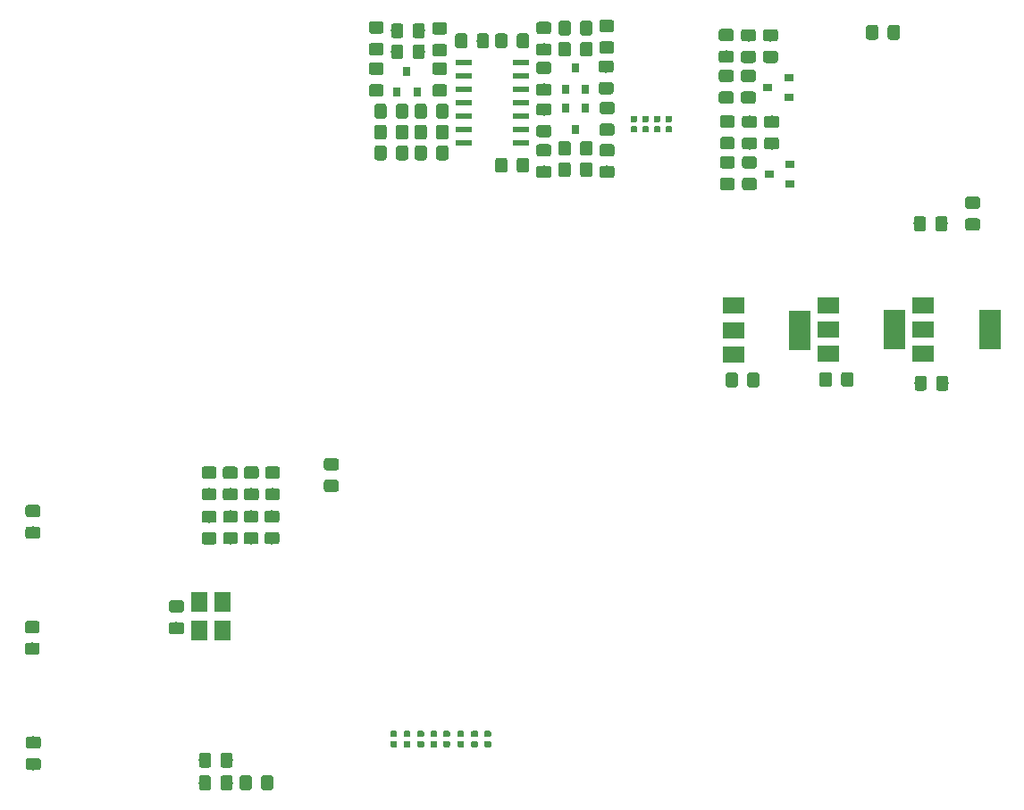
<source format=gbr>
G04 #@! TF.GenerationSoftware,KiCad,Pcbnew,(5.1.0)-1*
G04 #@! TF.CreationDate,2019-05-07T00:45:11+02:00*
G04 #@! TF.ProjectId,Project_RedGlow,50726f6a-6563-4745-9f52-6564476c6f77,rev?*
G04 #@! TF.SameCoordinates,Original*
G04 #@! TF.FileFunction,Paste,Bot*
G04 #@! TF.FilePolarity,Positive*
%FSLAX46Y46*%
G04 Gerber Fmt 4.6, Leading zero omitted, Abs format (unit mm)*
G04 Created by KiCad (PCBNEW (5.1.0)-1) date 2019-05-07 00:45:11*
%MOMM*%
%LPD*%
G04 APERTURE LIST*
%ADD10C,0.100000*%
%ADD11C,1.150000*%
%ADD12R,1.650000X1.950000*%
%ADD13R,2.000000X1.500000*%
%ADD14R,2.000000X3.800000*%
%ADD15R,1.500000X0.600000*%
%ADD16C,0.590000*%
%ADD17R,0.800000X0.900000*%
%ADD18R,0.900000X0.800000*%
G04 APERTURE END LIST*
D10*
G36*
X61667105Y-27560404D02*
G01*
X61691373Y-27564004D01*
X61715172Y-27569965D01*
X61738271Y-27578230D01*
X61760450Y-27588720D01*
X61781493Y-27601332D01*
X61801199Y-27615947D01*
X61819377Y-27632423D01*
X61835853Y-27650601D01*
X61850468Y-27670307D01*
X61863080Y-27691350D01*
X61873570Y-27713529D01*
X61881835Y-27736628D01*
X61887796Y-27760427D01*
X61891396Y-27784695D01*
X61892600Y-27809199D01*
X61892600Y-28459201D01*
X61891396Y-28483705D01*
X61887796Y-28507973D01*
X61881835Y-28531772D01*
X61873570Y-28554871D01*
X61863080Y-28577050D01*
X61850468Y-28598093D01*
X61835853Y-28617799D01*
X61819377Y-28635977D01*
X61801199Y-28652453D01*
X61781493Y-28667068D01*
X61760450Y-28679680D01*
X61738271Y-28690170D01*
X61715172Y-28698435D01*
X61691373Y-28704396D01*
X61667105Y-28707996D01*
X61642601Y-28709200D01*
X60742599Y-28709200D01*
X60718095Y-28707996D01*
X60693827Y-28704396D01*
X60670028Y-28698435D01*
X60646929Y-28690170D01*
X60624750Y-28679680D01*
X60603707Y-28667068D01*
X60584001Y-28652453D01*
X60565823Y-28635977D01*
X60549347Y-28617799D01*
X60534732Y-28598093D01*
X60522120Y-28577050D01*
X60511630Y-28554871D01*
X60503365Y-28531772D01*
X60497404Y-28507973D01*
X60493804Y-28483705D01*
X60492600Y-28459201D01*
X60492600Y-27809199D01*
X60493804Y-27784695D01*
X60497404Y-27760427D01*
X60503365Y-27736628D01*
X60511630Y-27713529D01*
X60522120Y-27691350D01*
X60534732Y-27670307D01*
X60549347Y-27650601D01*
X60565823Y-27632423D01*
X60584001Y-27615947D01*
X60603707Y-27601332D01*
X60624750Y-27588720D01*
X60646929Y-27578230D01*
X60670028Y-27569965D01*
X60693827Y-27564004D01*
X60718095Y-27560404D01*
X60742599Y-27559200D01*
X61642601Y-27559200D01*
X61667105Y-27560404D01*
X61667105Y-27560404D01*
G37*
D11*
X61192600Y-28134200D03*
D10*
G36*
X61667105Y-29610404D02*
G01*
X61691373Y-29614004D01*
X61715172Y-29619965D01*
X61738271Y-29628230D01*
X61760450Y-29638720D01*
X61781493Y-29651332D01*
X61801199Y-29665947D01*
X61819377Y-29682423D01*
X61835853Y-29700601D01*
X61850468Y-29720307D01*
X61863080Y-29741350D01*
X61873570Y-29763529D01*
X61881835Y-29786628D01*
X61887796Y-29810427D01*
X61891396Y-29834695D01*
X61892600Y-29859199D01*
X61892600Y-30509201D01*
X61891396Y-30533705D01*
X61887796Y-30557973D01*
X61881835Y-30581772D01*
X61873570Y-30604871D01*
X61863080Y-30627050D01*
X61850468Y-30648093D01*
X61835853Y-30667799D01*
X61819377Y-30685977D01*
X61801199Y-30702453D01*
X61781493Y-30717068D01*
X61760450Y-30729680D01*
X61738271Y-30740170D01*
X61715172Y-30748435D01*
X61691373Y-30754396D01*
X61667105Y-30757996D01*
X61642601Y-30759200D01*
X60742599Y-30759200D01*
X60718095Y-30757996D01*
X60693827Y-30754396D01*
X60670028Y-30748435D01*
X60646929Y-30740170D01*
X60624750Y-30729680D01*
X60603707Y-30717068D01*
X60584001Y-30702453D01*
X60565823Y-30685977D01*
X60549347Y-30667799D01*
X60534732Y-30648093D01*
X60522120Y-30627050D01*
X60511630Y-30604871D01*
X60503365Y-30581772D01*
X60497404Y-30557973D01*
X60493804Y-30533705D01*
X60492600Y-30509201D01*
X60492600Y-29859199D01*
X60493804Y-29834695D01*
X60497404Y-29810427D01*
X60503365Y-29786628D01*
X60511630Y-29763529D01*
X60522120Y-29741350D01*
X60534732Y-29720307D01*
X60549347Y-29700601D01*
X60565823Y-29682423D01*
X60584001Y-29665947D01*
X60603707Y-29651332D01*
X60624750Y-29638720D01*
X60646929Y-29628230D01*
X60670028Y-29619965D01*
X60693827Y-29614004D01*
X60718095Y-29610404D01*
X60742599Y-29609200D01*
X61642601Y-29609200D01*
X61667105Y-29610404D01*
X61667105Y-29610404D01*
G37*
D11*
X61192600Y-30184200D03*
D12*
X40584200Y-85226600D03*
X40584200Y-82476600D03*
X38384200Y-82476600D03*
X38384200Y-85226600D03*
D13*
X89052000Y-59018200D03*
X89052000Y-54418200D03*
X89052000Y-56718200D03*
D14*
X95352000Y-56718200D03*
D13*
X97992800Y-58967400D03*
X97992800Y-54367400D03*
X97992800Y-56667400D03*
D14*
X104292800Y-56667400D03*
D13*
X107009800Y-58967400D03*
X107009800Y-54367400D03*
X107009800Y-56667400D03*
D14*
X113309800Y-56667400D03*
D15*
X68917800Y-39014400D03*
X68917800Y-37744400D03*
X68917800Y-36474400D03*
X68917800Y-35204400D03*
X68917800Y-33934400D03*
X68917800Y-32664400D03*
X68917800Y-31394400D03*
X63517800Y-31394400D03*
X63517800Y-32664400D03*
X63517800Y-33934400D03*
X63517800Y-35204400D03*
X63517800Y-36474400D03*
X63517800Y-37744400D03*
X63517800Y-39014400D03*
D10*
G36*
X112174505Y-46126204D02*
G01*
X112198773Y-46129804D01*
X112222572Y-46135765D01*
X112245671Y-46144030D01*
X112267850Y-46154520D01*
X112288893Y-46167132D01*
X112308599Y-46181747D01*
X112326777Y-46198223D01*
X112343253Y-46216401D01*
X112357868Y-46236107D01*
X112370480Y-46257150D01*
X112380970Y-46279329D01*
X112389235Y-46302428D01*
X112395196Y-46326227D01*
X112398796Y-46350495D01*
X112400000Y-46374999D01*
X112400000Y-47025001D01*
X112398796Y-47049505D01*
X112395196Y-47073773D01*
X112389235Y-47097572D01*
X112380970Y-47120671D01*
X112370480Y-47142850D01*
X112357868Y-47163893D01*
X112343253Y-47183599D01*
X112326777Y-47201777D01*
X112308599Y-47218253D01*
X112288893Y-47232868D01*
X112267850Y-47245480D01*
X112245671Y-47255970D01*
X112222572Y-47264235D01*
X112198773Y-47270196D01*
X112174505Y-47273796D01*
X112150001Y-47275000D01*
X111249999Y-47275000D01*
X111225495Y-47273796D01*
X111201227Y-47270196D01*
X111177428Y-47264235D01*
X111154329Y-47255970D01*
X111132150Y-47245480D01*
X111111107Y-47232868D01*
X111091401Y-47218253D01*
X111073223Y-47201777D01*
X111056747Y-47183599D01*
X111042132Y-47163893D01*
X111029520Y-47142850D01*
X111019030Y-47120671D01*
X111010765Y-47097572D01*
X111004804Y-47073773D01*
X111001204Y-47049505D01*
X111000000Y-47025001D01*
X111000000Y-46374999D01*
X111001204Y-46350495D01*
X111004804Y-46326227D01*
X111010765Y-46302428D01*
X111019030Y-46279329D01*
X111029520Y-46257150D01*
X111042132Y-46236107D01*
X111056747Y-46216401D01*
X111073223Y-46198223D01*
X111091401Y-46181747D01*
X111111107Y-46167132D01*
X111132150Y-46154520D01*
X111154329Y-46144030D01*
X111177428Y-46135765D01*
X111201227Y-46129804D01*
X111225495Y-46126204D01*
X111249999Y-46125000D01*
X112150001Y-46125000D01*
X112174505Y-46126204D01*
X112174505Y-46126204D01*
G37*
D11*
X111700000Y-46700000D03*
D10*
G36*
X112174505Y-44076204D02*
G01*
X112198773Y-44079804D01*
X112222572Y-44085765D01*
X112245671Y-44094030D01*
X112267850Y-44104520D01*
X112288893Y-44117132D01*
X112308599Y-44131747D01*
X112326777Y-44148223D01*
X112343253Y-44166401D01*
X112357868Y-44186107D01*
X112370480Y-44207150D01*
X112380970Y-44229329D01*
X112389235Y-44252428D01*
X112395196Y-44276227D01*
X112398796Y-44300495D01*
X112400000Y-44324999D01*
X112400000Y-44975001D01*
X112398796Y-44999505D01*
X112395196Y-45023773D01*
X112389235Y-45047572D01*
X112380970Y-45070671D01*
X112370480Y-45092850D01*
X112357868Y-45113893D01*
X112343253Y-45133599D01*
X112326777Y-45151777D01*
X112308599Y-45168253D01*
X112288893Y-45182868D01*
X112267850Y-45195480D01*
X112245671Y-45205970D01*
X112222572Y-45214235D01*
X112198773Y-45220196D01*
X112174505Y-45223796D01*
X112150001Y-45225000D01*
X111249999Y-45225000D01*
X111225495Y-45223796D01*
X111201227Y-45220196D01*
X111177428Y-45214235D01*
X111154329Y-45205970D01*
X111132150Y-45195480D01*
X111111107Y-45182868D01*
X111091401Y-45168253D01*
X111073223Y-45151777D01*
X111056747Y-45133599D01*
X111042132Y-45113893D01*
X111029520Y-45092850D01*
X111019030Y-45070671D01*
X111010765Y-45047572D01*
X111004804Y-45023773D01*
X111001204Y-44999505D01*
X111000000Y-44975001D01*
X111000000Y-44324999D01*
X111001204Y-44300495D01*
X111004804Y-44276227D01*
X111010765Y-44252428D01*
X111019030Y-44229329D01*
X111029520Y-44207150D01*
X111042132Y-44186107D01*
X111056747Y-44166401D01*
X111073223Y-44148223D01*
X111091401Y-44131747D01*
X111111107Y-44117132D01*
X111132150Y-44104520D01*
X111154329Y-44094030D01*
X111177428Y-44085765D01*
X111201227Y-44079804D01*
X111225495Y-44076204D01*
X111249999Y-44075000D01*
X112150001Y-44075000D01*
X112174505Y-44076204D01*
X112174505Y-44076204D01*
G37*
D11*
X111700000Y-44650000D03*
D10*
G36*
X67383905Y-40400404D02*
G01*
X67408173Y-40404004D01*
X67431972Y-40409965D01*
X67455071Y-40418230D01*
X67477250Y-40428720D01*
X67498293Y-40441332D01*
X67517999Y-40455947D01*
X67536177Y-40472423D01*
X67552653Y-40490601D01*
X67567268Y-40510307D01*
X67579880Y-40531350D01*
X67590370Y-40553529D01*
X67598635Y-40576628D01*
X67604596Y-40600427D01*
X67608196Y-40624695D01*
X67609400Y-40649199D01*
X67609400Y-41549201D01*
X67608196Y-41573705D01*
X67604596Y-41597973D01*
X67598635Y-41621772D01*
X67590370Y-41644871D01*
X67579880Y-41667050D01*
X67567268Y-41688093D01*
X67552653Y-41707799D01*
X67536177Y-41725977D01*
X67517999Y-41742453D01*
X67498293Y-41757068D01*
X67477250Y-41769680D01*
X67455071Y-41780170D01*
X67431972Y-41788435D01*
X67408173Y-41794396D01*
X67383905Y-41797996D01*
X67359401Y-41799200D01*
X66709399Y-41799200D01*
X66684895Y-41797996D01*
X66660627Y-41794396D01*
X66636828Y-41788435D01*
X66613729Y-41780170D01*
X66591550Y-41769680D01*
X66570507Y-41757068D01*
X66550801Y-41742453D01*
X66532623Y-41725977D01*
X66516147Y-41707799D01*
X66501532Y-41688093D01*
X66488920Y-41667050D01*
X66478430Y-41644871D01*
X66470165Y-41621772D01*
X66464204Y-41597973D01*
X66460604Y-41573705D01*
X66459400Y-41549201D01*
X66459400Y-40649199D01*
X66460604Y-40624695D01*
X66464204Y-40600427D01*
X66470165Y-40576628D01*
X66478430Y-40553529D01*
X66488920Y-40531350D01*
X66501532Y-40510307D01*
X66516147Y-40490601D01*
X66532623Y-40472423D01*
X66550801Y-40455947D01*
X66570507Y-40441332D01*
X66591550Y-40428720D01*
X66613729Y-40418230D01*
X66636828Y-40409965D01*
X66660627Y-40404004D01*
X66684895Y-40400404D01*
X66709399Y-40399200D01*
X67359401Y-40399200D01*
X67383905Y-40400404D01*
X67383905Y-40400404D01*
G37*
D11*
X67034400Y-41099200D03*
D10*
G36*
X69433905Y-40400404D02*
G01*
X69458173Y-40404004D01*
X69481972Y-40409965D01*
X69505071Y-40418230D01*
X69527250Y-40428720D01*
X69548293Y-40441332D01*
X69567999Y-40455947D01*
X69586177Y-40472423D01*
X69602653Y-40490601D01*
X69617268Y-40510307D01*
X69629880Y-40531350D01*
X69640370Y-40553529D01*
X69648635Y-40576628D01*
X69654596Y-40600427D01*
X69658196Y-40624695D01*
X69659400Y-40649199D01*
X69659400Y-41549201D01*
X69658196Y-41573705D01*
X69654596Y-41597973D01*
X69648635Y-41621772D01*
X69640370Y-41644871D01*
X69629880Y-41667050D01*
X69617268Y-41688093D01*
X69602653Y-41707799D01*
X69586177Y-41725977D01*
X69567999Y-41742453D01*
X69548293Y-41757068D01*
X69527250Y-41769680D01*
X69505071Y-41780170D01*
X69481972Y-41788435D01*
X69458173Y-41794396D01*
X69433905Y-41797996D01*
X69409401Y-41799200D01*
X68759399Y-41799200D01*
X68734895Y-41797996D01*
X68710627Y-41794396D01*
X68686828Y-41788435D01*
X68663729Y-41780170D01*
X68641550Y-41769680D01*
X68620507Y-41757068D01*
X68600801Y-41742453D01*
X68582623Y-41725977D01*
X68566147Y-41707799D01*
X68551532Y-41688093D01*
X68538920Y-41667050D01*
X68528430Y-41644871D01*
X68520165Y-41621772D01*
X68514204Y-41597973D01*
X68510604Y-41573705D01*
X68509400Y-41549201D01*
X68509400Y-40649199D01*
X68510604Y-40624695D01*
X68514204Y-40600427D01*
X68520165Y-40576628D01*
X68528430Y-40553529D01*
X68538920Y-40531350D01*
X68551532Y-40510307D01*
X68566147Y-40490601D01*
X68582623Y-40472423D01*
X68600801Y-40455947D01*
X68620507Y-40441332D01*
X68641550Y-40428720D01*
X68663729Y-40418230D01*
X68686828Y-40409965D01*
X68710627Y-40404004D01*
X68734895Y-40400404D01*
X68759399Y-40399200D01*
X69409401Y-40399200D01*
X69433905Y-40400404D01*
X69433905Y-40400404D01*
G37*
D11*
X69084400Y-41099200D03*
D10*
G36*
X71533905Y-41150404D02*
G01*
X71558173Y-41154004D01*
X71581972Y-41159965D01*
X71605071Y-41168230D01*
X71627250Y-41178720D01*
X71648293Y-41191332D01*
X71667999Y-41205947D01*
X71686177Y-41222423D01*
X71702653Y-41240601D01*
X71717268Y-41260307D01*
X71729880Y-41281350D01*
X71740370Y-41303529D01*
X71748635Y-41326628D01*
X71754596Y-41350427D01*
X71758196Y-41374695D01*
X71759400Y-41399199D01*
X71759400Y-42049201D01*
X71758196Y-42073705D01*
X71754596Y-42097973D01*
X71748635Y-42121772D01*
X71740370Y-42144871D01*
X71729880Y-42167050D01*
X71717268Y-42188093D01*
X71702653Y-42207799D01*
X71686177Y-42225977D01*
X71667999Y-42242453D01*
X71648293Y-42257068D01*
X71627250Y-42269680D01*
X71605071Y-42280170D01*
X71581972Y-42288435D01*
X71558173Y-42294396D01*
X71533905Y-42297996D01*
X71509401Y-42299200D01*
X70609399Y-42299200D01*
X70584895Y-42297996D01*
X70560627Y-42294396D01*
X70536828Y-42288435D01*
X70513729Y-42280170D01*
X70491550Y-42269680D01*
X70470507Y-42257068D01*
X70450801Y-42242453D01*
X70432623Y-42225977D01*
X70416147Y-42207799D01*
X70401532Y-42188093D01*
X70388920Y-42167050D01*
X70378430Y-42144871D01*
X70370165Y-42121772D01*
X70364204Y-42097973D01*
X70360604Y-42073705D01*
X70359400Y-42049201D01*
X70359400Y-41399199D01*
X70360604Y-41374695D01*
X70364204Y-41350427D01*
X70370165Y-41326628D01*
X70378430Y-41303529D01*
X70388920Y-41281350D01*
X70401532Y-41260307D01*
X70416147Y-41240601D01*
X70432623Y-41222423D01*
X70450801Y-41205947D01*
X70470507Y-41191332D01*
X70491550Y-41178720D01*
X70513729Y-41168230D01*
X70536828Y-41159965D01*
X70560627Y-41154004D01*
X70584895Y-41150404D01*
X70609399Y-41149200D01*
X71509401Y-41149200D01*
X71533905Y-41150404D01*
X71533905Y-41150404D01*
G37*
D11*
X71059400Y-41724200D03*
D10*
G36*
X71533905Y-39100404D02*
G01*
X71558173Y-39104004D01*
X71581972Y-39109965D01*
X71605071Y-39118230D01*
X71627250Y-39128720D01*
X71648293Y-39141332D01*
X71667999Y-39155947D01*
X71686177Y-39172423D01*
X71702653Y-39190601D01*
X71717268Y-39210307D01*
X71729880Y-39231350D01*
X71740370Y-39253529D01*
X71748635Y-39276628D01*
X71754596Y-39300427D01*
X71758196Y-39324695D01*
X71759400Y-39349199D01*
X71759400Y-39999201D01*
X71758196Y-40023705D01*
X71754596Y-40047973D01*
X71748635Y-40071772D01*
X71740370Y-40094871D01*
X71729880Y-40117050D01*
X71717268Y-40138093D01*
X71702653Y-40157799D01*
X71686177Y-40175977D01*
X71667999Y-40192453D01*
X71648293Y-40207068D01*
X71627250Y-40219680D01*
X71605071Y-40230170D01*
X71581972Y-40238435D01*
X71558173Y-40244396D01*
X71533905Y-40247996D01*
X71509401Y-40249200D01*
X70609399Y-40249200D01*
X70584895Y-40247996D01*
X70560627Y-40244396D01*
X70536828Y-40238435D01*
X70513729Y-40230170D01*
X70491550Y-40219680D01*
X70470507Y-40207068D01*
X70450801Y-40192453D01*
X70432623Y-40175977D01*
X70416147Y-40157799D01*
X70401532Y-40138093D01*
X70388920Y-40117050D01*
X70378430Y-40094871D01*
X70370165Y-40071772D01*
X70364204Y-40047973D01*
X70360604Y-40023705D01*
X70359400Y-39999201D01*
X70359400Y-39349199D01*
X70360604Y-39324695D01*
X70364204Y-39300427D01*
X70370165Y-39276628D01*
X70378430Y-39253529D01*
X70388920Y-39231350D01*
X70401532Y-39210307D01*
X70416147Y-39190601D01*
X70432623Y-39172423D01*
X70450801Y-39155947D01*
X70470507Y-39141332D01*
X70491550Y-39128720D01*
X70513729Y-39118230D01*
X70536828Y-39109965D01*
X70560627Y-39104004D01*
X70584895Y-39100404D01*
X70609399Y-39099200D01*
X71509401Y-39099200D01*
X71533905Y-39100404D01*
X71533905Y-39100404D01*
G37*
D11*
X71059400Y-39674200D03*
D10*
G36*
X67383905Y-28600404D02*
G01*
X67408173Y-28604004D01*
X67431972Y-28609965D01*
X67455071Y-28618230D01*
X67477250Y-28628720D01*
X67498293Y-28641332D01*
X67517999Y-28655947D01*
X67536177Y-28672423D01*
X67552653Y-28690601D01*
X67567268Y-28710307D01*
X67579880Y-28731350D01*
X67590370Y-28753529D01*
X67598635Y-28776628D01*
X67604596Y-28800427D01*
X67608196Y-28824695D01*
X67609400Y-28849199D01*
X67609400Y-29749201D01*
X67608196Y-29773705D01*
X67604596Y-29797973D01*
X67598635Y-29821772D01*
X67590370Y-29844871D01*
X67579880Y-29867050D01*
X67567268Y-29888093D01*
X67552653Y-29907799D01*
X67536177Y-29925977D01*
X67517999Y-29942453D01*
X67498293Y-29957068D01*
X67477250Y-29969680D01*
X67455071Y-29980170D01*
X67431972Y-29988435D01*
X67408173Y-29994396D01*
X67383905Y-29997996D01*
X67359401Y-29999200D01*
X66709399Y-29999200D01*
X66684895Y-29997996D01*
X66660627Y-29994396D01*
X66636828Y-29988435D01*
X66613729Y-29980170D01*
X66591550Y-29969680D01*
X66570507Y-29957068D01*
X66550801Y-29942453D01*
X66532623Y-29925977D01*
X66516147Y-29907799D01*
X66501532Y-29888093D01*
X66488920Y-29867050D01*
X66478430Y-29844871D01*
X66470165Y-29821772D01*
X66464204Y-29797973D01*
X66460604Y-29773705D01*
X66459400Y-29749201D01*
X66459400Y-28849199D01*
X66460604Y-28824695D01*
X66464204Y-28800427D01*
X66470165Y-28776628D01*
X66478430Y-28753529D01*
X66488920Y-28731350D01*
X66501532Y-28710307D01*
X66516147Y-28690601D01*
X66532623Y-28672423D01*
X66550801Y-28655947D01*
X66570507Y-28641332D01*
X66591550Y-28628720D01*
X66613729Y-28618230D01*
X66636828Y-28609965D01*
X66660627Y-28604004D01*
X66684895Y-28600404D01*
X66709399Y-28599200D01*
X67359401Y-28599200D01*
X67383905Y-28600404D01*
X67383905Y-28600404D01*
G37*
D11*
X67034400Y-29299200D03*
D10*
G36*
X69433905Y-28600404D02*
G01*
X69458173Y-28604004D01*
X69481972Y-28609965D01*
X69505071Y-28618230D01*
X69527250Y-28628720D01*
X69548293Y-28641332D01*
X69567999Y-28655947D01*
X69586177Y-28672423D01*
X69602653Y-28690601D01*
X69617268Y-28710307D01*
X69629880Y-28731350D01*
X69640370Y-28753529D01*
X69648635Y-28776628D01*
X69654596Y-28800427D01*
X69658196Y-28824695D01*
X69659400Y-28849199D01*
X69659400Y-29749201D01*
X69658196Y-29773705D01*
X69654596Y-29797973D01*
X69648635Y-29821772D01*
X69640370Y-29844871D01*
X69629880Y-29867050D01*
X69617268Y-29888093D01*
X69602653Y-29907799D01*
X69586177Y-29925977D01*
X69567999Y-29942453D01*
X69548293Y-29957068D01*
X69527250Y-29969680D01*
X69505071Y-29980170D01*
X69481972Y-29988435D01*
X69458173Y-29994396D01*
X69433905Y-29997996D01*
X69409401Y-29999200D01*
X68759399Y-29999200D01*
X68734895Y-29997996D01*
X68710627Y-29994396D01*
X68686828Y-29988435D01*
X68663729Y-29980170D01*
X68641550Y-29969680D01*
X68620507Y-29957068D01*
X68600801Y-29942453D01*
X68582623Y-29925977D01*
X68566147Y-29907799D01*
X68551532Y-29888093D01*
X68538920Y-29867050D01*
X68528430Y-29844871D01*
X68520165Y-29821772D01*
X68514204Y-29797973D01*
X68510604Y-29773705D01*
X68509400Y-29749201D01*
X68509400Y-28849199D01*
X68510604Y-28824695D01*
X68514204Y-28800427D01*
X68520165Y-28776628D01*
X68528430Y-28753529D01*
X68538920Y-28731350D01*
X68551532Y-28710307D01*
X68566147Y-28690601D01*
X68582623Y-28672423D01*
X68600801Y-28655947D01*
X68620507Y-28641332D01*
X68641550Y-28628720D01*
X68663729Y-28618230D01*
X68686828Y-28609965D01*
X68710627Y-28604004D01*
X68734895Y-28600404D01*
X68759399Y-28599200D01*
X69409401Y-28599200D01*
X69433905Y-28600404D01*
X69433905Y-28600404D01*
G37*
D11*
X69084400Y-29299200D03*
D10*
G36*
X71533905Y-27500404D02*
G01*
X71558173Y-27504004D01*
X71581972Y-27509965D01*
X71605071Y-27518230D01*
X71627250Y-27528720D01*
X71648293Y-27541332D01*
X71667999Y-27555947D01*
X71686177Y-27572423D01*
X71702653Y-27590601D01*
X71717268Y-27610307D01*
X71729880Y-27631350D01*
X71740370Y-27653529D01*
X71748635Y-27676628D01*
X71754596Y-27700427D01*
X71758196Y-27724695D01*
X71759400Y-27749199D01*
X71759400Y-28399201D01*
X71758196Y-28423705D01*
X71754596Y-28447973D01*
X71748635Y-28471772D01*
X71740370Y-28494871D01*
X71729880Y-28517050D01*
X71717268Y-28538093D01*
X71702653Y-28557799D01*
X71686177Y-28575977D01*
X71667999Y-28592453D01*
X71648293Y-28607068D01*
X71627250Y-28619680D01*
X71605071Y-28630170D01*
X71581972Y-28638435D01*
X71558173Y-28644396D01*
X71533905Y-28647996D01*
X71509401Y-28649200D01*
X70609399Y-28649200D01*
X70584895Y-28647996D01*
X70560627Y-28644396D01*
X70536828Y-28638435D01*
X70513729Y-28630170D01*
X70491550Y-28619680D01*
X70470507Y-28607068D01*
X70450801Y-28592453D01*
X70432623Y-28575977D01*
X70416147Y-28557799D01*
X70401532Y-28538093D01*
X70388920Y-28517050D01*
X70378430Y-28494871D01*
X70370165Y-28471772D01*
X70364204Y-28447973D01*
X70360604Y-28423705D01*
X70359400Y-28399201D01*
X70359400Y-27749199D01*
X70360604Y-27724695D01*
X70364204Y-27700427D01*
X70370165Y-27676628D01*
X70378430Y-27653529D01*
X70388920Y-27631350D01*
X70401532Y-27610307D01*
X70416147Y-27590601D01*
X70432623Y-27572423D01*
X70450801Y-27555947D01*
X70470507Y-27541332D01*
X70491550Y-27528720D01*
X70513729Y-27518230D01*
X70536828Y-27509965D01*
X70560627Y-27504004D01*
X70584895Y-27500404D01*
X70609399Y-27499200D01*
X71509401Y-27499200D01*
X71533905Y-27500404D01*
X71533905Y-27500404D01*
G37*
D11*
X71059400Y-28074200D03*
D10*
G36*
X71533905Y-29550404D02*
G01*
X71558173Y-29554004D01*
X71581972Y-29559965D01*
X71605071Y-29568230D01*
X71627250Y-29578720D01*
X71648293Y-29591332D01*
X71667999Y-29605947D01*
X71686177Y-29622423D01*
X71702653Y-29640601D01*
X71717268Y-29660307D01*
X71729880Y-29681350D01*
X71740370Y-29703529D01*
X71748635Y-29726628D01*
X71754596Y-29750427D01*
X71758196Y-29774695D01*
X71759400Y-29799199D01*
X71759400Y-30449201D01*
X71758196Y-30473705D01*
X71754596Y-30497973D01*
X71748635Y-30521772D01*
X71740370Y-30544871D01*
X71729880Y-30567050D01*
X71717268Y-30588093D01*
X71702653Y-30607799D01*
X71686177Y-30625977D01*
X71667999Y-30642453D01*
X71648293Y-30657068D01*
X71627250Y-30669680D01*
X71605071Y-30680170D01*
X71581972Y-30688435D01*
X71558173Y-30694396D01*
X71533905Y-30697996D01*
X71509401Y-30699200D01*
X70609399Y-30699200D01*
X70584895Y-30697996D01*
X70560627Y-30694396D01*
X70536828Y-30688435D01*
X70513729Y-30680170D01*
X70491550Y-30669680D01*
X70470507Y-30657068D01*
X70450801Y-30642453D01*
X70432623Y-30625977D01*
X70416147Y-30607799D01*
X70401532Y-30588093D01*
X70388920Y-30567050D01*
X70378430Y-30544871D01*
X70370165Y-30521772D01*
X70364204Y-30497973D01*
X70360604Y-30473705D01*
X70359400Y-30449201D01*
X70359400Y-29799199D01*
X70360604Y-29774695D01*
X70364204Y-29750427D01*
X70370165Y-29726628D01*
X70378430Y-29703529D01*
X70388920Y-29681350D01*
X70401532Y-29660307D01*
X70416147Y-29640601D01*
X70432623Y-29622423D01*
X70450801Y-29605947D01*
X70470507Y-29591332D01*
X70491550Y-29578720D01*
X70513729Y-29568230D01*
X70536828Y-29559965D01*
X70560627Y-29554004D01*
X70584895Y-29550404D01*
X70609399Y-29549200D01*
X71509401Y-29549200D01*
X71533905Y-29550404D01*
X71533905Y-29550404D01*
G37*
D11*
X71059400Y-30124200D03*
D10*
G36*
X65633905Y-28600404D02*
G01*
X65658173Y-28604004D01*
X65681972Y-28609965D01*
X65705071Y-28618230D01*
X65727250Y-28628720D01*
X65748293Y-28641332D01*
X65767999Y-28655947D01*
X65786177Y-28672423D01*
X65802653Y-28690601D01*
X65817268Y-28710307D01*
X65829880Y-28731350D01*
X65840370Y-28753529D01*
X65848635Y-28776628D01*
X65854596Y-28800427D01*
X65858196Y-28824695D01*
X65859400Y-28849199D01*
X65859400Y-29749201D01*
X65858196Y-29773705D01*
X65854596Y-29797973D01*
X65848635Y-29821772D01*
X65840370Y-29844871D01*
X65829880Y-29867050D01*
X65817268Y-29888093D01*
X65802653Y-29907799D01*
X65786177Y-29925977D01*
X65767999Y-29942453D01*
X65748293Y-29957068D01*
X65727250Y-29969680D01*
X65705071Y-29980170D01*
X65681972Y-29988435D01*
X65658173Y-29994396D01*
X65633905Y-29997996D01*
X65609401Y-29999200D01*
X64959399Y-29999200D01*
X64934895Y-29997996D01*
X64910627Y-29994396D01*
X64886828Y-29988435D01*
X64863729Y-29980170D01*
X64841550Y-29969680D01*
X64820507Y-29957068D01*
X64800801Y-29942453D01*
X64782623Y-29925977D01*
X64766147Y-29907799D01*
X64751532Y-29888093D01*
X64738920Y-29867050D01*
X64728430Y-29844871D01*
X64720165Y-29821772D01*
X64714204Y-29797973D01*
X64710604Y-29773705D01*
X64709400Y-29749201D01*
X64709400Y-28849199D01*
X64710604Y-28824695D01*
X64714204Y-28800427D01*
X64720165Y-28776628D01*
X64728430Y-28753529D01*
X64738920Y-28731350D01*
X64751532Y-28710307D01*
X64766147Y-28690601D01*
X64782623Y-28672423D01*
X64800801Y-28655947D01*
X64820507Y-28641332D01*
X64841550Y-28628720D01*
X64863729Y-28618230D01*
X64886828Y-28609965D01*
X64910627Y-28604004D01*
X64934895Y-28600404D01*
X64959399Y-28599200D01*
X65609401Y-28599200D01*
X65633905Y-28600404D01*
X65633905Y-28600404D01*
G37*
D11*
X65284400Y-29299200D03*
D10*
G36*
X63583905Y-28600404D02*
G01*
X63608173Y-28604004D01*
X63631972Y-28609965D01*
X63655071Y-28618230D01*
X63677250Y-28628720D01*
X63698293Y-28641332D01*
X63717999Y-28655947D01*
X63736177Y-28672423D01*
X63752653Y-28690601D01*
X63767268Y-28710307D01*
X63779880Y-28731350D01*
X63790370Y-28753529D01*
X63798635Y-28776628D01*
X63804596Y-28800427D01*
X63808196Y-28824695D01*
X63809400Y-28849199D01*
X63809400Y-29749201D01*
X63808196Y-29773705D01*
X63804596Y-29797973D01*
X63798635Y-29821772D01*
X63790370Y-29844871D01*
X63779880Y-29867050D01*
X63767268Y-29888093D01*
X63752653Y-29907799D01*
X63736177Y-29925977D01*
X63717999Y-29942453D01*
X63698293Y-29957068D01*
X63677250Y-29969680D01*
X63655071Y-29980170D01*
X63631972Y-29988435D01*
X63608173Y-29994396D01*
X63583905Y-29997996D01*
X63559401Y-29999200D01*
X62909399Y-29999200D01*
X62884895Y-29997996D01*
X62860627Y-29994396D01*
X62836828Y-29988435D01*
X62813729Y-29980170D01*
X62791550Y-29969680D01*
X62770507Y-29957068D01*
X62750801Y-29942453D01*
X62732623Y-29925977D01*
X62716147Y-29907799D01*
X62701532Y-29888093D01*
X62688920Y-29867050D01*
X62678430Y-29844871D01*
X62670165Y-29821772D01*
X62664204Y-29797973D01*
X62660604Y-29773705D01*
X62659400Y-29749201D01*
X62659400Y-28849199D01*
X62660604Y-28824695D01*
X62664204Y-28800427D01*
X62670165Y-28776628D01*
X62678430Y-28753529D01*
X62688920Y-28731350D01*
X62701532Y-28710307D01*
X62716147Y-28690601D01*
X62732623Y-28672423D01*
X62750801Y-28655947D01*
X62770507Y-28641332D01*
X62791550Y-28628720D01*
X62813729Y-28618230D01*
X62836828Y-28609965D01*
X62860627Y-28604004D01*
X62884895Y-28600404D01*
X62909399Y-28599200D01*
X63559401Y-28599200D01*
X63583905Y-28600404D01*
X63583905Y-28600404D01*
G37*
D11*
X63234400Y-29299200D03*
D10*
G36*
X55941105Y-39230004D02*
G01*
X55965373Y-39233604D01*
X55989172Y-39239565D01*
X56012271Y-39247830D01*
X56034450Y-39258320D01*
X56055493Y-39270932D01*
X56075199Y-39285547D01*
X56093377Y-39302023D01*
X56109853Y-39320201D01*
X56124468Y-39339907D01*
X56137080Y-39360950D01*
X56147570Y-39383129D01*
X56155835Y-39406228D01*
X56161796Y-39430027D01*
X56165396Y-39454295D01*
X56166600Y-39478799D01*
X56166600Y-40378801D01*
X56165396Y-40403305D01*
X56161796Y-40427573D01*
X56155835Y-40451372D01*
X56147570Y-40474471D01*
X56137080Y-40496650D01*
X56124468Y-40517693D01*
X56109853Y-40537399D01*
X56093377Y-40555577D01*
X56075199Y-40572053D01*
X56055493Y-40586668D01*
X56034450Y-40599280D01*
X56012271Y-40609770D01*
X55989172Y-40618035D01*
X55965373Y-40623996D01*
X55941105Y-40627596D01*
X55916601Y-40628800D01*
X55266599Y-40628800D01*
X55242095Y-40627596D01*
X55217827Y-40623996D01*
X55194028Y-40618035D01*
X55170929Y-40609770D01*
X55148750Y-40599280D01*
X55127707Y-40586668D01*
X55108001Y-40572053D01*
X55089823Y-40555577D01*
X55073347Y-40537399D01*
X55058732Y-40517693D01*
X55046120Y-40496650D01*
X55035630Y-40474471D01*
X55027365Y-40451372D01*
X55021404Y-40427573D01*
X55017804Y-40403305D01*
X55016600Y-40378801D01*
X55016600Y-39478799D01*
X55017804Y-39454295D01*
X55021404Y-39430027D01*
X55027365Y-39406228D01*
X55035630Y-39383129D01*
X55046120Y-39360950D01*
X55058732Y-39339907D01*
X55073347Y-39320201D01*
X55089823Y-39302023D01*
X55108001Y-39285547D01*
X55127707Y-39270932D01*
X55148750Y-39258320D01*
X55170929Y-39247830D01*
X55194028Y-39239565D01*
X55217827Y-39233604D01*
X55242095Y-39230004D01*
X55266599Y-39228800D01*
X55916601Y-39228800D01*
X55941105Y-39230004D01*
X55941105Y-39230004D01*
G37*
D11*
X55591600Y-39928800D03*
D10*
G36*
X57991105Y-39230004D02*
G01*
X58015373Y-39233604D01*
X58039172Y-39239565D01*
X58062271Y-39247830D01*
X58084450Y-39258320D01*
X58105493Y-39270932D01*
X58125199Y-39285547D01*
X58143377Y-39302023D01*
X58159853Y-39320201D01*
X58174468Y-39339907D01*
X58187080Y-39360950D01*
X58197570Y-39383129D01*
X58205835Y-39406228D01*
X58211796Y-39430027D01*
X58215396Y-39454295D01*
X58216600Y-39478799D01*
X58216600Y-40378801D01*
X58215396Y-40403305D01*
X58211796Y-40427573D01*
X58205835Y-40451372D01*
X58197570Y-40474471D01*
X58187080Y-40496650D01*
X58174468Y-40517693D01*
X58159853Y-40537399D01*
X58143377Y-40555577D01*
X58125199Y-40572053D01*
X58105493Y-40586668D01*
X58084450Y-40599280D01*
X58062271Y-40609770D01*
X58039172Y-40618035D01*
X58015373Y-40623996D01*
X57991105Y-40627596D01*
X57966601Y-40628800D01*
X57316599Y-40628800D01*
X57292095Y-40627596D01*
X57267827Y-40623996D01*
X57244028Y-40618035D01*
X57220929Y-40609770D01*
X57198750Y-40599280D01*
X57177707Y-40586668D01*
X57158001Y-40572053D01*
X57139823Y-40555577D01*
X57123347Y-40537399D01*
X57108732Y-40517693D01*
X57096120Y-40496650D01*
X57085630Y-40474471D01*
X57077365Y-40451372D01*
X57071404Y-40427573D01*
X57067804Y-40403305D01*
X57066600Y-40378801D01*
X57066600Y-39478799D01*
X57067804Y-39454295D01*
X57071404Y-39430027D01*
X57077365Y-39406228D01*
X57085630Y-39383129D01*
X57096120Y-39360950D01*
X57108732Y-39339907D01*
X57123347Y-39320201D01*
X57139823Y-39302023D01*
X57158001Y-39285547D01*
X57177707Y-39270932D01*
X57198750Y-39258320D01*
X57220929Y-39247830D01*
X57244028Y-39239565D01*
X57267827Y-39233604D01*
X57292095Y-39230004D01*
X57316599Y-39228800D01*
X57966601Y-39228800D01*
X57991105Y-39230004D01*
X57991105Y-39230004D01*
G37*
D11*
X57641600Y-39928800D03*
D10*
G36*
X59751105Y-39230004D02*
G01*
X59775373Y-39233604D01*
X59799172Y-39239565D01*
X59822271Y-39247830D01*
X59844450Y-39258320D01*
X59865493Y-39270932D01*
X59885199Y-39285547D01*
X59903377Y-39302023D01*
X59919853Y-39320201D01*
X59934468Y-39339907D01*
X59947080Y-39360950D01*
X59957570Y-39383129D01*
X59965835Y-39406228D01*
X59971796Y-39430027D01*
X59975396Y-39454295D01*
X59976600Y-39478799D01*
X59976600Y-40378801D01*
X59975396Y-40403305D01*
X59971796Y-40427573D01*
X59965835Y-40451372D01*
X59957570Y-40474471D01*
X59947080Y-40496650D01*
X59934468Y-40517693D01*
X59919853Y-40537399D01*
X59903377Y-40555577D01*
X59885199Y-40572053D01*
X59865493Y-40586668D01*
X59844450Y-40599280D01*
X59822271Y-40609770D01*
X59799172Y-40618035D01*
X59775373Y-40623996D01*
X59751105Y-40627596D01*
X59726601Y-40628800D01*
X59076599Y-40628800D01*
X59052095Y-40627596D01*
X59027827Y-40623996D01*
X59004028Y-40618035D01*
X58980929Y-40609770D01*
X58958750Y-40599280D01*
X58937707Y-40586668D01*
X58918001Y-40572053D01*
X58899823Y-40555577D01*
X58883347Y-40537399D01*
X58868732Y-40517693D01*
X58856120Y-40496650D01*
X58845630Y-40474471D01*
X58837365Y-40451372D01*
X58831404Y-40427573D01*
X58827804Y-40403305D01*
X58826600Y-40378801D01*
X58826600Y-39478799D01*
X58827804Y-39454295D01*
X58831404Y-39430027D01*
X58837365Y-39406228D01*
X58845630Y-39383129D01*
X58856120Y-39360950D01*
X58868732Y-39339907D01*
X58883347Y-39320201D01*
X58899823Y-39302023D01*
X58918001Y-39285547D01*
X58937707Y-39270932D01*
X58958750Y-39258320D01*
X58980929Y-39247830D01*
X59004028Y-39239565D01*
X59027827Y-39233604D01*
X59052095Y-39230004D01*
X59076599Y-39228800D01*
X59726601Y-39228800D01*
X59751105Y-39230004D01*
X59751105Y-39230004D01*
G37*
D11*
X59401600Y-39928800D03*
D10*
G36*
X61801105Y-39230004D02*
G01*
X61825373Y-39233604D01*
X61849172Y-39239565D01*
X61872271Y-39247830D01*
X61894450Y-39258320D01*
X61915493Y-39270932D01*
X61935199Y-39285547D01*
X61953377Y-39302023D01*
X61969853Y-39320201D01*
X61984468Y-39339907D01*
X61997080Y-39360950D01*
X62007570Y-39383129D01*
X62015835Y-39406228D01*
X62021796Y-39430027D01*
X62025396Y-39454295D01*
X62026600Y-39478799D01*
X62026600Y-40378801D01*
X62025396Y-40403305D01*
X62021796Y-40427573D01*
X62015835Y-40451372D01*
X62007570Y-40474471D01*
X61997080Y-40496650D01*
X61984468Y-40517693D01*
X61969853Y-40537399D01*
X61953377Y-40555577D01*
X61935199Y-40572053D01*
X61915493Y-40586668D01*
X61894450Y-40599280D01*
X61872271Y-40609770D01*
X61849172Y-40618035D01*
X61825373Y-40623996D01*
X61801105Y-40627596D01*
X61776601Y-40628800D01*
X61126599Y-40628800D01*
X61102095Y-40627596D01*
X61077827Y-40623996D01*
X61054028Y-40618035D01*
X61030929Y-40609770D01*
X61008750Y-40599280D01*
X60987707Y-40586668D01*
X60968001Y-40572053D01*
X60949823Y-40555577D01*
X60933347Y-40537399D01*
X60918732Y-40517693D01*
X60906120Y-40496650D01*
X60895630Y-40474471D01*
X60887365Y-40451372D01*
X60881404Y-40427573D01*
X60877804Y-40403305D01*
X60876600Y-40378801D01*
X60876600Y-39478799D01*
X60877804Y-39454295D01*
X60881404Y-39430027D01*
X60887365Y-39406228D01*
X60895630Y-39383129D01*
X60906120Y-39360950D01*
X60918732Y-39339907D01*
X60933347Y-39320201D01*
X60949823Y-39302023D01*
X60968001Y-39285547D01*
X60987707Y-39270932D01*
X61008750Y-39258320D01*
X61030929Y-39247830D01*
X61054028Y-39239565D01*
X61077827Y-39233604D01*
X61102095Y-39230004D01*
X61126599Y-39228800D01*
X61776601Y-39228800D01*
X61801105Y-39230004D01*
X61801105Y-39230004D01*
G37*
D11*
X61451600Y-39928800D03*
D10*
G36*
X57036958Y-94720710D02*
G01*
X57051276Y-94722834D01*
X57065317Y-94726351D01*
X57078946Y-94731228D01*
X57092031Y-94737417D01*
X57104447Y-94744858D01*
X57116073Y-94753481D01*
X57126798Y-94763202D01*
X57136519Y-94773927D01*
X57145142Y-94785553D01*
X57152583Y-94797969D01*
X57158772Y-94811054D01*
X57163649Y-94824683D01*
X57167166Y-94838724D01*
X57169290Y-94853042D01*
X57170000Y-94867500D01*
X57170000Y-95162500D01*
X57169290Y-95176958D01*
X57167166Y-95191276D01*
X57163649Y-95205317D01*
X57158772Y-95218946D01*
X57152583Y-95232031D01*
X57145142Y-95244447D01*
X57136519Y-95256073D01*
X57126798Y-95266798D01*
X57116073Y-95276519D01*
X57104447Y-95285142D01*
X57092031Y-95292583D01*
X57078946Y-95298772D01*
X57065317Y-95303649D01*
X57051276Y-95307166D01*
X57036958Y-95309290D01*
X57022500Y-95310000D01*
X56677500Y-95310000D01*
X56663042Y-95309290D01*
X56648724Y-95307166D01*
X56634683Y-95303649D01*
X56621054Y-95298772D01*
X56607969Y-95292583D01*
X56595553Y-95285142D01*
X56583927Y-95276519D01*
X56573202Y-95266798D01*
X56563481Y-95256073D01*
X56554858Y-95244447D01*
X56547417Y-95232031D01*
X56541228Y-95218946D01*
X56536351Y-95205317D01*
X56532834Y-95191276D01*
X56530710Y-95176958D01*
X56530000Y-95162500D01*
X56530000Y-94867500D01*
X56530710Y-94853042D01*
X56532834Y-94838724D01*
X56536351Y-94824683D01*
X56541228Y-94811054D01*
X56547417Y-94797969D01*
X56554858Y-94785553D01*
X56563481Y-94773927D01*
X56573202Y-94763202D01*
X56583927Y-94753481D01*
X56595553Y-94744858D01*
X56607969Y-94737417D01*
X56621054Y-94731228D01*
X56634683Y-94726351D01*
X56648724Y-94722834D01*
X56663042Y-94720710D01*
X56677500Y-94720000D01*
X57022500Y-94720000D01*
X57036958Y-94720710D01*
X57036958Y-94720710D01*
G37*
D16*
X56850000Y-95015000D03*
D10*
G36*
X57036958Y-95690710D02*
G01*
X57051276Y-95692834D01*
X57065317Y-95696351D01*
X57078946Y-95701228D01*
X57092031Y-95707417D01*
X57104447Y-95714858D01*
X57116073Y-95723481D01*
X57126798Y-95733202D01*
X57136519Y-95743927D01*
X57145142Y-95755553D01*
X57152583Y-95767969D01*
X57158772Y-95781054D01*
X57163649Y-95794683D01*
X57167166Y-95808724D01*
X57169290Y-95823042D01*
X57170000Y-95837500D01*
X57170000Y-96132500D01*
X57169290Y-96146958D01*
X57167166Y-96161276D01*
X57163649Y-96175317D01*
X57158772Y-96188946D01*
X57152583Y-96202031D01*
X57145142Y-96214447D01*
X57136519Y-96226073D01*
X57126798Y-96236798D01*
X57116073Y-96246519D01*
X57104447Y-96255142D01*
X57092031Y-96262583D01*
X57078946Y-96268772D01*
X57065317Y-96273649D01*
X57051276Y-96277166D01*
X57036958Y-96279290D01*
X57022500Y-96280000D01*
X56677500Y-96280000D01*
X56663042Y-96279290D01*
X56648724Y-96277166D01*
X56634683Y-96273649D01*
X56621054Y-96268772D01*
X56607969Y-96262583D01*
X56595553Y-96255142D01*
X56583927Y-96246519D01*
X56573202Y-96236798D01*
X56563481Y-96226073D01*
X56554858Y-96214447D01*
X56547417Y-96202031D01*
X56541228Y-96188946D01*
X56536351Y-96175317D01*
X56532834Y-96161276D01*
X56530710Y-96146958D01*
X56530000Y-96132500D01*
X56530000Y-95837500D01*
X56530710Y-95823042D01*
X56532834Y-95808724D01*
X56536351Y-95794683D01*
X56541228Y-95781054D01*
X56547417Y-95767969D01*
X56554858Y-95755553D01*
X56563481Y-95743927D01*
X56573202Y-95733202D01*
X56583927Y-95723481D01*
X56595553Y-95714858D01*
X56607969Y-95707417D01*
X56621054Y-95701228D01*
X56634683Y-95696351D01*
X56648724Y-95692834D01*
X56663042Y-95690710D01*
X56677500Y-95690000D01*
X57022500Y-95690000D01*
X57036958Y-95690710D01*
X57036958Y-95690710D01*
G37*
D16*
X56850000Y-95985000D03*
D10*
G36*
X58286958Y-94720710D02*
G01*
X58301276Y-94722834D01*
X58315317Y-94726351D01*
X58328946Y-94731228D01*
X58342031Y-94737417D01*
X58354447Y-94744858D01*
X58366073Y-94753481D01*
X58376798Y-94763202D01*
X58386519Y-94773927D01*
X58395142Y-94785553D01*
X58402583Y-94797969D01*
X58408772Y-94811054D01*
X58413649Y-94824683D01*
X58417166Y-94838724D01*
X58419290Y-94853042D01*
X58420000Y-94867500D01*
X58420000Y-95162500D01*
X58419290Y-95176958D01*
X58417166Y-95191276D01*
X58413649Y-95205317D01*
X58408772Y-95218946D01*
X58402583Y-95232031D01*
X58395142Y-95244447D01*
X58386519Y-95256073D01*
X58376798Y-95266798D01*
X58366073Y-95276519D01*
X58354447Y-95285142D01*
X58342031Y-95292583D01*
X58328946Y-95298772D01*
X58315317Y-95303649D01*
X58301276Y-95307166D01*
X58286958Y-95309290D01*
X58272500Y-95310000D01*
X57927500Y-95310000D01*
X57913042Y-95309290D01*
X57898724Y-95307166D01*
X57884683Y-95303649D01*
X57871054Y-95298772D01*
X57857969Y-95292583D01*
X57845553Y-95285142D01*
X57833927Y-95276519D01*
X57823202Y-95266798D01*
X57813481Y-95256073D01*
X57804858Y-95244447D01*
X57797417Y-95232031D01*
X57791228Y-95218946D01*
X57786351Y-95205317D01*
X57782834Y-95191276D01*
X57780710Y-95176958D01*
X57780000Y-95162500D01*
X57780000Y-94867500D01*
X57780710Y-94853042D01*
X57782834Y-94838724D01*
X57786351Y-94824683D01*
X57791228Y-94811054D01*
X57797417Y-94797969D01*
X57804858Y-94785553D01*
X57813481Y-94773927D01*
X57823202Y-94763202D01*
X57833927Y-94753481D01*
X57845553Y-94744858D01*
X57857969Y-94737417D01*
X57871054Y-94731228D01*
X57884683Y-94726351D01*
X57898724Y-94722834D01*
X57913042Y-94720710D01*
X57927500Y-94720000D01*
X58272500Y-94720000D01*
X58286958Y-94720710D01*
X58286958Y-94720710D01*
G37*
D16*
X58100000Y-95015000D03*
D10*
G36*
X58286958Y-95690710D02*
G01*
X58301276Y-95692834D01*
X58315317Y-95696351D01*
X58328946Y-95701228D01*
X58342031Y-95707417D01*
X58354447Y-95714858D01*
X58366073Y-95723481D01*
X58376798Y-95733202D01*
X58386519Y-95743927D01*
X58395142Y-95755553D01*
X58402583Y-95767969D01*
X58408772Y-95781054D01*
X58413649Y-95794683D01*
X58417166Y-95808724D01*
X58419290Y-95823042D01*
X58420000Y-95837500D01*
X58420000Y-96132500D01*
X58419290Y-96146958D01*
X58417166Y-96161276D01*
X58413649Y-96175317D01*
X58408772Y-96188946D01*
X58402583Y-96202031D01*
X58395142Y-96214447D01*
X58386519Y-96226073D01*
X58376798Y-96236798D01*
X58366073Y-96246519D01*
X58354447Y-96255142D01*
X58342031Y-96262583D01*
X58328946Y-96268772D01*
X58315317Y-96273649D01*
X58301276Y-96277166D01*
X58286958Y-96279290D01*
X58272500Y-96280000D01*
X57927500Y-96280000D01*
X57913042Y-96279290D01*
X57898724Y-96277166D01*
X57884683Y-96273649D01*
X57871054Y-96268772D01*
X57857969Y-96262583D01*
X57845553Y-96255142D01*
X57833927Y-96246519D01*
X57823202Y-96236798D01*
X57813481Y-96226073D01*
X57804858Y-96214447D01*
X57797417Y-96202031D01*
X57791228Y-96188946D01*
X57786351Y-96175317D01*
X57782834Y-96161276D01*
X57780710Y-96146958D01*
X57780000Y-96132500D01*
X57780000Y-95837500D01*
X57780710Y-95823042D01*
X57782834Y-95808724D01*
X57786351Y-95794683D01*
X57791228Y-95781054D01*
X57797417Y-95767969D01*
X57804858Y-95755553D01*
X57813481Y-95743927D01*
X57823202Y-95733202D01*
X57833927Y-95723481D01*
X57845553Y-95714858D01*
X57857969Y-95707417D01*
X57871054Y-95701228D01*
X57884683Y-95696351D01*
X57898724Y-95692834D01*
X57913042Y-95690710D01*
X57927500Y-95690000D01*
X58272500Y-95690000D01*
X58286958Y-95690710D01*
X58286958Y-95690710D01*
G37*
D16*
X58100000Y-95985000D03*
D10*
G36*
X59586958Y-94720710D02*
G01*
X59601276Y-94722834D01*
X59615317Y-94726351D01*
X59628946Y-94731228D01*
X59642031Y-94737417D01*
X59654447Y-94744858D01*
X59666073Y-94753481D01*
X59676798Y-94763202D01*
X59686519Y-94773927D01*
X59695142Y-94785553D01*
X59702583Y-94797969D01*
X59708772Y-94811054D01*
X59713649Y-94824683D01*
X59717166Y-94838724D01*
X59719290Y-94853042D01*
X59720000Y-94867500D01*
X59720000Y-95162500D01*
X59719290Y-95176958D01*
X59717166Y-95191276D01*
X59713649Y-95205317D01*
X59708772Y-95218946D01*
X59702583Y-95232031D01*
X59695142Y-95244447D01*
X59686519Y-95256073D01*
X59676798Y-95266798D01*
X59666073Y-95276519D01*
X59654447Y-95285142D01*
X59642031Y-95292583D01*
X59628946Y-95298772D01*
X59615317Y-95303649D01*
X59601276Y-95307166D01*
X59586958Y-95309290D01*
X59572500Y-95310000D01*
X59227500Y-95310000D01*
X59213042Y-95309290D01*
X59198724Y-95307166D01*
X59184683Y-95303649D01*
X59171054Y-95298772D01*
X59157969Y-95292583D01*
X59145553Y-95285142D01*
X59133927Y-95276519D01*
X59123202Y-95266798D01*
X59113481Y-95256073D01*
X59104858Y-95244447D01*
X59097417Y-95232031D01*
X59091228Y-95218946D01*
X59086351Y-95205317D01*
X59082834Y-95191276D01*
X59080710Y-95176958D01*
X59080000Y-95162500D01*
X59080000Y-94867500D01*
X59080710Y-94853042D01*
X59082834Y-94838724D01*
X59086351Y-94824683D01*
X59091228Y-94811054D01*
X59097417Y-94797969D01*
X59104858Y-94785553D01*
X59113481Y-94773927D01*
X59123202Y-94763202D01*
X59133927Y-94753481D01*
X59145553Y-94744858D01*
X59157969Y-94737417D01*
X59171054Y-94731228D01*
X59184683Y-94726351D01*
X59198724Y-94722834D01*
X59213042Y-94720710D01*
X59227500Y-94720000D01*
X59572500Y-94720000D01*
X59586958Y-94720710D01*
X59586958Y-94720710D01*
G37*
D16*
X59400000Y-95015000D03*
D10*
G36*
X59586958Y-95690710D02*
G01*
X59601276Y-95692834D01*
X59615317Y-95696351D01*
X59628946Y-95701228D01*
X59642031Y-95707417D01*
X59654447Y-95714858D01*
X59666073Y-95723481D01*
X59676798Y-95733202D01*
X59686519Y-95743927D01*
X59695142Y-95755553D01*
X59702583Y-95767969D01*
X59708772Y-95781054D01*
X59713649Y-95794683D01*
X59717166Y-95808724D01*
X59719290Y-95823042D01*
X59720000Y-95837500D01*
X59720000Y-96132500D01*
X59719290Y-96146958D01*
X59717166Y-96161276D01*
X59713649Y-96175317D01*
X59708772Y-96188946D01*
X59702583Y-96202031D01*
X59695142Y-96214447D01*
X59686519Y-96226073D01*
X59676798Y-96236798D01*
X59666073Y-96246519D01*
X59654447Y-96255142D01*
X59642031Y-96262583D01*
X59628946Y-96268772D01*
X59615317Y-96273649D01*
X59601276Y-96277166D01*
X59586958Y-96279290D01*
X59572500Y-96280000D01*
X59227500Y-96280000D01*
X59213042Y-96279290D01*
X59198724Y-96277166D01*
X59184683Y-96273649D01*
X59171054Y-96268772D01*
X59157969Y-96262583D01*
X59145553Y-96255142D01*
X59133927Y-96246519D01*
X59123202Y-96236798D01*
X59113481Y-96226073D01*
X59104858Y-96214447D01*
X59097417Y-96202031D01*
X59091228Y-96188946D01*
X59086351Y-96175317D01*
X59082834Y-96161276D01*
X59080710Y-96146958D01*
X59080000Y-96132500D01*
X59080000Y-95837500D01*
X59080710Y-95823042D01*
X59082834Y-95808724D01*
X59086351Y-95794683D01*
X59091228Y-95781054D01*
X59097417Y-95767969D01*
X59104858Y-95755553D01*
X59113481Y-95743927D01*
X59123202Y-95733202D01*
X59133927Y-95723481D01*
X59145553Y-95714858D01*
X59157969Y-95707417D01*
X59171054Y-95701228D01*
X59184683Y-95696351D01*
X59198724Y-95692834D01*
X59213042Y-95690710D01*
X59227500Y-95690000D01*
X59572500Y-95690000D01*
X59586958Y-95690710D01*
X59586958Y-95690710D01*
G37*
D16*
X59400000Y-95985000D03*
D10*
G36*
X60836958Y-94720710D02*
G01*
X60851276Y-94722834D01*
X60865317Y-94726351D01*
X60878946Y-94731228D01*
X60892031Y-94737417D01*
X60904447Y-94744858D01*
X60916073Y-94753481D01*
X60926798Y-94763202D01*
X60936519Y-94773927D01*
X60945142Y-94785553D01*
X60952583Y-94797969D01*
X60958772Y-94811054D01*
X60963649Y-94824683D01*
X60967166Y-94838724D01*
X60969290Y-94853042D01*
X60970000Y-94867500D01*
X60970000Y-95162500D01*
X60969290Y-95176958D01*
X60967166Y-95191276D01*
X60963649Y-95205317D01*
X60958772Y-95218946D01*
X60952583Y-95232031D01*
X60945142Y-95244447D01*
X60936519Y-95256073D01*
X60926798Y-95266798D01*
X60916073Y-95276519D01*
X60904447Y-95285142D01*
X60892031Y-95292583D01*
X60878946Y-95298772D01*
X60865317Y-95303649D01*
X60851276Y-95307166D01*
X60836958Y-95309290D01*
X60822500Y-95310000D01*
X60477500Y-95310000D01*
X60463042Y-95309290D01*
X60448724Y-95307166D01*
X60434683Y-95303649D01*
X60421054Y-95298772D01*
X60407969Y-95292583D01*
X60395553Y-95285142D01*
X60383927Y-95276519D01*
X60373202Y-95266798D01*
X60363481Y-95256073D01*
X60354858Y-95244447D01*
X60347417Y-95232031D01*
X60341228Y-95218946D01*
X60336351Y-95205317D01*
X60332834Y-95191276D01*
X60330710Y-95176958D01*
X60330000Y-95162500D01*
X60330000Y-94867500D01*
X60330710Y-94853042D01*
X60332834Y-94838724D01*
X60336351Y-94824683D01*
X60341228Y-94811054D01*
X60347417Y-94797969D01*
X60354858Y-94785553D01*
X60363481Y-94773927D01*
X60373202Y-94763202D01*
X60383927Y-94753481D01*
X60395553Y-94744858D01*
X60407969Y-94737417D01*
X60421054Y-94731228D01*
X60434683Y-94726351D01*
X60448724Y-94722834D01*
X60463042Y-94720710D01*
X60477500Y-94720000D01*
X60822500Y-94720000D01*
X60836958Y-94720710D01*
X60836958Y-94720710D01*
G37*
D16*
X60650000Y-95015000D03*
D10*
G36*
X60836958Y-95690710D02*
G01*
X60851276Y-95692834D01*
X60865317Y-95696351D01*
X60878946Y-95701228D01*
X60892031Y-95707417D01*
X60904447Y-95714858D01*
X60916073Y-95723481D01*
X60926798Y-95733202D01*
X60936519Y-95743927D01*
X60945142Y-95755553D01*
X60952583Y-95767969D01*
X60958772Y-95781054D01*
X60963649Y-95794683D01*
X60967166Y-95808724D01*
X60969290Y-95823042D01*
X60970000Y-95837500D01*
X60970000Y-96132500D01*
X60969290Y-96146958D01*
X60967166Y-96161276D01*
X60963649Y-96175317D01*
X60958772Y-96188946D01*
X60952583Y-96202031D01*
X60945142Y-96214447D01*
X60936519Y-96226073D01*
X60926798Y-96236798D01*
X60916073Y-96246519D01*
X60904447Y-96255142D01*
X60892031Y-96262583D01*
X60878946Y-96268772D01*
X60865317Y-96273649D01*
X60851276Y-96277166D01*
X60836958Y-96279290D01*
X60822500Y-96280000D01*
X60477500Y-96280000D01*
X60463042Y-96279290D01*
X60448724Y-96277166D01*
X60434683Y-96273649D01*
X60421054Y-96268772D01*
X60407969Y-96262583D01*
X60395553Y-96255142D01*
X60383927Y-96246519D01*
X60373202Y-96236798D01*
X60363481Y-96226073D01*
X60354858Y-96214447D01*
X60347417Y-96202031D01*
X60341228Y-96188946D01*
X60336351Y-96175317D01*
X60332834Y-96161276D01*
X60330710Y-96146958D01*
X60330000Y-96132500D01*
X60330000Y-95837500D01*
X60330710Y-95823042D01*
X60332834Y-95808724D01*
X60336351Y-95794683D01*
X60341228Y-95781054D01*
X60347417Y-95767969D01*
X60354858Y-95755553D01*
X60363481Y-95743927D01*
X60373202Y-95733202D01*
X60383927Y-95723481D01*
X60395553Y-95714858D01*
X60407969Y-95707417D01*
X60421054Y-95701228D01*
X60434683Y-95696351D01*
X60448724Y-95692834D01*
X60463042Y-95690710D01*
X60477500Y-95690000D01*
X60822500Y-95690000D01*
X60836958Y-95690710D01*
X60836958Y-95690710D01*
G37*
D16*
X60650000Y-95985000D03*
D10*
G36*
X62035958Y-94720710D02*
G01*
X62050276Y-94722834D01*
X62064317Y-94726351D01*
X62077946Y-94731228D01*
X62091031Y-94737417D01*
X62103447Y-94744858D01*
X62115073Y-94753481D01*
X62125798Y-94763202D01*
X62135519Y-94773927D01*
X62144142Y-94785553D01*
X62151583Y-94797969D01*
X62157772Y-94811054D01*
X62162649Y-94824683D01*
X62166166Y-94838724D01*
X62168290Y-94853042D01*
X62169000Y-94867500D01*
X62169000Y-95162500D01*
X62168290Y-95176958D01*
X62166166Y-95191276D01*
X62162649Y-95205317D01*
X62157772Y-95218946D01*
X62151583Y-95232031D01*
X62144142Y-95244447D01*
X62135519Y-95256073D01*
X62125798Y-95266798D01*
X62115073Y-95276519D01*
X62103447Y-95285142D01*
X62091031Y-95292583D01*
X62077946Y-95298772D01*
X62064317Y-95303649D01*
X62050276Y-95307166D01*
X62035958Y-95309290D01*
X62021500Y-95310000D01*
X61676500Y-95310000D01*
X61662042Y-95309290D01*
X61647724Y-95307166D01*
X61633683Y-95303649D01*
X61620054Y-95298772D01*
X61606969Y-95292583D01*
X61594553Y-95285142D01*
X61582927Y-95276519D01*
X61572202Y-95266798D01*
X61562481Y-95256073D01*
X61553858Y-95244447D01*
X61546417Y-95232031D01*
X61540228Y-95218946D01*
X61535351Y-95205317D01*
X61531834Y-95191276D01*
X61529710Y-95176958D01*
X61529000Y-95162500D01*
X61529000Y-94867500D01*
X61529710Y-94853042D01*
X61531834Y-94838724D01*
X61535351Y-94824683D01*
X61540228Y-94811054D01*
X61546417Y-94797969D01*
X61553858Y-94785553D01*
X61562481Y-94773927D01*
X61572202Y-94763202D01*
X61582927Y-94753481D01*
X61594553Y-94744858D01*
X61606969Y-94737417D01*
X61620054Y-94731228D01*
X61633683Y-94726351D01*
X61647724Y-94722834D01*
X61662042Y-94720710D01*
X61676500Y-94720000D01*
X62021500Y-94720000D01*
X62035958Y-94720710D01*
X62035958Y-94720710D01*
G37*
D16*
X61849000Y-95015000D03*
D10*
G36*
X62035958Y-95690710D02*
G01*
X62050276Y-95692834D01*
X62064317Y-95696351D01*
X62077946Y-95701228D01*
X62091031Y-95707417D01*
X62103447Y-95714858D01*
X62115073Y-95723481D01*
X62125798Y-95733202D01*
X62135519Y-95743927D01*
X62144142Y-95755553D01*
X62151583Y-95767969D01*
X62157772Y-95781054D01*
X62162649Y-95794683D01*
X62166166Y-95808724D01*
X62168290Y-95823042D01*
X62169000Y-95837500D01*
X62169000Y-96132500D01*
X62168290Y-96146958D01*
X62166166Y-96161276D01*
X62162649Y-96175317D01*
X62157772Y-96188946D01*
X62151583Y-96202031D01*
X62144142Y-96214447D01*
X62135519Y-96226073D01*
X62125798Y-96236798D01*
X62115073Y-96246519D01*
X62103447Y-96255142D01*
X62091031Y-96262583D01*
X62077946Y-96268772D01*
X62064317Y-96273649D01*
X62050276Y-96277166D01*
X62035958Y-96279290D01*
X62021500Y-96280000D01*
X61676500Y-96280000D01*
X61662042Y-96279290D01*
X61647724Y-96277166D01*
X61633683Y-96273649D01*
X61620054Y-96268772D01*
X61606969Y-96262583D01*
X61594553Y-96255142D01*
X61582927Y-96246519D01*
X61572202Y-96236798D01*
X61562481Y-96226073D01*
X61553858Y-96214447D01*
X61546417Y-96202031D01*
X61540228Y-96188946D01*
X61535351Y-96175317D01*
X61531834Y-96161276D01*
X61529710Y-96146958D01*
X61529000Y-96132500D01*
X61529000Y-95837500D01*
X61529710Y-95823042D01*
X61531834Y-95808724D01*
X61535351Y-95794683D01*
X61540228Y-95781054D01*
X61546417Y-95767969D01*
X61553858Y-95755553D01*
X61562481Y-95743927D01*
X61572202Y-95733202D01*
X61582927Y-95723481D01*
X61594553Y-95714858D01*
X61606969Y-95707417D01*
X61620054Y-95701228D01*
X61633683Y-95696351D01*
X61647724Y-95692834D01*
X61662042Y-95690710D01*
X61676500Y-95690000D01*
X62021500Y-95690000D01*
X62035958Y-95690710D01*
X62035958Y-95690710D01*
G37*
D16*
X61849000Y-95985000D03*
D10*
G36*
X63386958Y-94720710D02*
G01*
X63401276Y-94722834D01*
X63415317Y-94726351D01*
X63428946Y-94731228D01*
X63442031Y-94737417D01*
X63454447Y-94744858D01*
X63466073Y-94753481D01*
X63476798Y-94763202D01*
X63486519Y-94773927D01*
X63495142Y-94785553D01*
X63502583Y-94797969D01*
X63508772Y-94811054D01*
X63513649Y-94824683D01*
X63517166Y-94838724D01*
X63519290Y-94853042D01*
X63520000Y-94867500D01*
X63520000Y-95162500D01*
X63519290Y-95176958D01*
X63517166Y-95191276D01*
X63513649Y-95205317D01*
X63508772Y-95218946D01*
X63502583Y-95232031D01*
X63495142Y-95244447D01*
X63486519Y-95256073D01*
X63476798Y-95266798D01*
X63466073Y-95276519D01*
X63454447Y-95285142D01*
X63442031Y-95292583D01*
X63428946Y-95298772D01*
X63415317Y-95303649D01*
X63401276Y-95307166D01*
X63386958Y-95309290D01*
X63372500Y-95310000D01*
X63027500Y-95310000D01*
X63013042Y-95309290D01*
X62998724Y-95307166D01*
X62984683Y-95303649D01*
X62971054Y-95298772D01*
X62957969Y-95292583D01*
X62945553Y-95285142D01*
X62933927Y-95276519D01*
X62923202Y-95266798D01*
X62913481Y-95256073D01*
X62904858Y-95244447D01*
X62897417Y-95232031D01*
X62891228Y-95218946D01*
X62886351Y-95205317D01*
X62882834Y-95191276D01*
X62880710Y-95176958D01*
X62880000Y-95162500D01*
X62880000Y-94867500D01*
X62880710Y-94853042D01*
X62882834Y-94838724D01*
X62886351Y-94824683D01*
X62891228Y-94811054D01*
X62897417Y-94797969D01*
X62904858Y-94785553D01*
X62913481Y-94773927D01*
X62923202Y-94763202D01*
X62933927Y-94753481D01*
X62945553Y-94744858D01*
X62957969Y-94737417D01*
X62971054Y-94731228D01*
X62984683Y-94726351D01*
X62998724Y-94722834D01*
X63013042Y-94720710D01*
X63027500Y-94720000D01*
X63372500Y-94720000D01*
X63386958Y-94720710D01*
X63386958Y-94720710D01*
G37*
D16*
X63200000Y-95015000D03*
D10*
G36*
X63386958Y-95690710D02*
G01*
X63401276Y-95692834D01*
X63415317Y-95696351D01*
X63428946Y-95701228D01*
X63442031Y-95707417D01*
X63454447Y-95714858D01*
X63466073Y-95723481D01*
X63476798Y-95733202D01*
X63486519Y-95743927D01*
X63495142Y-95755553D01*
X63502583Y-95767969D01*
X63508772Y-95781054D01*
X63513649Y-95794683D01*
X63517166Y-95808724D01*
X63519290Y-95823042D01*
X63520000Y-95837500D01*
X63520000Y-96132500D01*
X63519290Y-96146958D01*
X63517166Y-96161276D01*
X63513649Y-96175317D01*
X63508772Y-96188946D01*
X63502583Y-96202031D01*
X63495142Y-96214447D01*
X63486519Y-96226073D01*
X63476798Y-96236798D01*
X63466073Y-96246519D01*
X63454447Y-96255142D01*
X63442031Y-96262583D01*
X63428946Y-96268772D01*
X63415317Y-96273649D01*
X63401276Y-96277166D01*
X63386958Y-96279290D01*
X63372500Y-96280000D01*
X63027500Y-96280000D01*
X63013042Y-96279290D01*
X62998724Y-96277166D01*
X62984683Y-96273649D01*
X62971054Y-96268772D01*
X62957969Y-96262583D01*
X62945553Y-96255142D01*
X62933927Y-96246519D01*
X62923202Y-96236798D01*
X62913481Y-96226073D01*
X62904858Y-96214447D01*
X62897417Y-96202031D01*
X62891228Y-96188946D01*
X62886351Y-96175317D01*
X62882834Y-96161276D01*
X62880710Y-96146958D01*
X62880000Y-96132500D01*
X62880000Y-95837500D01*
X62880710Y-95823042D01*
X62882834Y-95808724D01*
X62886351Y-95794683D01*
X62891228Y-95781054D01*
X62897417Y-95767969D01*
X62904858Y-95755553D01*
X62913481Y-95743927D01*
X62923202Y-95733202D01*
X62933927Y-95723481D01*
X62945553Y-95714858D01*
X62957969Y-95707417D01*
X62971054Y-95701228D01*
X62984683Y-95696351D01*
X62998724Y-95692834D01*
X63013042Y-95690710D01*
X63027500Y-95690000D01*
X63372500Y-95690000D01*
X63386958Y-95690710D01*
X63386958Y-95690710D01*
G37*
D16*
X63200000Y-95985000D03*
D10*
G36*
X64686958Y-94720710D02*
G01*
X64701276Y-94722834D01*
X64715317Y-94726351D01*
X64728946Y-94731228D01*
X64742031Y-94737417D01*
X64754447Y-94744858D01*
X64766073Y-94753481D01*
X64776798Y-94763202D01*
X64786519Y-94773927D01*
X64795142Y-94785553D01*
X64802583Y-94797969D01*
X64808772Y-94811054D01*
X64813649Y-94824683D01*
X64817166Y-94838724D01*
X64819290Y-94853042D01*
X64820000Y-94867500D01*
X64820000Y-95162500D01*
X64819290Y-95176958D01*
X64817166Y-95191276D01*
X64813649Y-95205317D01*
X64808772Y-95218946D01*
X64802583Y-95232031D01*
X64795142Y-95244447D01*
X64786519Y-95256073D01*
X64776798Y-95266798D01*
X64766073Y-95276519D01*
X64754447Y-95285142D01*
X64742031Y-95292583D01*
X64728946Y-95298772D01*
X64715317Y-95303649D01*
X64701276Y-95307166D01*
X64686958Y-95309290D01*
X64672500Y-95310000D01*
X64327500Y-95310000D01*
X64313042Y-95309290D01*
X64298724Y-95307166D01*
X64284683Y-95303649D01*
X64271054Y-95298772D01*
X64257969Y-95292583D01*
X64245553Y-95285142D01*
X64233927Y-95276519D01*
X64223202Y-95266798D01*
X64213481Y-95256073D01*
X64204858Y-95244447D01*
X64197417Y-95232031D01*
X64191228Y-95218946D01*
X64186351Y-95205317D01*
X64182834Y-95191276D01*
X64180710Y-95176958D01*
X64180000Y-95162500D01*
X64180000Y-94867500D01*
X64180710Y-94853042D01*
X64182834Y-94838724D01*
X64186351Y-94824683D01*
X64191228Y-94811054D01*
X64197417Y-94797969D01*
X64204858Y-94785553D01*
X64213481Y-94773927D01*
X64223202Y-94763202D01*
X64233927Y-94753481D01*
X64245553Y-94744858D01*
X64257969Y-94737417D01*
X64271054Y-94731228D01*
X64284683Y-94726351D01*
X64298724Y-94722834D01*
X64313042Y-94720710D01*
X64327500Y-94720000D01*
X64672500Y-94720000D01*
X64686958Y-94720710D01*
X64686958Y-94720710D01*
G37*
D16*
X64500000Y-95015000D03*
D10*
G36*
X64686958Y-95690710D02*
G01*
X64701276Y-95692834D01*
X64715317Y-95696351D01*
X64728946Y-95701228D01*
X64742031Y-95707417D01*
X64754447Y-95714858D01*
X64766073Y-95723481D01*
X64776798Y-95733202D01*
X64786519Y-95743927D01*
X64795142Y-95755553D01*
X64802583Y-95767969D01*
X64808772Y-95781054D01*
X64813649Y-95794683D01*
X64817166Y-95808724D01*
X64819290Y-95823042D01*
X64820000Y-95837500D01*
X64820000Y-96132500D01*
X64819290Y-96146958D01*
X64817166Y-96161276D01*
X64813649Y-96175317D01*
X64808772Y-96188946D01*
X64802583Y-96202031D01*
X64795142Y-96214447D01*
X64786519Y-96226073D01*
X64776798Y-96236798D01*
X64766073Y-96246519D01*
X64754447Y-96255142D01*
X64742031Y-96262583D01*
X64728946Y-96268772D01*
X64715317Y-96273649D01*
X64701276Y-96277166D01*
X64686958Y-96279290D01*
X64672500Y-96280000D01*
X64327500Y-96280000D01*
X64313042Y-96279290D01*
X64298724Y-96277166D01*
X64284683Y-96273649D01*
X64271054Y-96268772D01*
X64257969Y-96262583D01*
X64245553Y-96255142D01*
X64233927Y-96246519D01*
X64223202Y-96236798D01*
X64213481Y-96226073D01*
X64204858Y-96214447D01*
X64197417Y-96202031D01*
X64191228Y-96188946D01*
X64186351Y-96175317D01*
X64182834Y-96161276D01*
X64180710Y-96146958D01*
X64180000Y-96132500D01*
X64180000Y-95837500D01*
X64180710Y-95823042D01*
X64182834Y-95808724D01*
X64186351Y-95794683D01*
X64191228Y-95781054D01*
X64197417Y-95767969D01*
X64204858Y-95755553D01*
X64213481Y-95743927D01*
X64223202Y-95733202D01*
X64233927Y-95723481D01*
X64245553Y-95714858D01*
X64257969Y-95707417D01*
X64271054Y-95701228D01*
X64284683Y-95696351D01*
X64298724Y-95692834D01*
X64313042Y-95690710D01*
X64327500Y-95690000D01*
X64672500Y-95690000D01*
X64686958Y-95690710D01*
X64686958Y-95690710D01*
G37*
D16*
X64500000Y-95985000D03*
D10*
G36*
X65936958Y-94720710D02*
G01*
X65951276Y-94722834D01*
X65965317Y-94726351D01*
X65978946Y-94731228D01*
X65992031Y-94737417D01*
X66004447Y-94744858D01*
X66016073Y-94753481D01*
X66026798Y-94763202D01*
X66036519Y-94773927D01*
X66045142Y-94785553D01*
X66052583Y-94797969D01*
X66058772Y-94811054D01*
X66063649Y-94824683D01*
X66067166Y-94838724D01*
X66069290Y-94853042D01*
X66070000Y-94867500D01*
X66070000Y-95162500D01*
X66069290Y-95176958D01*
X66067166Y-95191276D01*
X66063649Y-95205317D01*
X66058772Y-95218946D01*
X66052583Y-95232031D01*
X66045142Y-95244447D01*
X66036519Y-95256073D01*
X66026798Y-95266798D01*
X66016073Y-95276519D01*
X66004447Y-95285142D01*
X65992031Y-95292583D01*
X65978946Y-95298772D01*
X65965317Y-95303649D01*
X65951276Y-95307166D01*
X65936958Y-95309290D01*
X65922500Y-95310000D01*
X65577500Y-95310000D01*
X65563042Y-95309290D01*
X65548724Y-95307166D01*
X65534683Y-95303649D01*
X65521054Y-95298772D01*
X65507969Y-95292583D01*
X65495553Y-95285142D01*
X65483927Y-95276519D01*
X65473202Y-95266798D01*
X65463481Y-95256073D01*
X65454858Y-95244447D01*
X65447417Y-95232031D01*
X65441228Y-95218946D01*
X65436351Y-95205317D01*
X65432834Y-95191276D01*
X65430710Y-95176958D01*
X65430000Y-95162500D01*
X65430000Y-94867500D01*
X65430710Y-94853042D01*
X65432834Y-94838724D01*
X65436351Y-94824683D01*
X65441228Y-94811054D01*
X65447417Y-94797969D01*
X65454858Y-94785553D01*
X65463481Y-94773927D01*
X65473202Y-94763202D01*
X65483927Y-94753481D01*
X65495553Y-94744858D01*
X65507969Y-94737417D01*
X65521054Y-94731228D01*
X65534683Y-94726351D01*
X65548724Y-94722834D01*
X65563042Y-94720710D01*
X65577500Y-94720000D01*
X65922500Y-94720000D01*
X65936958Y-94720710D01*
X65936958Y-94720710D01*
G37*
D16*
X65750000Y-95015000D03*
D10*
G36*
X65936958Y-95690710D02*
G01*
X65951276Y-95692834D01*
X65965317Y-95696351D01*
X65978946Y-95701228D01*
X65992031Y-95707417D01*
X66004447Y-95714858D01*
X66016073Y-95723481D01*
X66026798Y-95733202D01*
X66036519Y-95743927D01*
X66045142Y-95755553D01*
X66052583Y-95767969D01*
X66058772Y-95781054D01*
X66063649Y-95794683D01*
X66067166Y-95808724D01*
X66069290Y-95823042D01*
X66070000Y-95837500D01*
X66070000Y-96132500D01*
X66069290Y-96146958D01*
X66067166Y-96161276D01*
X66063649Y-96175317D01*
X66058772Y-96188946D01*
X66052583Y-96202031D01*
X66045142Y-96214447D01*
X66036519Y-96226073D01*
X66026798Y-96236798D01*
X66016073Y-96246519D01*
X66004447Y-96255142D01*
X65992031Y-96262583D01*
X65978946Y-96268772D01*
X65965317Y-96273649D01*
X65951276Y-96277166D01*
X65936958Y-96279290D01*
X65922500Y-96280000D01*
X65577500Y-96280000D01*
X65563042Y-96279290D01*
X65548724Y-96277166D01*
X65534683Y-96273649D01*
X65521054Y-96268772D01*
X65507969Y-96262583D01*
X65495553Y-96255142D01*
X65483927Y-96246519D01*
X65473202Y-96236798D01*
X65463481Y-96226073D01*
X65454858Y-96214447D01*
X65447417Y-96202031D01*
X65441228Y-96188946D01*
X65436351Y-96175317D01*
X65432834Y-96161276D01*
X65430710Y-96146958D01*
X65430000Y-96132500D01*
X65430000Y-95837500D01*
X65430710Y-95823042D01*
X65432834Y-95808724D01*
X65436351Y-95794683D01*
X65441228Y-95781054D01*
X65447417Y-95767969D01*
X65454858Y-95755553D01*
X65463481Y-95743927D01*
X65473202Y-95733202D01*
X65483927Y-95723481D01*
X65495553Y-95714858D01*
X65507969Y-95707417D01*
X65521054Y-95701228D01*
X65534683Y-95696351D01*
X65548724Y-95692834D01*
X65563042Y-95690710D01*
X65577500Y-95690000D01*
X65922500Y-95690000D01*
X65936958Y-95690710D01*
X65936958Y-95690710D01*
G37*
D16*
X65750000Y-95985000D03*
D10*
G36*
X83086958Y-37390710D02*
G01*
X83101276Y-37392834D01*
X83115317Y-37396351D01*
X83128946Y-37401228D01*
X83142031Y-37407417D01*
X83154447Y-37414858D01*
X83166073Y-37423481D01*
X83176798Y-37433202D01*
X83186519Y-37443927D01*
X83195142Y-37455553D01*
X83202583Y-37467969D01*
X83208772Y-37481054D01*
X83213649Y-37494683D01*
X83217166Y-37508724D01*
X83219290Y-37523042D01*
X83220000Y-37537500D01*
X83220000Y-37832500D01*
X83219290Y-37846958D01*
X83217166Y-37861276D01*
X83213649Y-37875317D01*
X83208772Y-37888946D01*
X83202583Y-37902031D01*
X83195142Y-37914447D01*
X83186519Y-37926073D01*
X83176798Y-37936798D01*
X83166073Y-37946519D01*
X83154447Y-37955142D01*
X83142031Y-37962583D01*
X83128946Y-37968772D01*
X83115317Y-37973649D01*
X83101276Y-37977166D01*
X83086958Y-37979290D01*
X83072500Y-37980000D01*
X82727500Y-37980000D01*
X82713042Y-37979290D01*
X82698724Y-37977166D01*
X82684683Y-37973649D01*
X82671054Y-37968772D01*
X82657969Y-37962583D01*
X82645553Y-37955142D01*
X82633927Y-37946519D01*
X82623202Y-37936798D01*
X82613481Y-37926073D01*
X82604858Y-37914447D01*
X82597417Y-37902031D01*
X82591228Y-37888946D01*
X82586351Y-37875317D01*
X82582834Y-37861276D01*
X82580710Y-37846958D01*
X82580000Y-37832500D01*
X82580000Y-37537500D01*
X82580710Y-37523042D01*
X82582834Y-37508724D01*
X82586351Y-37494683D01*
X82591228Y-37481054D01*
X82597417Y-37467969D01*
X82604858Y-37455553D01*
X82613481Y-37443927D01*
X82623202Y-37433202D01*
X82633927Y-37423481D01*
X82645553Y-37414858D01*
X82657969Y-37407417D01*
X82671054Y-37401228D01*
X82684683Y-37396351D01*
X82698724Y-37392834D01*
X82713042Y-37390710D01*
X82727500Y-37390000D01*
X83072500Y-37390000D01*
X83086958Y-37390710D01*
X83086958Y-37390710D01*
G37*
D16*
X82900000Y-37685000D03*
D10*
G36*
X83086958Y-36420710D02*
G01*
X83101276Y-36422834D01*
X83115317Y-36426351D01*
X83128946Y-36431228D01*
X83142031Y-36437417D01*
X83154447Y-36444858D01*
X83166073Y-36453481D01*
X83176798Y-36463202D01*
X83186519Y-36473927D01*
X83195142Y-36485553D01*
X83202583Y-36497969D01*
X83208772Y-36511054D01*
X83213649Y-36524683D01*
X83217166Y-36538724D01*
X83219290Y-36553042D01*
X83220000Y-36567500D01*
X83220000Y-36862500D01*
X83219290Y-36876958D01*
X83217166Y-36891276D01*
X83213649Y-36905317D01*
X83208772Y-36918946D01*
X83202583Y-36932031D01*
X83195142Y-36944447D01*
X83186519Y-36956073D01*
X83176798Y-36966798D01*
X83166073Y-36976519D01*
X83154447Y-36985142D01*
X83142031Y-36992583D01*
X83128946Y-36998772D01*
X83115317Y-37003649D01*
X83101276Y-37007166D01*
X83086958Y-37009290D01*
X83072500Y-37010000D01*
X82727500Y-37010000D01*
X82713042Y-37009290D01*
X82698724Y-37007166D01*
X82684683Y-37003649D01*
X82671054Y-36998772D01*
X82657969Y-36992583D01*
X82645553Y-36985142D01*
X82633927Y-36976519D01*
X82623202Y-36966798D01*
X82613481Y-36956073D01*
X82604858Y-36944447D01*
X82597417Y-36932031D01*
X82591228Y-36918946D01*
X82586351Y-36905317D01*
X82582834Y-36891276D01*
X82580710Y-36876958D01*
X82580000Y-36862500D01*
X82580000Y-36567500D01*
X82580710Y-36553042D01*
X82582834Y-36538724D01*
X82586351Y-36524683D01*
X82591228Y-36511054D01*
X82597417Y-36497969D01*
X82604858Y-36485553D01*
X82613481Y-36473927D01*
X82623202Y-36463202D01*
X82633927Y-36453481D01*
X82645553Y-36444858D01*
X82657969Y-36437417D01*
X82671054Y-36431228D01*
X82684683Y-36426351D01*
X82698724Y-36422834D01*
X82713042Y-36420710D01*
X82727500Y-36420000D01*
X83072500Y-36420000D01*
X83086958Y-36420710D01*
X83086958Y-36420710D01*
G37*
D16*
X82900000Y-36715000D03*
D10*
G36*
X81986958Y-37390710D02*
G01*
X82001276Y-37392834D01*
X82015317Y-37396351D01*
X82028946Y-37401228D01*
X82042031Y-37407417D01*
X82054447Y-37414858D01*
X82066073Y-37423481D01*
X82076798Y-37433202D01*
X82086519Y-37443927D01*
X82095142Y-37455553D01*
X82102583Y-37467969D01*
X82108772Y-37481054D01*
X82113649Y-37494683D01*
X82117166Y-37508724D01*
X82119290Y-37523042D01*
X82120000Y-37537500D01*
X82120000Y-37832500D01*
X82119290Y-37846958D01*
X82117166Y-37861276D01*
X82113649Y-37875317D01*
X82108772Y-37888946D01*
X82102583Y-37902031D01*
X82095142Y-37914447D01*
X82086519Y-37926073D01*
X82076798Y-37936798D01*
X82066073Y-37946519D01*
X82054447Y-37955142D01*
X82042031Y-37962583D01*
X82028946Y-37968772D01*
X82015317Y-37973649D01*
X82001276Y-37977166D01*
X81986958Y-37979290D01*
X81972500Y-37980000D01*
X81627500Y-37980000D01*
X81613042Y-37979290D01*
X81598724Y-37977166D01*
X81584683Y-37973649D01*
X81571054Y-37968772D01*
X81557969Y-37962583D01*
X81545553Y-37955142D01*
X81533927Y-37946519D01*
X81523202Y-37936798D01*
X81513481Y-37926073D01*
X81504858Y-37914447D01*
X81497417Y-37902031D01*
X81491228Y-37888946D01*
X81486351Y-37875317D01*
X81482834Y-37861276D01*
X81480710Y-37846958D01*
X81480000Y-37832500D01*
X81480000Y-37537500D01*
X81480710Y-37523042D01*
X81482834Y-37508724D01*
X81486351Y-37494683D01*
X81491228Y-37481054D01*
X81497417Y-37467969D01*
X81504858Y-37455553D01*
X81513481Y-37443927D01*
X81523202Y-37433202D01*
X81533927Y-37423481D01*
X81545553Y-37414858D01*
X81557969Y-37407417D01*
X81571054Y-37401228D01*
X81584683Y-37396351D01*
X81598724Y-37392834D01*
X81613042Y-37390710D01*
X81627500Y-37390000D01*
X81972500Y-37390000D01*
X81986958Y-37390710D01*
X81986958Y-37390710D01*
G37*
D16*
X81800000Y-37685000D03*
D10*
G36*
X81986958Y-36420710D02*
G01*
X82001276Y-36422834D01*
X82015317Y-36426351D01*
X82028946Y-36431228D01*
X82042031Y-36437417D01*
X82054447Y-36444858D01*
X82066073Y-36453481D01*
X82076798Y-36463202D01*
X82086519Y-36473927D01*
X82095142Y-36485553D01*
X82102583Y-36497969D01*
X82108772Y-36511054D01*
X82113649Y-36524683D01*
X82117166Y-36538724D01*
X82119290Y-36553042D01*
X82120000Y-36567500D01*
X82120000Y-36862500D01*
X82119290Y-36876958D01*
X82117166Y-36891276D01*
X82113649Y-36905317D01*
X82108772Y-36918946D01*
X82102583Y-36932031D01*
X82095142Y-36944447D01*
X82086519Y-36956073D01*
X82076798Y-36966798D01*
X82066073Y-36976519D01*
X82054447Y-36985142D01*
X82042031Y-36992583D01*
X82028946Y-36998772D01*
X82015317Y-37003649D01*
X82001276Y-37007166D01*
X81986958Y-37009290D01*
X81972500Y-37010000D01*
X81627500Y-37010000D01*
X81613042Y-37009290D01*
X81598724Y-37007166D01*
X81584683Y-37003649D01*
X81571054Y-36998772D01*
X81557969Y-36992583D01*
X81545553Y-36985142D01*
X81533927Y-36976519D01*
X81523202Y-36966798D01*
X81513481Y-36956073D01*
X81504858Y-36944447D01*
X81497417Y-36932031D01*
X81491228Y-36918946D01*
X81486351Y-36905317D01*
X81482834Y-36891276D01*
X81480710Y-36876958D01*
X81480000Y-36862500D01*
X81480000Y-36567500D01*
X81480710Y-36553042D01*
X81482834Y-36538724D01*
X81486351Y-36524683D01*
X81491228Y-36511054D01*
X81497417Y-36497969D01*
X81504858Y-36485553D01*
X81513481Y-36473927D01*
X81523202Y-36463202D01*
X81533927Y-36453481D01*
X81545553Y-36444858D01*
X81557969Y-36437417D01*
X81571054Y-36431228D01*
X81584683Y-36426351D01*
X81598724Y-36422834D01*
X81613042Y-36420710D01*
X81627500Y-36420000D01*
X81972500Y-36420000D01*
X81986958Y-36420710D01*
X81986958Y-36420710D01*
G37*
D16*
X81800000Y-36715000D03*
D10*
G36*
X80886958Y-37390710D02*
G01*
X80901276Y-37392834D01*
X80915317Y-37396351D01*
X80928946Y-37401228D01*
X80942031Y-37407417D01*
X80954447Y-37414858D01*
X80966073Y-37423481D01*
X80976798Y-37433202D01*
X80986519Y-37443927D01*
X80995142Y-37455553D01*
X81002583Y-37467969D01*
X81008772Y-37481054D01*
X81013649Y-37494683D01*
X81017166Y-37508724D01*
X81019290Y-37523042D01*
X81020000Y-37537500D01*
X81020000Y-37832500D01*
X81019290Y-37846958D01*
X81017166Y-37861276D01*
X81013649Y-37875317D01*
X81008772Y-37888946D01*
X81002583Y-37902031D01*
X80995142Y-37914447D01*
X80986519Y-37926073D01*
X80976798Y-37936798D01*
X80966073Y-37946519D01*
X80954447Y-37955142D01*
X80942031Y-37962583D01*
X80928946Y-37968772D01*
X80915317Y-37973649D01*
X80901276Y-37977166D01*
X80886958Y-37979290D01*
X80872500Y-37980000D01*
X80527500Y-37980000D01*
X80513042Y-37979290D01*
X80498724Y-37977166D01*
X80484683Y-37973649D01*
X80471054Y-37968772D01*
X80457969Y-37962583D01*
X80445553Y-37955142D01*
X80433927Y-37946519D01*
X80423202Y-37936798D01*
X80413481Y-37926073D01*
X80404858Y-37914447D01*
X80397417Y-37902031D01*
X80391228Y-37888946D01*
X80386351Y-37875317D01*
X80382834Y-37861276D01*
X80380710Y-37846958D01*
X80380000Y-37832500D01*
X80380000Y-37537500D01*
X80380710Y-37523042D01*
X80382834Y-37508724D01*
X80386351Y-37494683D01*
X80391228Y-37481054D01*
X80397417Y-37467969D01*
X80404858Y-37455553D01*
X80413481Y-37443927D01*
X80423202Y-37433202D01*
X80433927Y-37423481D01*
X80445553Y-37414858D01*
X80457969Y-37407417D01*
X80471054Y-37401228D01*
X80484683Y-37396351D01*
X80498724Y-37392834D01*
X80513042Y-37390710D01*
X80527500Y-37390000D01*
X80872500Y-37390000D01*
X80886958Y-37390710D01*
X80886958Y-37390710D01*
G37*
D16*
X80700000Y-37685000D03*
D10*
G36*
X80886958Y-36420710D02*
G01*
X80901276Y-36422834D01*
X80915317Y-36426351D01*
X80928946Y-36431228D01*
X80942031Y-36437417D01*
X80954447Y-36444858D01*
X80966073Y-36453481D01*
X80976798Y-36463202D01*
X80986519Y-36473927D01*
X80995142Y-36485553D01*
X81002583Y-36497969D01*
X81008772Y-36511054D01*
X81013649Y-36524683D01*
X81017166Y-36538724D01*
X81019290Y-36553042D01*
X81020000Y-36567500D01*
X81020000Y-36862500D01*
X81019290Y-36876958D01*
X81017166Y-36891276D01*
X81013649Y-36905317D01*
X81008772Y-36918946D01*
X81002583Y-36932031D01*
X80995142Y-36944447D01*
X80986519Y-36956073D01*
X80976798Y-36966798D01*
X80966073Y-36976519D01*
X80954447Y-36985142D01*
X80942031Y-36992583D01*
X80928946Y-36998772D01*
X80915317Y-37003649D01*
X80901276Y-37007166D01*
X80886958Y-37009290D01*
X80872500Y-37010000D01*
X80527500Y-37010000D01*
X80513042Y-37009290D01*
X80498724Y-37007166D01*
X80484683Y-37003649D01*
X80471054Y-36998772D01*
X80457969Y-36992583D01*
X80445553Y-36985142D01*
X80433927Y-36976519D01*
X80423202Y-36966798D01*
X80413481Y-36956073D01*
X80404858Y-36944447D01*
X80397417Y-36932031D01*
X80391228Y-36918946D01*
X80386351Y-36905317D01*
X80382834Y-36891276D01*
X80380710Y-36876958D01*
X80380000Y-36862500D01*
X80380000Y-36567500D01*
X80380710Y-36553042D01*
X80382834Y-36538724D01*
X80386351Y-36524683D01*
X80391228Y-36511054D01*
X80397417Y-36497969D01*
X80404858Y-36485553D01*
X80413481Y-36473927D01*
X80423202Y-36463202D01*
X80433927Y-36453481D01*
X80445553Y-36444858D01*
X80457969Y-36437417D01*
X80471054Y-36431228D01*
X80484683Y-36426351D01*
X80498724Y-36422834D01*
X80513042Y-36420710D01*
X80527500Y-36420000D01*
X80872500Y-36420000D01*
X80886958Y-36420710D01*
X80886958Y-36420710D01*
G37*
D16*
X80700000Y-36715000D03*
D10*
G36*
X79786958Y-37390710D02*
G01*
X79801276Y-37392834D01*
X79815317Y-37396351D01*
X79828946Y-37401228D01*
X79842031Y-37407417D01*
X79854447Y-37414858D01*
X79866073Y-37423481D01*
X79876798Y-37433202D01*
X79886519Y-37443927D01*
X79895142Y-37455553D01*
X79902583Y-37467969D01*
X79908772Y-37481054D01*
X79913649Y-37494683D01*
X79917166Y-37508724D01*
X79919290Y-37523042D01*
X79920000Y-37537500D01*
X79920000Y-37832500D01*
X79919290Y-37846958D01*
X79917166Y-37861276D01*
X79913649Y-37875317D01*
X79908772Y-37888946D01*
X79902583Y-37902031D01*
X79895142Y-37914447D01*
X79886519Y-37926073D01*
X79876798Y-37936798D01*
X79866073Y-37946519D01*
X79854447Y-37955142D01*
X79842031Y-37962583D01*
X79828946Y-37968772D01*
X79815317Y-37973649D01*
X79801276Y-37977166D01*
X79786958Y-37979290D01*
X79772500Y-37980000D01*
X79427500Y-37980000D01*
X79413042Y-37979290D01*
X79398724Y-37977166D01*
X79384683Y-37973649D01*
X79371054Y-37968772D01*
X79357969Y-37962583D01*
X79345553Y-37955142D01*
X79333927Y-37946519D01*
X79323202Y-37936798D01*
X79313481Y-37926073D01*
X79304858Y-37914447D01*
X79297417Y-37902031D01*
X79291228Y-37888946D01*
X79286351Y-37875317D01*
X79282834Y-37861276D01*
X79280710Y-37846958D01*
X79280000Y-37832500D01*
X79280000Y-37537500D01*
X79280710Y-37523042D01*
X79282834Y-37508724D01*
X79286351Y-37494683D01*
X79291228Y-37481054D01*
X79297417Y-37467969D01*
X79304858Y-37455553D01*
X79313481Y-37443927D01*
X79323202Y-37433202D01*
X79333927Y-37423481D01*
X79345553Y-37414858D01*
X79357969Y-37407417D01*
X79371054Y-37401228D01*
X79384683Y-37396351D01*
X79398724Y-37392834D01*
X79413042Y-37390710D01*
X79427500Y-37390000D01*
X79772500Y-37390000D01*
X79786958Y-37390710D01*
X79786958Y-37390710D01*
G37*
D16*
X79600000Y-37685000D03*
D10*
G36*
X79786958Y-36420710D02*
G01*
X79801276Y-36422834D01*
X79815317Y-36426351D01*
X79828946Y-36431228D01*
X79842031Y-36437417D01*
X79854447Y-36444858D01*
X79866073Y-36453481D01*
X79876798Y-36463202D01*
X79886519Y-36473927D01*
X79895142Y-36485553D01*
X79902583Y-36497969D01*
X79908772Y-36511054D01*
X79913649Y-36524683D01*
X79917166Y-36538724D01*
X79919290Y-36553042D01*
X79920000Y-36567500D01*
X79920000Y-36862500D01*
X79919290Y-36876958D01*
X79917166Y-36891276D01*
X79913649Y-36905317D01*
X79908772Y-36918946D01*
X79902583Y-36932031D01*
X79895142Y-36944447D01*
X79886519Y-36956073D01*
X79876798Y-36966798D01*
X79866073Y-36976519D01*
X79854447Y-36985142D01*
X79842031Y-36992583D01*
X79828946Y-36998772D01*
X79815317Y-37003649D01*
X79801276Y-37007166D01*
X79786958Y-37009290D01*
X79772500Y-37010000D01*
X79427500Y-37010000D01*
X79413042Y-37009290D01*
X79398724Y-37007166D01*
X79384683Y-37003649D01*
X79371054Y-36998772D01*
X79357969Y-36992583D01*
X79345553Y-36985142D01*
X79333927Y-36976519D01*
X79323202Y-36966798D01*
X79313481Y-36956073D01*
X79304858Y-36944447D01*
X79297417Y-36932031D01*
X79291228Y-36918946D01*
X79286351Y-36905317D01*
X79282834Y-36891276D01*
X79280710Y-36876958D01*
X79280000Y-36862500D01*
X79280000Y-36567500D01*
X79280710Y-36553042D01*
X79282834Y-36538724D01*
X79286351Y-36524683D01*
X79291228Y-36511054D01*
X79297417Y-36497969D01*
X79304858Y-36485553D01*
X79313481Y-36473927D01*
X79323202Y-36463202D01*
X79333927Y-36453481D01*
X79345553Y-36444858D01*
X79357969Y-36437417D01*
X79371054Y-36431228D01*
X79384683Y-36426351D01*
X79398724Y-36422834D01*
X79413042Y-36420710D01*
X79427500Y-36420000D01*
X79772500Y-36420000D01*
X79786958Y-36420710D01*
X79786958Y-36420710D01*
G37*
D16*
X79600000Y-36715000D03*
D10*
G36*
X71543705Y-35231204D02*
G01*
X71567973Y-35234804D01*
X71591772Y-35240765D01*
X71614871Y-35249030D01*
X71637050Y-35259520D01*
X71658093Y-35272132D01*
X71677799Y-35286747D01*
X71695977Y-35303223D01*
X71712453Y-35321401D01*
X71727068Y-35341107D01*
X71739680Y-35362150D01*
X71750170Y-35384329D01*
X71758435Y-35407428D01*
X71764396Y-35431227D01*
X71767996Y-35455495D01*
X71769200Y-35479999D01*
X71769200Y-36130001D01*
X71767996Y-36154505D01*
X71764396Y-36178773D01*
X71758435Y-36202572D01*
X71750170Y-36225671D01*
X71739680Y-36247850D01*
X71727068Y-36268893D01*
X71712453Y-36288599D01*
X71695977Y-36306777D01*
X71677799Y-36323253D01*
X71658093Y-36337868D01*
X71637050Y-36350480D01*
X71614871Y-36360970D01*
X71591772Y-36369235D01*
X71567973Y-36375196D01*
X71543705Y-36378796D01*
X71519201Y-36380000D01*
X70619199Y-36380000D01*
X70594695Y-36378796D01*
X70570427Y-36375196D01*
X70546628Y-36369235D01*
X70523529Y-36360970D01*
X70501350Y-36350480D01*
X70480307Y-36337868D01*
X70460601Y-36323253D01*
X70442423Y-36306777D01*
X70425947Y-36288599D01*
X70411332Y-36268893D01*
X70398720Y-36247850D01*
X70388230Y-36225671D01*
X70379965Y-36202572D01*
X70374004Y-36178773D01*
X70370404Y-36154505D01*
X70369200Y-36130001D01*
X70369200Y-35479999D01*
X70370404Y-35455495D01*
X70374004Y-35431227D01*
X70379965Y-35407428D01*
X70388230Y-35384329D01*
X70398720Y-35362150D01*
X70411332Y-35341107D01*
X70425947Y-35321401D01*
X70442423Y-35303223D01*
X70460601Y-35286747D01*
X70480307Y-35272132D01*
X70501350Y-35259520D01*
X70523529Y-35249030D01*
X70546628Y-35240765D01*
X70570427Y-35234804D01*
X70594695Y-35231204D01*
X70619199Y-35230000D01*
X71519201Y-35230000D01*
X71543705Y-35231204D01*
X71543705Y-35231204D01*
G37*
D11*
X71069200Y-35805000D03*
D10*
G36*
X71543705Y-37281204D02*
G01*
X71567973Y-37284804D01*
X71591772Y-37290765D01*
X71614871Y-37299030D01*
X71637050Y-37309520D01*
X71658093Y-37322132D01*
X71677799Y-37336747D01*
X71695977Y-37353223D01*
X71712453Y-37371401D01*
X71727068Y-37391107D01*
X71739680Y-37412150D01*
X71750170Y-37434329D01*
X71758435Y-37457428D01*
X71764396Y-37481227D01*
X71767996Y-37505495D01*
X71769200Y-37529999D01*
X71769200Y-38180001D01*
X71767996Y-38204505D01*
X71764396Y-38228773D01*
X71758435Y-38252572D01*
X71750170Y-38275671D01*
X71739680Y-38297850D01*
X71727068Y-38318893D01*
X71712453Y-38338599D01*
X71695977Y-38356777D01*
X71677799Y-38373253D01*
X71658093Y-38387868D01*
X71637050Y-38400480D01*
X71614871Y-38410970D01*
X71591772Y-38419235D01*
X71567973Y-38425196D01*
X71543705Y-38428796D01*
X71519201Y-38430000D01*
X70619199Y-38430000D01*
X70594695Y-38428796D01*
X70570427Y-38425196D01*
X70546628Y-38419235D01*
X70523529Y-38410970D01*
X70501350Y-38400480D01*
X70480307Y-38387868D01*
X70460601Y-38373253D01*
X70442423Y-38356777D01*
X70425947Y-38338599D01*
X70411332Y-38318893D01*
X70398720Y-38297850D01*
X70388230Y-38275671D01*
X70379965Y-38252572D01*
X70374004Y-38228773D01*
X70370404Y-38204505D01*
X70369200Y-38180001D01*
X70369200Y-37529999D01*
X70370404Y-37505495D01*
X70374004Y-37481227D01*
X70379965Y-37457428D01*
X70388230Y-37434329D01*
X70398720Y-37412150D01*
X70411332Y-37391107D01*
X70425947Y-37371401D01*
X70442423Y-37353223D01*
X70460601Y-37336747D01*
X70480307Y-37322132D01*
X70501350Y-37309520D01*
X70523529Y-37299030D01*
X70546628Y-37290765D01*
X70570427Y-37284804D01*
X70594695Y-37281204D01*
X70619199Y-37280000D01*
X71519201Y-37280000D01*
X71543705Y-37281204D01*
X71543705Y-37281204D01*
G37*
D11*
X71069200Y-37855000D03*
D10*
G36*
X71533905Y-33350404D02*
G01*
X71558173Y-33354004D01*
X71581972Y-33359965D01*
X71605071Y-33368230D01*
X71627250Y-33378720D01*
X71648293Y-33391332D01*
X71667999Y-33405947D01*
X71686177Y-33422423D01*
X71702653Y-33440601D01*
X71717268Y-33460307D01*
X71729880Y-33481350D01*
X71740370Y-33503529D01*
X71748635Y-33526628D01*
X71754596Y-33550427D01*
X71758196Y-33574695D01*
X71759400Y-33599199D01*
X71759400Y-34249201D01*
X71758196Y-34273705D01*
X71754596Y-34297973D01*
X71748635Y-34321772D01*
X71740370Y-34344871D01*
X71729880Y-34367050D01*
X71717268Y-34388093D01*
X71702653Y-34407799D01*
X71686177Y-34425977D01*
X71667999Y-34442453D01*
X71648293Y-34457068D01*
X71627250Y-34469680D01*
X71605071Y-34480170D01*
X71581972Y-34488435D01*
X71558173Y-34494396D01*
X71533905Y-34497996D01*
X71509401Y-34499200D01*
X70609399Y-34499200D01*
X70584895Y-34497996D01*
X70560627Y-34494396D01*
X70536828Y-34488435D01*
X70513729Y-34480170D01*
X70491550Y-34469680D01*
X70470507Y-34457068D01*
X70450801Y-34442453D01*
X70432623Y-34425977D01*
X70416147Y-34407799D01*
X70401532Y-34388093D01*
X70388920Y-34367050D01*
X70378430Y-34344871D01*
X70370165Y-34321772D01*
X70364204Y-34297973D01*
X70360604Y-34273705D01*
X70359400Y-34249201D01*
X70359400Y-33599199D01*
X70360604Y-33574695D01*
X70364204Y-33550427D01*
X70370165Y-33526628D01*
X70378430Y-33503529D01*
X70388920Y-33481350D01*
X70401532Y-33460307D01*
X70416147Y-33440601D01*
X70432623Y-33422423D01*
X70450801Y-33405947D01*
X70470507Y-33391332D01*
X70491550Y-33378720D01*
X70513729Y-33368230D01*
X70536828Y-33359965D01*
X70560627Y-33354004D01*
X70584895Y-33350404D01*
X70609399Y-33349200D01*
X71509401Y-33349200D01*
X71533905Y-33350404D01*
X71533905Y-33350404D01*
G37*
D11*
X71059400Y-33924200D03*
D10*
G36*
X71533905Y-31300404D02*
G01*
X71558173Y-31304004D01*
X71581972Y-31309965D01*
X71605071Y-31318230D01*
X71627250Y-31328720D01*
X71648293Y-31341332D01*
X71667999Y-31355947D01*
X71686177Y-31372423D01*
X71702653Y-31390601D01*
X71717268Y-31410307D01*
X71729880Y-31431350D01*
X71740370Y-31453529D01*
X71748635Y-31476628D01*
X71754596Y-31500427D01*
X71758196Y-31524695D01*
X71759400Y-31549199D01*
X71759400Y-32199201D01*
X71758196Y-32223705D01*
X71754596Y-32247973D01*
X71748635Y-32271772D01*
X71740370Y-32294871D01*
X71729880Y-32317050D01*
X71717268Y-32338093D01*
X71702653Y-32357799D01*
X71686177Y-32375977D01*
X71667999Y-32392453D01*
X71648293Y-32407068D01*
X71627250Y-32419680D01*
X71605071Y-32430170D01*
X71581972Y-32438435D01*
X71558173Y-32444396D01*
X71533905Y-32447996D01*
X71509401Y-32449200D01*
X70609399Y-32449200D01*
X70584895Y-32447996D01*
X70560627Y-32444396D01*
X70536828Y-32438435D01*
X70513729Y-32430170D01*
X70491550Y-32419680D01*
X70470507Y-32407068D01*
X70450801Y-32392453D01*
X70432623Y-32375977D01*
X70416147Y-32357799D01*
X70401532Y-32338093D01*
X70388920Y-32317050D01*
X70378430Y-32294871D01*
X70370165Y-32271772D01*
X70364204Y-32247973D01*
X70360604Y-32223705D01*
X70359400Y-32199201D01*
X70359400Y-31549199D01*
X70360604Y-31524695D01*
X70364204Y-31500427D01*
X70370165Y-31476628D01*
X70378430Y-31453529D01*
X70388920Y-31431350D01*
X70401532Y-31410307D01*
X70416147Y-31390601D01*
X70432623Y-31372423D01*
X70450801Y-31355947D01*
X70470507Y-31341332D01*
X70491550Y-31328720D01*
X70513729Y-31318230D01*
X70536828Y-31309965D01*
X70560627Y-31304004D01*
X70584895Y-31300404D01*
X70609399Y-31299200D01*
X71509401Y-31299200D01*
X71533905Y-31300404D01*
X71533905Y-31300404D01*
G37*
D11*
X71059400Y-31874200D03*
D10*
G36*
X61683905Y-33420404D02*
G01*
X61708173Y-33424004D01*
X61731972Y-33429965D01*
X61755071Y-33438230D01*
X61777250Y-33448720D01*
X61798293Y-33461332D01*
X61817999Y-33475947D01*
X61836177Y-33492423D01*
X61852653Y-33510601D01*
X61867268Y-33530307D01*
X61879880Y-33551350D01*
X61890370Y-33573529D01*
X61898635Y-33596628D01*
X61904596Y-33620427D01*
X61908196Y-33644695D01*
X61909400Y-33669199D01*
X61909400Y-34319201D01*
X61908196Y-34343705D01*
X61904596Y-34367973D01*
X61898635Y-34391772D01*
X61890370Y-34414871D01*
X61879880Y-34437050D01*
X61867268Y-34458093D01*
X61852653Y-34477799D01*
X61836177Y-34495977D01*
X61817999Y-34512453D01*
X61798293Y-34527068D01*
X61777250Y-34539680D01*
X61755071Y-34550170D01*
X61731972Y-34558435D01*
X61708173Y-34564396D01*
X61683905Y-34567996D01*
X61659401Y-34569200D01*
X60759399Y-34569200D01*
X60734895Y-34567996D01*
X60710627Y-34564396D01*
X60686828Y-34558435D01*
X60663729Y-34550170D01*
X60641550Y-34539680D01*
X60620507Y-34527068D01*
X60600801Y-34512453D01*
X60582623Y-34495977D01*
X60566147Y-34477799D01*
X60551532Y-34458093D01*
X60538920Y-34437050D01*
X60528430Y-34414871D01*
X60520165Y-34391772D01*
X60514204Y-34367973D01*
X60510604Y-34343705D01*
X60509400Y-34319201D01*
X60509400Y-33669199D01*
X60510604Y-33644695D01*
X60514204Y-33620427D01*
X60520165Y-33596628D01*
X60528430Y-33573529D01*
X60538920Y-33551350D01*
X60551532Y-33530307D01*
X60566147Y-33510601D01*
X60582623Y-33492423D01*
X60600801Y-33475947D01*
X60620507Y-33461332D01*
X60641550Y-33448720D01*
X60663729Y-33438230D01*
X60686828Y-33429965D01*
X60710627Y-33424004D01*
X60734895Y-33420404D01*
X60759399Y-33419200D01*
X61659401Y-33419200D01*
X61683905Y-33420404D01*
X61683905Y-33420404D01*
G37*
D11*
X61209400Y-33994200D03*
D10*
G36*
X61683905Y-31370404D02*
G01*
X61708173Y-31374004D01*
X61731972Y-31379965D01*
X61755071Y-31388230D01*
X61777250Y-31398720D01*
X61798293Y-31411332D01*
X61817999Y-31425947D01*
X61836177Y-31442423D01*
X61852653Y-31460601D01*
X61867268Y-31480307D01*
X61879880Y-31501350D01*
X61890370Y-31523529D01*
X61898635Y-31546628D01*
X61904596Y-31570427D01*
X61908196Y-31594695D01*
X61909400Y-31619199D01*
X61909400Y-32269201D01*
X61908196Y-32293705D01*
X61904596Y-32317973D01*
X61898635Y-32341772D01*
X61890370Y-32364871D01*
X61879880Y-32387050D01*
X61867268Y-32408093D01*
X61852653Y-32427799D01*
X61836177Y-32445977D01*
X61817999Y-32462453D01*
X61798293Y-32477068D01*
X61777250Y-32489680D01*
X61755071Y-32500170D01*
X61731972Y-32508435D01*
X61708173Y-32514396D01*
X61683905Y-32517996D01*
X61659401Y-32519200D01*
X60759399Y-32519200D01*
X60734895Y-32517996D01*
X60710627Y-32514396D01*
X60686828Y-32508435D01*
X60663729Y-32500170D01*
X60641550Y-32489680D01*
X60620507Y-32477068D01*
X60600801Y-32462453D01*
X60582623Y-32445977D01*
X60566147Y-32427799D01*
X60551532Y-32408093D01*
X60538920Y-32387050D01*
X60528430Y-32364871D01*
X60520165Y-32341772D01*
X60514204Y-32317973D01*
X60510604Y-32293705D01*
X60509400Y-32269201D01*
X60509400Y-31619199D01*
X60510604Y-31594695D01*
X60514204Y-31570427D01*
X60520165Y-31546628D01*
X60528430Y-31523529D01*
X60538920Y-31501350D01*
X60551532Y-31480307D01*
X60566147Y-31460601D01*
X60582623Y-31442423D01*
X60600801Y-31425947D01*
X60620507Y-31411332D01*
X60641550Y-31398720D01*
X60663729Y-31388230D01*
X60686828Y-31379965D01*
X60710627Y-31374004D01*
X60734895Y-31370404D01*
X60759399Y-31369200D01*
X61659401Y-31369200D01*
X61683905Y-31370404D01*
X61683905Y-31370404D01*
G37*
D11*
X61209400Y-31944200D03*
D10*
G36*
X59751105Y-35267604D02*
G01*
X59775373Y-35271204D01*
X59799172Y-35277165D01*
X59822271Y-35285430D01*
X59844450Y-35295920D01*
X59865493Y-35308532D01*
X59885199Y-35323147D01*
X59903377Y-35339623D01*
X59919853Y-35357801D01*
X59934468Y-35377507D01*
X59947080Y-35398550D01*
X59957570Y-35420729D01*
X59965835Y-35443828D01*
X59971796Y-35467627D01*
X59975396Y-35491895D01*
X59976600Y-35516399D01*
X59976600Y-36416401D01*
X59975396Y-36440905D01*
X59971796Y-36465173D01*
X59965835Y-36488972D01*
X59957570Y-36512071D01*
X59947080Y-36534250D01*
X59934468Y-36555293D01*
X59919853Y-36574999D01*
X59903377Y-36593177D01*
X59885199Y-36609653D01*
X59865493Y-36624268D01*
X59844450Y-36636880D01*
X59822271Y-36647370D01*
X59799172Y-36655635D01*
X59775373Y-36661596D01*
X59751105Y-36665196D01*
X59726601Y-36666400D01*
X59076599Y-36666400D01*
X59052095Y-36665196D01*
X59027827Y-36661596D01*
X59004028Y-36655635D01*
X58980929Y-36647370D01*
X58958750Y-36636880D01*
X58937707Y-36624268D01*
X58918001Y-36609653D01*
X58899823Y-36593177D01*
X58883347Y-36574999D01*
X58868732Y-36555293D01*
X58856120Y-36534250D01*
X58845630Y-36512071D01*
X58837365Y-36488972D01*
X58831404Y-36465173D01*
X58827804Y-36440905D01*
X58826600Y-36416401D01*
X58826600Y-35516399D01*
X58827804Y-35491895D01*
X58831404Y-35467627D01*
X58837365Y-35443828D01*
X58845630Y-35420729D01*
X58856120Y-35398550D01*
X58868732Y-35377507D01*
X58883347Y-35357801D01*
X58899823Y-35339623D01*
X58918001Y-35323147D01*
X58937707Y-35308532D01*
X58958750Y-35295920D01*
X58980929Y-35285430D01*
X59004028Y-35277165D01*
X59027827Y-35271204D01*
X59052095Y-35267604D01*
X59076599Y-35266400D01*
X59726601Y-35266400D01*
X59751105Y-35267604D01*
X59751105Y-35267604D01*
G37*
D11*
X59401600Y-35966400D03*
D10*
G36*
X61801105Y-35267604D02*
G01*
X61825373Y-35271204D01*
X61849172Y-35277165D01*
X61872271Y-35285430D01*
X61894450Y-35295920D01*
X61915493Y-35308532D01*
X61935199Y-35323147D01*
X61953377Y-35339623D01*
X61969853Y-35357801D01*
X61984468Y-35377507D01*
X61997080Y-35398550D01*
X62007570Y-35420729D01*
X62015835Y-35443828D01*
X62021796Y-35467627D01*
X62025396Y-35491895D01*
X62026600Y-35516399D01*
X62026600Y-36416401D01*
X62025396Y-36440905D01*
X62021796Y-36465173D01*
X62015835Y-36488972D01*
X62007570Y-36512071D01*
X61997080Y-36534250D01*
X61984468Y-36555293D01*
X61969853Y-36574999D01*
X61953377Y-36593177D01*
X61935199Y-36609653D01*
X61915493Y-36624268D01*
X61894450Y-36636880D01*
X61872271Y-36647370D01*
X61849172Y-36655635D01*
X61825373Y-36661596D01*
X61801105Y-36665196D01*
X61776601Y-36666400D01*
X61126599Y-36666400D01*
X61102095Y-36665196D01*
X61077827Y-36661596D01*
X61054028Y-36655635D01*
X61030929Y-36647370D01*
X61008750Y-36636880D01*
X60987707Y-36624268D01*
X60968001Y-36609653D01*
X60949823Y-36593177D01*
X60933347Y-36574999D01*
X60918732Y-36555293D01*
X60906120Y-36534250D01*
X60895630Y-36512071D01*
X60887365Y-36488972D01*
X60881404Y-36465173D01*
X60877804Y-36440905D01*
X60876600Y-36416401D01*
X60876600Y-35516399D01*
X60877804Y-35491895D01*
X60881404Y-35467627D01*
X60887365Y-35443828D01*
X60895630Y-35420729D01*
X60906120Y-35398550D01*
X60918732Y-35377507D01*
X60933347Y-35357801D01*
X60949823Y-35339623D01*
X60968001Y-35323147D01*
X60987707Y-35308532D01*
X61008750Y-35295920D01*
X61030929Y-35285430D01*
X61054028Y-35277165D01*
X61077827Y-35271204D01*
X61102095Y-35267604D01*
X61126599Y-35266400D01*
X61776601Y-35266400D01*
X61801105Y-35267604D01*
X61801105Y-35267604D01*
G37*
D11*
X61451600Y-35966400D03*
D10*
G36*
X75433905Y-38800404D02*
G01*
X75458173Y-38804004D01*
X75481972Y-38809965D01*
X75505071Y-38818230D01*
X75527250Y-38828720D01*
X75548293Y-38841332D01*
X75567999Y-38855947D01*
X75586177Y-38872423D01*
X75602653Y-38890601D01*
X75617268Y-38910307D01*
X75629880Y-38931350D01*
X75640370Y-38953529D01*
X75648635Y-38976628D01*
X75654596Y-39000427D01*
X75658196Y-39024695D01*
X75659400Y-39049199D01*
X75659400Y-39949201D01*
X75658196Y-39973705D01*
X75654596Y-39997973D01*
X75648635Y-40021772D01*
X75640370Y-40044871D01*
X75629880Y-40067050D01*
X75617268Y-40088093D01*
X75602653Y-40107799D01*
X75586177Y-40125977D01*
X75567999Y-40142453D01*
X75548293Y-40157068D01*
X75527250Y-40169680D01*
X75505071Y-40180170D01*
X75481972Y-40188435D01*
X75458173Y-40194396D01*
X75433905Y-40197996D01*
X75409401Y-40199200D01*
X74759399Y-40199200D01*
X74734895Y-40197996D01*
X74710627Y-40194396D01*
X74686828Y-40188435D01*
X74663729Y-40180170D01*
X74641550Y-40169680D01*
X74620507Y-40157068D01*
X74600801Y-40142453D01*
X74582623Y-40125977D01*
X74566147Y-40107799D01*
X74551532Y-40088093D01*
X74538920Y-40067050D01*
X74528430Y-40044871D01*
X74520165Y-40021772D01*
X74514204Y-39997973D01*
X74510604Y-39973705D01*
X74509400Y-39949201D01*
X74509400Y-39049199D01*
X74510604Y-39024695D01*
X74514204Y-39000427D01*
X74520165Y-38976628D01*
X74528430Y-38953529D01*
X74538920Y-38931350D01*
X74551532Y-38910307D01*
X74566147Y-38890601D01*
X74582623Y-38872423D01*
X74600801Y-38855947D01*
X74620507Y-38841332D01*
X74641550Y-38828720D01*
X74663729Y-38818230D01*
X74686828Y-38809965D01*
X74710627Y-38804004D01*
X74734895Y-38800404D01*
X74759399Y-38799200D01*
X75409401Y-38799200D01*
X75433905Y-38800404D01*
X75433905Y-38800404D01*
G37*
D11*
X75084400Y-39499200D03*
D10*
G36*
X73383905Y-38800404D02*
G01*
X73408173Y-38804004D01*
X73431972Y-38809965D01*
X73455071Y-38818230D01*
X73477250Y-38828720D01*
X73498293Y-38841332D01*
X73517999Y-38855947D01*
X73536177Y-38872423D01*
X73552653Y-38890601D01*
X73567268Y-38910307D01*
X73579880Y-38931350D01*
X73590370Y-38953529D01*
X73598635Y-38976628D01*
X73604596Y-39000427D01*
X73608196Y-39024695D01*
X73609400Y-39049199D01*
X73609400Y-39949201D01*
X73608196Y-39973705D01*
X73604596Y-39997973D01*
X73598635Y-40021772D01*
X73590370Y-40044871D01*
X73579880Y-40067050D01*
X73567268Y-40088093D01*
X73552653Y-40107799D01*
X73536177Y-40125977D01*
X73517999Y-40142453D01*
X73498293Y-40157068D01*
X73477250Y-40169680D01*
X73455071Y-40180170D01*
X73431972Y-40188435D01*
X73408173Y-40194396D01*
X73383905Y-40197996D01*
X73359401Y-40199200D01*
X72709399Y-40199200D01*
X72684895Y-40197996D01*
X72660627Y-40194396D01*
X72636828Y-40188435D01*
X72613729Y-40180170D01*
X72591550Y-40169680D01*
X72570507Y-40157068D01*
X72550801Y-40142453D01*
X72532623Y-40125977D01*
X72516147Y-40107799D01*
X72501532Y-40088093D01*
X72488920Y-40067050D01*
X72478430Y-40044871D01*
X72470165Y-40021772D01*
X72464204Y-39997973D01*
X72460604Y-39973705D01*
X72459400Y-39949201D01*
X72459400Y-39049199D01*
X72460604Y-39024695D01*
X72464204Y-39000427D01*
X72470165Y-38976628D01*
X72478430Y-38953529D01*
X72488920Y-38931350D01*
X72501532Y-38910307D01*
X72516147Y-38890601D01*
X72532623Y-38872423D01*
X72550801Y-38855947D01*
X72570507Y-38841332D01*
X72591550Y-38828720D01*
X72613729Y-38818230D01*
X72636828Y-38809965D01*
X72660627Y-38804004D01*
X72684895Y-38800404D01*
X72709399Y-38799200D01*
X73359401Y-38799200D01*
X73383905Y-38800404D01*
X73383905Y-38800404D01*
G37*
D11*
X73034400Y-39499200D03*
D10*
G36*
X75433905Y-29400404D02*
G01*
X75458173Y-29404004D01*
X75481972Y-29409965D01*
X75505071Y-29418230D01*
X75527250Y-29428720D01*
X75548293Y-29441332D01*
X75567999Y-29455947D01*
X75586177Y-29472423D01*
X75602653Y-29490601D01*
X75617268Y-29510307D01*
X75629880Y-29531350D01*
X75640370Y-29553529D01*
X75648635Y-29576628D01*
X75654596Y-29600427D01*
X75658196Y-29624695D01*
X75659400Y-29649199D01*
X75659400Y-30549201D01*
X75658196Y-30573705D01*
X75654596Y-30597973D01*
X75648635Y-30621772D01*
X75640370Y-30644871D01*
X75629880Y-30667050D01*
X75617268Y-30688093D01*
X75602653Y-30707799D01*
X75586177Y-30725977D01*
X75567999Y-30742453D01*
X75548293Y-30757068D01*
X75527250Y-30769680D01*
X75505071Y-30780170D01*
X75481972Y-30788435D01*
X75458173Y-30794396D01*
X75433905Y-30797996D01*
X75409401Y-30799200D01*
X74759399Y-30799200D01*
X74734895Y-30797996D01*
X74710627Y-30794396D01*
X74686828Y-30788435D01*
X74663729Y-30780170D01*
X74641550Y-30769680D01*
X74620507Y-30757068D01*
X74600801Y-30742453D01*
X74582623Y-30725977D01*
X74566147Y-30707799D01*
X74551532Y-30688093D01*
X74538920Y-30667050D01*
X74528430Y-30644871D01*
X74520165Y-30621772D01*
X74514204Y-30597973D01*
X74510604Y-30573705D01*
X74509400Y-30549201D01*
X74509400Y-29649199D01*
X74510604Y-29624695D01*
X74514204Y-29600427D01*
X74520165Y-29576628D01*
X74528430Y-29553529D01*
X74538920Y-29531350D01*
X74551532Y-29510307D01*
X74566147Y-29490601D01*
X74582623Y-29472423D01*
X74600801Y-29455947D01*
X74620507Y-29441332D01*
X74641550Y-29428720D01*
X74663729Y-29418230D01*
X74686828Y-29409965D01*
X74710627Y-29404004D01*
X74734895Y-29400404D01*
X74759399Y-29399200D01*
X75409401Y-29399200D01*
X75433905Y-29400404D01*
X75433905Y-29400404D01*
G37*
D11*
X75084400Y-30099200D03*
D10*
G36*
X73383905Y-29400404D02*
G01*
X73408173Y-29404004D01*
X73431972Y-29409965D01*
X73455071Y-29418230D01*
X73477250Y-29428720D01*
X73498293Y-29441332D01*
X73517999Y-29455947D01*
X73536177Y-29472423D01*
X73552653Y-29490601D01*
X73567268Y-29510307D01*
X73579880Y-29531350D01*
X73590370Y-29553529D01*
X73598635Y-29576628D01*
X73604596Y-29600427D01*
X73608196Y-29624695D01*
X73609400Y-29649199D01*
X73609400Y-30549201D01*
X73608196Y-30573705D01*
X73604596Y-30597973D01*
X73598635Y-30621772D01*
X73590370Y-30644871D01*
X73579880Y-30667050D01*
X73567268Y-30688093D01*
X73552653Y-30707799D01*
X73536177Y-30725977D01*
X73517999Y-30742453D01*
X73498293Y-30757068D01*
X73477250Y-30769680D01*
X73455071Y-30780170D01*
X73431972Y-30788435D01*
X73408173Y-30794396D01*
X73383905Y-30797996D01*
X73359401Y-30799200D01*
X72709399Y-30799200D01*
X72684895Y-30797996D01*
X72660627Y-30794396D01*
X72636828Y-30788435D01*
X72613729Y-30780170D01*
X72591550Y-30769680D01*
X72570507Y-30757068D01*
X72550801Y-30742453D01*
X72532623Y-30725977D01*
X72516147Y-30707799D01*
X72501532Y-30688093D01*
X72488920Y-30667050D01*
X72478430Y-30644871D01*
X72470165Y-30621772D01*
X72464204Y-30597973D01*
X72460604Y-30573705D01*
X72459400Y-30549201D01*
X72459400Y-29649199D01*
X72460604Y-29624695D01*
X72464204Y-29600427D01*
X72470165Y-29576628D01*
X72478430Y-29553529D01*
X72488920Y-29531350D01*
X72501532Y-29510307D01*
X72516147Y-29490601D01*
X72532623Y-29472423D01*
X72550801Y-29455947D01*
X72570507Y-29441332D01*
X72591550Y-29428720D01*
X72613729Y-29418230D01*
X72636828Y-29409965D01*
X72660627Y-29404004D01*
X72684895Y-29400404D01*
X72709399Y-29399200D01*
X73359401Y-29399200D01*
X73383905Y-29400404D01*
X73383905Y-29400404D01*
G37*
D11*
X73034400Y-30099200D03*
D10*
G36*
X57519905Y-29628804D02*
G01*
X57544173Y-29632404D01*
X57567972Y-29638365D01*
X57591071Y-29646630D01*
X57613250Y-29657120D01*
X57634293Y-29669732D01*
X57653999Y-29684347D01*
X57672177Y-29700823D01*
X57688653Y-29719001D01*
X57703268Y-29738707D01*
X57715880Y-29759750D01*
X57726370Y-29781929D01*
X57734635Y-29805028D01*
X57740596Y-29828827D01*
X57744196Y-29853095D01*
X57745400Y-29877599D01*
X57745400Y-30777601D01*
X57744196Y-30802105D01*
X57740596Y-30826373D01*
X57734635Y-30850172D01*
X57726370Y-30873271D01*
X57715880Y-30895450D01*
X57703268Y-30916493D01*
X57688653Y-30936199D01*
X57672177Y-30954377D01*
X57653999Y-30970853D01*
X57634293Y-30985468D01*
X57613250Y-30998080D01*
X57591071Y-31008570D01*
X57567972Y-31016835D01*
X57544173Y-31022796D01*
X57519905Y-31026396D01*
X57495401Y-31027600D01*
X56845399Y-31027600D01*
X56820895Y-31026396D01*
X56796627Y-31022796D01*
X56772828Y-31016835D01*
X56749729Y-31008570D01*
X56727550Y-30998080D01*
X56706507Y-30985468D01*
X56686801Y-30970853D01*
X56668623Y-30954377D01*
X56652147Y-30936199D01*
X56637532Y-30916493D01*
X56624920Y-30895450D01*
X56614430Y-30873271D01*
X56606165Y-30850172D01*
X56600204Y-30826373D01*
X56596604Y-30802105D01*
X56595400Y-30777601D01*
X56595400Y-29877599D01*
X56596604Y-29853095D01*
X56600204Y-29828827D01*
X56606165Y-29805028D01*
X56614430Y-29781929D01*
X56624920Y-29759750D01*
X56637532Y-29738707D01*
X56652147Y-29719001D01*
X56668623Y-29700823D01*
X56686801Y-29684347D01*
X56706507Y-29669732D01*
X56727550Y-29657120D01*
X56749729Y-29646630D01*
X56772828Y-29638365D01*
X56796627Y-29632404D01*
X56820895Y-29628804D01*
X56845399Y-29627600D01*
X57495401Y-29627600D01*
X57519905Y-29628804D01*
X57519905Y-29628804D01*
G37*
D11*
X57170400Y-30327600D03*
D10*
G36*
X59569905Y-29628804D02*
G01*
X59594173Y-29632404D01*
X59617972Y-29638365D01*
X59641071Y-29646630D01*
X59663250Y-29657120D01*
X59684293Y-29669732D01*
X59703999Y-29684347D01*
X59722177Y-29700823D01*
X59738653Y-29719001D01*
X59753268Y-29738707D01*
X59765880Y-29759750D01*
X59776370Y-29781929D01*
X59784635Y-29805028D01*
X59790596Y-29828827D01*
X59794196Y-29853095D01*
X59795400Y-29877599D01*
X59795400Y-30777601D01*
X59794196Y-30802105D01*
X59790596Y-30826373D01*
X59784635Y-30850172D01*
X59776370Y-30873271D01*
X59765880Y-30895450D01*
X59753268Y-30916493D01*
X59738653Y-30936199D01*
X59722177Y-30954377D01*
X59703999Y-30970853D01*
X59684293Y-30985468D01*
X59663250Y-30998080D01*
X59641071Y-31008570D01*
X59617972Y-31016835D01*
X59594173Y-31022796D01*
X59569905Y-31026396D01*
X59545401Y-31027600D01*
X58895399Y-31027600D01*
X58870895Y-31026396D01*
X58846627Y-31022796D01*
X58822828Y-31016835D01*
X58799729Y-31008570D01*
X58777550Y-30998080D01*
X58756507Y-30985468D01*
X58736801Y-30970853D01*
X58718623Y-30954377D01*
X58702147Y-30936199D01*
X58687532Y-30916493D01*
X58674920Y-30895450D01*
X58664430Y-30873271D01*
X58656165Y-30850172D01*
X58650204Y-30826373D01*
X58646604Y-30802105D01*
X58645400Y-30777601D01*
X58645400Y-29877599D01*
X58646604Y-29853095D01*
X58650204Y-29828827D01*
X58656165Y-29805028D01*
X58664430Y-29781929D01*
X58674920Y-29759750D01*
X58687532Y-29738707D01*
X58702147Y-29719001D01*
X58718623Y-29700823D01*
X58736801Y-29684347D01*
X58756507Y-29669732D01*
X58777550Y-29657120D01*
X58799729Y-29646630D01*
X58822828Y-29638365D01*
X58846627Y-29632404D01*
X58870895Y-29628804D01*
X58895399Y-29627600D01*
X59545401Y-29627600D01*
X59569905Y-29628804D01*
X59569905Y-29628804D01*
G37*
D11*
X59220400Y-30327600D03*
D10*
G36*
X77533905Y-35100404D02*
G01*
X77558173Y-35104004D01*
X77581972Y-35109965D01*
X77605071Y-35118230D01*
X77627250Y-35128720D01*
X77648293Y-35141332D01*
X77667999Y-35155947D01*
X77686177Y-35172423D01*
X77702653Y-35190601D01*
X77717268Y-35210307D01*
X77729880Y-35231350D01*
X77740370Y-35253529D01*
X77748635Y-35276628D01*
X77754596Y-35300427D01*
X77758196Y-35324695D01*
X77759400Y-35349199D01*
X77759400Y-35999201D01*
X77758196Y-36023705D01*
X77754596Y-36047973D01*
X77748635Y-36071772D01*
X77740370Y-36094871D01*
X77729880Y-36117050D01*
X77717268Y-36138093D01*
X77702653Y-36157799D01*
X77686177Y-36175977D01*
X77667999Y-36192453D01*
X77648293Y-36207068D01*
X77627250Y-36219680D01*
X77605071Y-36230170D01*
X77581972Y-36238435D01*
X77558173Y-36244396D01*
X77533905Y-36247996D01*
X77509401Y-36249200D01*
X76609399Y-36249200D01*
X76584895Y-36247996D01*
X76560627Y-36244396D01*
X76536828Y-36238435D01*
X76513729Y-36230170D01*
X76491550Y-36219680D01*
X76470507Y-36207068D01*
X76450801Y-36192453D01*
X76432623Y-36175977D01*
X76416147Y-36157799D01*
X76401532Y-36138093D01*
X76388920Y-36117050D01*
X76378430Y-36094871D01*
X76370165Y-36071772D01*
X76364204Y-36047973D01*
X76360604Y-36023705D01*
X76359400Y-35999201D01*
X76359400Y-35349199D01*
X76360604Y-35324695D01*
X76364204Y-35300427D01*
X76370165Y-35276628D01*
X76378430Y-35253529D01*
X76388920Y-35231350D01*
X76401532Y-35210307D01*
X76416147Y-35190601D01*
X76432623Y-35172423D01*
X76450801Y-35155947D01*
X76470507Y-35141332D01*
X76491550Y-35128720D01*
X76513729Y-35118230D01*
X76536828Y-35109965D01*
X76560627Y-35104004D01*
X76584895Y-35100404D01*
X76609399Y-35099200D01*
X77509401Y-35099200D01*
X77533905Y-35100404D01*
X77533905Y-35100404D01*
G37*
D11*
X77059400Y-35674200D03*
D10*
G36*
X77533905Y-37150404D02*
G01*
X77558173Y-37154004D01*
X77581972Y-37159965D01*
X77605071Y-37168230D01*
X77627250Y-37178720D01*
X77648293Y-37191332D01*
X77667999Y-37205947D01*
X77686177Y-37222423D01*
X77702653Y-37240601D01*
X77717268Y-37260307D01*
X77729880Y-37281350D01*
X77740370Y-37303529D01*
X77748635Y-37326628D01*
X77754596Y-37350427D01*
X77758196Y-37374695D01*
X77759400Y-37399199D01*
X77759400Y-38049201D01*
X77758196Y-38073705D01*
X77754596Y-38097973D01*
X77748635Y-38121772D01*
X77740370Y-38144871D01*
X77729880Y-38167050D01*
X77717268Y-38188093D01*
X77702653Y-38207799D01*
X77686177Y-38225977D01*
X77667999Y-38242453D01*
X77648293Y-38257068D01*
X77627250Y-38269680D01*
X77605071Y-38280170D01*
X77581972Y-38288435D01*
X77558173Y-38294396D01*
X77533905Y-38297996D01*
X77509401Y-38299200D01*
X76609399Y-38299200D01*
X76584895Y-38297996D01*
X76560627Y-38294396D01*
X76536828Y-38288435D01*
X76513729Y-38280170D01*
X76491550Y-38269680D01*
X76470507Y-38257068D01*
X76450801Y-38242453D01*
X76432623Y-38225977D01*
X76416147Y-38207799D01*
X76401532Y-38188093D01*
X76388920Y-38167050D01*
X76378430Y-38144871D01*
X76370165Y-38121772D01*
X76364204Y-38097973D01*
X76360604Y-38073705D01*
X76359400Y-38049201D01*
X76359400Y-37399199D01*
X76360604Y-37374695D01*
X76364204Y-37350427D01*
X76370165Y-37326628D01*
X76378430Y-37303529D01*
X76388920Y-37281350D01*
X76401532Y-37260307D01*
X76416147Y-37240601D01*
X76432623Y-37222423D01*
X76450801Y-37205947D01*
X76470507Y-37191332D01*
X76491550Y-37178720D01*
X76513729Y-37168230D01*
X76536828Y-37159965D01*
X76560627Y-37154004D01*
X76584895Y-37150404D01*
X76609399Y-37149200D01*
X77509401Y-37149200D01*
X77533905Y-37150404D01*
X77533905Y-37150404D01*
G37*
D11*
X77059400Y-37724200D03*
D10*
G36*
X77533905Y-39100404D02*
G01*
X77558173Y-39104004D01*
X77581972Y-39109965D01*
X77605071Y-39118230D01*
X77627250Y-39128720D01*
X77648293Y-39141332D01*
X77667999Y-39155947D01*
X77686177Y-39172423D01*
X77702653Y-39190601D01*
X77717268Y-39210307D01*
X77729880Y-39231350D01*
X77740370Y-39253529D01*
X77748635Y-39276628D01*
X77754596Y-39300427D01*
X77758196Y-39324695D01*
X77759400Y-39349199D01*
X77759400Y-39999201D01*
X77758196Y-40023705D01*
X77754596Y-40047973D01*
X77748635Y-40071772D01*
X77740370Y-40094871D01*
X77729880Y-40117050D01*
X77717268Y-40138093D01*
X77702653Y-40157799D01*
X77686177Y-40175977D01*
X77667999Y-40192453D01*
X77648293Y-40207068D01*
X77627250Y-40219680D01*
X77605071Y-40230170D01*
X77581972Y-40238435D01*
X77558173Y-40244396D01*
X77533905Y-40247996D01*
X77509401Y-40249200D01*
X76609399Y-40249200D01*
X76584895Y-40247996D01*
X76560627Y-40244396D01*
X76536828Y-40238435D01*
X76513729Y-40230170D01*
X76491550Y-40219680D01*
X76470507Y-40207068D01*
X76450801Y-40192453D01*
X76432623Y-40175977D01*
X76416147Y-40157799D01*
X76401532Y-40138093D01*
X76388920Y-40117050D01*
X76378430Y-40094871D01*
X76370165Y-40071772D01*
X76364204Y-40047973D01*
X76360604Y-40023705D01*
X76359400Y-39999201D01*
X76359400Y-39349199D01*
X76360604Y-39324695D01*
X76364204Y-39300427D01*
X76370165Y-39276628D01*
X76378430Y-39253529D01*
X76388920Y-39231350D01*
X76401532Y-39210307D01*
X76416147Y-39190601D01*
X76432623Y-39172423D01*
X76450801Y-39155947D01*
X76470507Y-39141332D01*
X76491550Y-39128720D01*
X76513729Y-39118230D01*
X76536828Y-39109965D01*
X76560627Y-39104004D01*
X76584895Y-39100404D01*
X76609399Y-39099200D01*
X77509401Y-39099200D01*
X77533905Y-39100404D01*
X77533905Y-39100404D01*
G37*
D11*
X77059400Y-39674200D03*
D10*
G36*
X77533905Y-41150404D02*
G01*
X77558173Y-41154004D01*
X77581972Y-41159965D01*
X77605071Y-41168230D01*
X77627250Y-41178720D01*
X77648293Y-41191332D01*
X77667999Y-41205947D01*
X77686177Y-41222423D01*
X77702653Y-41240601D01*
X77717268Y-41260307D01*
X77729880Y-41281350D01*
X77740370Y-41303529D01*
X77748635Y-41326628D01*
X77754596Y-41350427D01*
X77758196Y-41374695D01*
X77759400Y-41399199D01*
X77759400Y-42049201D01*
X77758196Y-42073705D01*
X77754596Y-42097973D01*
X77748635Y-42121772D01*
X77740370Y-42144871D01*
X77729880Y-42167050D01*
X77717268Y-42188093D01*
X77702653Y-42207799D01*
X77686177Y-42225977D01*
X77667999Y-42242453D01*
X77648293Y-42257068D01*
X77627250Y-42269680D01*
X77605071Y-42280170D01*
X77581972Y-42288435D01*
X77558173Y-42294396D01*
X77533905Y-42297996D01*
X77509401Y-42299200D01*
X76609399Y-42299200D01*
X76584895Y-42297996D01*
X76560627Y-42294396D01*
X76536828Y-42288435D01*
X76513729Y-42280170D01*
X76491550Y-42269680D01*
X76470507Y-42257068D01*
X76450801Y-42242453D01*
X76432623Y-42225977D01*
X76416147Y-42207799D01*
X76401532Y-42188093D01*
X76388920Y-42167050D01*
X76378430Y-42144871D01*
X76370165Y-42121772D01*
X76364204Y-42097973D01*
X76360604Y-42073705D01*
X76359400Y-42049201D01*
X76359400Y-41399199D01*
X76360604Y-41374695D01*
X76364204Y-41350427D01*
X76370165Y-41326628D01*
X76378430Y-41303529D01*
X76388920Y-41281350D01*
X76401532Y-41260307D01*
X76416147Y-41240601D01*
X76432623Y-41222423D01*
X76450801Y-41205947D01*
X76470507Y-41191332D01*
X76491550Y-41178720D01*
X76513729Y-41168230D01*
X76536828Y-41159965D01*
X76560627Y-41154004D01*
X76584895Y-41150404D01*
X76609399Y-41149200D01*
X77509401Y-41149200D01*
X77533905Y-41150404D01*
X77533905Y-41150404D01*
G37*
D11*
X77059400Y-41724200D03*
D10*
G36*
X77495905Y-27308004D02*
G01*
X77520173Y-27311604D01*
X77543972Y-27317565D01*
X77567071Y-27325830D01*
X77589250Y-27336320D01*
X77610293Y-27348932D01*
X77629999Y-27363547D01*
X77648177Y-27380023D01*
X77664653Y-27398201D01*
X77679268Y-27417907D01*
X77691880Y-27438950D01*
X77702370Y-27461129D01*
X77710635Y-27484228D01*
X77716596Y-27508027D01*
X77720196Y-27532295D01*
X77721400Y-27556799D01*
X77721400Y-28206801D01*
X77720196Y-28231305D01*
X77716596Y-28255573D01*
X77710635Y-28279372D01*
X77702370Y-28302471D01*
X77691880Y-28324650D01*
X77679268Y-28345693D01*
X77664653Y-28365399D01*
X77648177Y-28383577D01*
X77629999Y-28400053D01*
X77610293Y-28414668D01*
X77589250Y-28427280D01*
X77567071Y-28437770D01*
X77543972Y-28446035D01*
X77520173Y-28451996D01*
X77495905Y-28455596D01*
X77471401Y-28456800D01*
X76571399Y-28456800D01*
X76546895Y-28455596D01*
X76522627Y-28451996D01*
X76498828Y-28446035D01*
X76475729Y-28437770D01*
X76453550Y-28427280D01*
X76432507Y-28414668D01*
X76412801Y-28400053D01*
X76394623Y-28383577D01*
X76378147Y-28365399D01*
X76363532Y-28345693D01*
X76350920Y-28324650D01*
X76340430Y-28302471D01*
X76332165Y-28279372D01*
X76326204Y-28255573D01*
X76322604Y-28231305D01*
X76321400Y-28206801D01*
X76321400Y-27556799D01*
X76322604Y-27532295D01*
X76326204Y-27508027D01*
X76332165Y-27484228D01*
X76340430Y-27461129D01*
X76350920Y-27438950D01*
X76363532Y-27417907D01*
X76378147Y-27398201D01*
X76394623Y-27380023D01*
X76412801Y-27363547D01*
X76432507Y-27348932D01*
X76453550Y-27336320D01*
X76475729Y-27325830D01*
X76498828Y-27317565D01*
X76522627Y-27311604D01*
X76546895Y-27308004D01*
X76571399Y-27306800D01*
X77471401Y-27306800D01*
X77495905Y-27308004D01*
X77495905Y-27308004D01*
G37*
D11*
X77021400Y-27881800D03*
D10*
G36*
X77495905Y-29358004D02*
G01*
X77520173Y-29361604D01*
X77543972Y-29367565D01*
X77567071Y-29375830D01*
X77589250Y-29386320D01*
X77610293Y-29398932D01*
X77629999Y-29413547D01*
X77648177Y-29430023D01*
X77664653Y-29448201D01*
X77679268Y-29467907D01*
X77691880Y-29488950D01*
X77702370Y-29511129D01*
X77710635Y-29534228D01*
X77716596Y-29558027D01*
X77720196Y-29582295D01*
X77721400Y-29606799D01*
X77721400Y-30256801D01*
X77720196Y-30281305D01*
X77716596Y-30305573D01*
X77710635Y-30329372D01*
X77702370Y-30352471D01*
X77691880Y-30374650D01*
X77679268Y-30395693D01*
X77664653Y-30415399D01*
X77648177Y-30433577D01*
X77629999Y-30450053D01*
X77610293Y-30464668D01*
X77589250Y-30477280D01*
X77567071Y-30487770D01*
X77543972Y-30496035D01*
X77520173Y-30501996D01*
X77495905Y-30505596D01*
X77471401Y-30506800D01*
X76571399Y-30506800D01*
X76546895Y-30505596D01*
X76522627Y-30501996D01*
X76498828Y-30496035D01*
X76475729Y-30487770D01*
X76453550Y-30477280D01*
X76432507Y-30464668D01*
X76412801Y-30450053D01*
X76394623Y-30433577D01*
X76378147Y-30415399D01*
X76363532Y-30395693D01*
X76350920Y-30374650D01*
X76340430Y-30352471D01*
X76332165Y-30329372D01*
X76326204Y-30305573D01*
X76322604Y-30281305D01*
X76321400Y-30256801D01*
X76321400Y-29606799D01*
X76322604Y-29582295D01*
X76326204Y-29558027D01*
X76332165Y-29534228D01*
X76340430Y-29511129D01*
X76350920Y-29488950D01*
X76363532Y-29467907D01*
X76378147Y-29448201D01*
X76394623Y-29430023D01*
X76412801Y-29413547D01*
X76432507Y-29398932D01*
X76453550Y-29386320D01*
X76475729Y-29375830D01*
X76498828Y-29367565D01*
X76522627Y-29361604D01*
X76546895Y-29358004D01*
X76571399Y-29356800D01*
X77471401Y-29356800D01*
X77495905Y-29358004D01*
X77495905Y-29358004D01*
G37*
D11*
X77021400Y-29931800D03*
D10*
G36*
X77445105Y-31168804D02*
G01*
X77469373Y-31172404D01*
X77493172Y-31178365D01*
X77516271Y-31186630D01*
X77538450Y-31197120D01*
X77559493Y-31209732D01*
X77579199Y-31224347D01*
X77597377Y-31240823D01*
X77613853Y-31259001D01*
X77628468Y-31278707D01*
X77641080Y-31299750D01*
X77651570Y-31321929D01*
X77659835Y-31345028D01*
X77665796Y-31368827D01*
X77669396Y-31393095D01*
X77670600Y-31417599D01*
X77670600Y-32067601D01*
X77669396Y-32092105D01*
X77665796Y-32116373D01*
X77659835Y-32140172D01*
X77651570Y-32163271D01*
X77641080Y-32185450D01*
X77628468Y-32206493D01*
X77613853Y-32226199D01*
X77597377Y-32244377D01*
X77579199Y-32260853D01*
X77559493Y-32275468D01*
X77538450Y-32288080D01*
X77516271Y-32298570D01*
X77493172Y-32306835D01*
X77469373Y-32312796D01*
X77445105Y-32316396D01*
X77420601Y-32317600D01*
X76520599Y-32317600D01*
X76496095Y-32316396D01*
X76471827Y-32312796D01*
X76448028Y-32306835D01*
X76424929Y-32298570D01*
X76402750Y-32288080D01*
X76381707Y-32275468D01*
X76362001Y-32260853D01*
X76343823Y-32244377D01*
X76327347Y-32226199D01*
X76312732Y-32206493D01*
X76300120Y-32185450D01*
X76289630Y-32163271D01*
X76281365Y-32140172D01*
X76275404Y-32116373D01*
X76271804Y-32092105D01*
X76270600Y-32067601D01*
X76270600Y-31417599D01*
X76271804Y-31393095D01*
X76275404Y-31368827D01*
X76281365Y-31345028D01*
X76289630Y-31321929D01*
X76300120Y-31299750D01*
X76312732Y-31278707D01*
X76327347Y-31259001D01*
X76343823Y-31240823D01*
X76362001Y-31224347D01*
X76381707Y-31209732D01*
X76402750Y-31197120D01*
X76424929Y-31186630D01*
X76448028Y-31178365D01*
X76471827Y-31172404D01*
X76496095Y-31168804D01*
X76520599Y-31167600D01*
X77420601Y-31167600D01*
X77445105Y-31168804D01*
X77445105Y-31168804D01*
G37*
D11*
X76970600Y-31742600D03*
D10*
G36*
X77445105Y-33218804D02*
G01*
X77469373Y-33222404D01*
X77493172Y-33228365D01*
X77516271Y-33236630D01*
X77538450Y-33247120D01*
X77559493Y-33259732D01*
X77579199Y-33274347D01*
X77597377Y-33290823D01*
X77613853Y-33309001D01*
X77628468Y-33328707D01*
X77641080Y-33349750D01*
X77651570Y-33371929D01*
X77659835Y-33395028D01*
X77665796Y-33418827D01*
X77669396Y-33443095D01*
X77670600Y-33467599D01*
X77670600Y-34117601D01*
X77669396Y-34142105D01*
X77665796Y-34166373D01*
X77659835Y-34190172D01*
X77651570Y-34213271D01*
X77641080Y-34235450D01*
X77628468Y-34256493D01*
X77613853Y-34276199D01*
X77597377Y-34294377D01*
X77579199Y-34310853D01*
X77559493Y-34325468D01*
X77538450Y-34338080D01*
X77516271Y-34348570D01*
X77493172Y-34356835D01*
X77469373Y-34362796D01*
X77445105Y-34366396D01*
X77420601Y-34367600D01*
X76520599Y-34367600D01*
X76496095Y-34366396D01*
X76471827Y-34362796D01*
X76448028Y-34356835D01*
X76424929Y-34348570D01*
X76402750Y-34338080D01*
X76381707Y-34325468D01*
X76362001Y-34310853D01*
X76343823Y-34294377D01*
X76327347Y-34276199D01*
X76312732Y-34256493D01*
X76300120Y-34235450D01*
X76289630Y-34213271D01*
X76281365Y-34190172D01*
X76275404Y-34166373D01*
X76271804Y-34142105D01*
X76270600Y-34117601D01*
X76270600Y-33467599D01*
X76271804Y-33443095D01*
X76275404Y-33418827D01*
X76281365Y-33395028D01*
X76289630Y-33371929D01*
X76300120Y-33349750D01*
X76312732Y-33328707D01*
X76327347Y-33309001D01*
X76343823Y-33290823D01*
X76362001Y-33274347D01*
X76381707Y-33259732D01*
X76402750Y-33247120D01*
X76424929Y-33236630D01*
X76448028Y-33228365D01*
X76471827Y-33222404D01*
X76496095Y-33218804D01*
X76520599Y-33217600D01*
X77420601Y-33217600D01*
X77445105Y-33218804D01*
X77445105Y-33218804D01*
G37*
D11*
X76970600Y-33792600D03*
D10*
G36*
X55672705Y-27458804D02*
G01*
X55696973Y-27462404D01*
X55720772Y-27468365D01*
X55743871Y-27476630D01*
X55766050Y-27487120D01*
X55787093Y-27499732D01*
X55806799Y-27514347D01*
X55824977Y-27530823D01*
X55841453Y-27549001D01*
X55856068Y-27568707D01*
X55868680Y-27589750D01*
X55879170Y-27611929D01*
X55887435Y-27635028D01*
X55893396Y-27658827D01*
X55896996Y-27683095D01*
X55898200Y-27707599D01*
X55898200Y-28357601D01*
X55896996Y-28382105D01*
X55893396Y-28406373D01*
X55887435Y-28430172D01*
X55879170Y-28453271D01*
X55868680Y-28475450D01*
X55856068Y-28496493D01*
X55841453Y-28516199D01*
X55824977Y-28534377D01*
X55806799Y-28550853D01*
X55787093Y-28565468D01*
X55766050Y-28578080D01*
X55743871Y-28588570D01*
X55720772Y-28596835D01*
X55696973Y-28602796D01*
X55672705Y-28606396D01*
X55648201Y-28607600D01*
X54748199Y-28607600D01*
X54723695Y-28606396D01*
X54699427Y-28602796D01*
X54675628Y-28596835D01*
X54652529Y-28588570D01*
X54630350Y-28578080D01*
X54609307Y-28565468D01*
X54589601Y-28550853D01*
X54571423Y-28534377D01*
X54554947Y-28516199D01*
X54540332Y-28496493D01*
X54527720Y-28475450D01*
X54517230Y-28453271D01*
X54508965Y-28430172D01*
X54503004Y-28406373D01*
X54499404Y-28382105D01*
X54498200Y-28357601D01*
X54498200Y-27707599D01*
X54499404Y-27683095D01*
X54503004Y-27658827D01*
X54508965Y-27635028D01*
X54517230Y-27611929D01*
X54527720Y-27589750D01*
X54540332Y-27568707D01*
X54554947Y-27549001D01*
X54571423Y-27530823D01*
X54589601Y-27514347D01*
X54609307Y-27499732D01*
X54630350Y-27487120D01*
X54652529Y-27476630D01*
X54675628Y-27468365D01*
X54699427Y-27462404D01*
X54723695Y-27458804D01*
X54748199Y-27457600D01*
X55648201Y-27457600D01*
X55672705Y-27458804D01*
X55672705Y-27458804D01*
G37*
D11*
X55198200Y-28032600D03*
D10*
G36*
X55672705Y-29508804D02*
G01*
X55696973Y-29512404D01*
X55720772Y-29518365D01*
X55743871Y-29526630D01*
X55766050Y-29537120D01*
X55787093Y-29549732D01*
X55806799Y-29564347D01*
X55824977Y-29580823D01*
X55841453Y-29599001D01*
X55856068Y-29618707D01*
X55868680Y-29639750D01*
X55879170Y-29661929D01*
X55887435Y-29685028D01*
X55893396Y-29708827D01*
X55896996Y-29733095D01*
X55898200Y-29757599D01*
X55898200Y-30407601D01*
X55896996Y-30432105D01*
X55893396Y-30456373D01*
X55887435Y-30480172D01*
X55879170Y-30503271D01*
X55868680Y-30525450D01*
X55856068Y-30546493D01*
X55841453Y-30566199D01*
X55824977Y-30584377D01*
X55806799Y-30600853D01*
X55787093Y-30615468D01*
X55766050Y-30628080D01*
X55743871Y-30638570D01*
X55720772Y-30646835D01*
X55696973Y-30652796D01*
X55672705Y-30656396D01*
X55648201Y-30657600D01*
X54748199Y-30657600D01*
X54723695Y-30656396D01*
X54699427Y-30652796D01*
X54675628Y-30646835D01*
X54652529Y-30638570D01*
X54630350Y-30628080D01*
X54609307Y-30615468D01*
X54589601Y-30600853D01*
X54571423Y-30584377D01*
X54554947Y-30566199D01*
X54540332Y-30546493D01*
X54527720Y-30525450D01*
X54517230Y-30503271D01*
X54508965Y-30480172D01*
X54503004Y-30456373D01*
X54499404Y-30432105D01*
X54498200Y-30407601D01*
X54498200Y-29757599D01*
X54499404Y-29733095D01*
X54503004Y-29708827D01*
X54508965Y-29685028D01*
X54517230Y-29661929D01*
X54527720Y-29639750D01*
X54540332Y-29618707D01*
X54554947Y-29599001D01*
X54571423Y-29580823D01*
X54589601Y-29564347D01*
X54609307Y-29549732D01*
X54630350Y-29537120D01*
X54652529Y-29526630D01*
X54675628Y-29518365D01*
X54699427Y-29512404D01*
X54723695Y-29508804D01*
X54748199Y-29507600D01*
X55648201Y-29507600D01*
X55672705Y-29508804D01*
X55672705Y-29508804D01*
G37*
D11*
X55198200Y-30082600D03*
D10*
G36*
X55672705Y-31370404D02*
G01*
X55696973Y-31374004D01*
X55720772Y-31379965D01*
X55743871Y-31388230D01*
X55766050Y-31398720D01*
X55787093Y-31411332D01*
X55806799Y-31425947D01*
X55824977Y-31442423D01*
X55841453Y-31460601D01*
X55856068Y-31480307D01*
X55868680Y-31501350D01*
X55879170Y-31523529D01*
X55887435Y-31546628D01*
X55893396Y-31570427D01*
X55896996Y-31594695D01*
X55898200Y-31619199D01*
X55898200Y-32269201D01*
X55896996Y-32293705D01*
X55893396Y-32317973D01*
X55887435Y-32341772D01*
X55879170Y-32364871D01*
X55868680Y-32387050D01*
X55856068Y-32408093D01*
X55841453Y-32427799D01*
X55824977Y-32445977D01*
X55806799Y-32462453D01*
X55787093Y-32477068D01*
X55766050Y-32489680D01*
X55743871Y-32500170D01*
X55720772Y-32508435D01*
X55696973Y-32514396D01*
X55672705Y-32517996D01*
X55648201Y-32519200D01*
X54748199Y-32519200D01*
X54723695Y-32517996D01*
X54699427Y-32514396D01*
X54675628Y-32508435D01*
X54652529Y-32500170D01*
X54630350Y-32489680D01*
X54609307Y-32477068D01*
X54589601Y-32462453D01*
X54571423Y-32445977D01*
X54554947Y-32427799D01*
X54540332Y-32408093D01*
X54527720Y-32387050D01*
X54517230Y-32364871D01*
X54508965Y-32341772D01*
X54503004Y-32317973D01*
X54499404Y-32293705D01*
X54498200Y-32269201D01*
X54498200Y-31619199D01*
X54499404Y-31594695D01*
X54503004Y-31570427D01*
X54508965Y-31546628D01*
X54517230Y-31523529D01*
X54527720Y-31501350D01*
X54540332Y-31480307D01*
X54554947Y-31460601D01*
X54571423Y-31442423D01*
X54589601Y-31425947D01*
X54609307Y-31411332D01*
X54630350Y-31398720D01*
X54652529Y-31388230D01*
X54675628Y-31379965D01*
X54699427Y-31374004D01*
X54723695Y-31370404D01*
X54748199Y-31369200D01*
X55648201Y-31369200D01*
X55672705Y-31370404D01*
X55672705Y-31370404D01*
G37*
D11*
X55198200Y-31944200D03*
D10*
G36*
X55672705Y-33420404D02*
G01*
X55696973Y-33424004D01*
X55720772Y-33429965D01*
X55743871Y-33438230D01*
X55766050Y-33448720D01*
X55787093Y-33461332D01*
X55806799Y-33475947D01*
X55824977Y-33492423D01*
X55841453Y-33510601D01*
X55856068Y-33530307D01*
X55868680Y-33551350D01*
X55879170Y-33573529D01*
X55887435Y-33596628D01*
X55893396Y-33620427D01*
X55896996Y-33644695D01*
X55898200Y-33669199D01*
X55898200Y-34319201D01*
X55896996Y-34343705D01*
X55893396Y-34367973D01*
X55887435Y-34391772D01*
X55879170Y-34414871D01*
X55868680Y-34437050D01*
X55856068Y-34458093D01*
X55841453Y-34477799D01*
X55824977Y-34495977D01*
X55806799Y-34512453D01*
X55787093Y-34527068D01*
X55766050Y-34539680D01*
X55743871Y-34550170D01*
X55720772Y-34558435D01*
X55696973Y-34564396D01*
X55672705Y-34567996D01*
X55648201Y-34569200D01*
X54748199Y-34569200D01*
X54723695Y-34567996D01*
X54699427Y-34564396D01*
X54675628Y-34558435D01*
X54652529Y-34550170D01*
X54630350Y-34539680D01*
X54609307Y-34527068D01*
X54589601Y-34512453D01*
X54571423Y-34495977D01*
X54554947Y-34477799D01*
X54540332Y-34458093D01*
X54527720Y-34437050D01*
X54517230Y-34414871D01*
X54508965Y-34391772D01*
X54503004Y-34367973D01*
X54499404Y-34343705D01*
X54498200Y-34319201D01*
X54498200Y-33669199D01*
X54499404Y-33644695D01*
X54503004Y-33620427D01*
X54508965Y-33596628D01*
X54517230Y-33573529D01*
X54527720Y-33551350D01*
X54540332Y-33530307D01*
X54554947Y-33510601D01*
X54571423Y-33492423D01*
X54589601Y-33475947D01*
X54609307Y-33461332D01*
X54630350Y-33448720D01*
X54652529Y-33438230D01*
X54675628Y-33429965D01*
X54699427Y-33424004D01*
X54723695Y-33420404D01*
X54748199Y-33419200D01*
X55648201Y-33419200D01*
X55672705Y-33420404D01*
X55672705Y-33420404D01*
G37*
D11*
X55198200Y-33994200D03*
D10*
G36*
X55941105Y-35267604D02*
G01*
X55965373Y-35271204D01*
X55989172Y-35277165D01*
X56012271Y-35285430D01*
X56034450Y-35295920D01*
X56055493Y-35308532D01*
X56075199Y-35323147D01*
X56093377Y-35339623D01*
X56109853Y-35357801D01*
X56124468Y-35377507D01*
X56137080Y-35398550D01*
X56147570Y-35420729D01*
X56155835Y-35443828D01*
X56161796Y-35467627D01*
X56165396Y-35491895D01*
X56166600Y-35516399D01*
X56166600Y-36416401D01*
X56165396Y-36440905D01*
X56161796Y-36465173D01*
X56155835Y-36488972D01*
X56147570Y-36512071D01*
X56137080Y-36534250D01*
X56124468Y-36555293D01*
X56109853Y-36574999D01*
X56093377Y-36593177D01*
X56075199Y-36609653D01*
X56055493Y-36624268D01*
X56034450Y-36636880D01*
X56012271Y-36647370D01*
X55989172Y-36655635D01*
X55965373Y-36661596D01*
X55941105Y-36665196D01*
X55916601Y-36666400D01*
X55266599Y-36666400D01*
X55242095Y-36665196D01*
X55217827Y-36661596D01*
X55194028Y-36655635D01*
X55170929Y-36647370D01*
X55148750Y-36636880D01*
X55127707Y-36624268D01*
X55108001Y-36609653D01*
X55089823Y-36593177D01*
X55073347Y-36574999D01*
X55058732Y-36555293D01*
X55046120Y-36534250D01*
X55035630Y-36512071D01*
X55027365Y-36488972D01*
X55021404Y-36465173D01*
X55017804Y-36440905D01*
X55016600Y-36416401D01*
X55016600Y-35516399D01*
X55017804Y-35491895D01*
X55021404Y-35467627D01*
X55027365Y-35443828D01*
X55035630Y-35420729D01*
X55046120Y-35398550D01*
X55058732Y-35377507D01*
X55073347Y-35357801D01*
X55089823Y-35339623D01*
X55108001Y-35323147D01*
X55127707Y-35308532D01*
X55148750Y-35295920D01*
X55170929Y-35285430D01*
X55194028Y-35277165D01*
X55217827Y-35271204D01*
X55242095Y-35267604D01*
X55266599Y-35266400D01*
X55916601Y-35266400D01*
X55941105Y-35267604D01*
X55941105Y-35267604D01*
G37*
D11*
X55591600Y-35966400D03*
D10*
G36*
X57991105Y-35267604D02*
G01*
X58015373Y-35271204D01*
X58039172Y-35277165D01*
X58062271Y-35285430D01*
X58084450Y-35295920D01*
X58105493Y-35308532D01*
X58125199Y-35323147D01*
X58143377Y-35339623D01*
X58159853Y-35357801D01*
X58174468Y-35377507D01*
X58187080Y-35398550D01*
X58197570Y-35420729D01*
X58205835Y-35443828D01*
X58211796Y-35467627D01*
X58215396Y-35491895D01*
X58216600Y-35516399D01*
X58216600Y-36416401D01*
X58215396Y-36440905D01*
X58211796Y-36465173D01*
X58205835Y-36488972D01*
X58197570Y-36512071D01*
X58187080Y-36534250D01*
X58174468Y-36555293D01*
X58159853Y-36574999D01*
X58143377Y-36593177D01*
X58125199Y-36609653D01*
X58105493Y-36624268D01*
X58084450Y-36636880D01*
X58062271Y-36647370D01*
X58039172Y-36655635D01*
X58015373Y-36661596D01*
X57991105Y-36665196D01*
X57966601Y-36666400D01*
X57316599Y-36666400D01*
X57292095Y-36665196D01*
X57267827Y-36661596D01*
X57244028Y-36655635D01*
X57220929Y-36647370D01*
X57198750Y-36636880D01*
X57177707Y-36624268D01*
X57158001Y-36609653D01*
X57139823Y-36593177D01*
X57123347Y-36574999D01*
X57108732Y-36555293D01*
X57096120Y-36534250D01*
X57085630Y-36512071D01*
X57077365Y-36488972D01*
X57071404Y-36465173D01*
X57067804Y-36440905D01*
X57066600Y-36416401D01*
X57066600Y-35516399D01*
X57067804Y-35491895D01*
X57071404Y-35467627D01*
X57077365Y-35443828D01*
X57085630Y-35420729D01*
X57096120Y-35398550D01*
X57108732Y-35377507D01*
X57123347Y-35357801D01*
X57139823Y-35339623D01*
X57158001Y-35323147D01*
X57177707Y-35308532D01*
X57198750Y-35295920D01*
X57220929Y-35285430D01*
X57244028Y-35277165D01*
X57267827Y-35271204D01*
X57292095Y-35267604D01*
X57316599Y-35266400D01*
X57966601Y-35266400D01*
X57991105Y-35267604D01*
X57991105Y-35267604D01*
G37*
D11*
X57641600Y-35966400D03*
D10*
G36*
X57991105Y-37248804D02*
G01*
X58015373Y-37252404D01*
X58039172Y-37258365D01*
X58062271Y-37266630D01*
X58084450Y-37277120D01*
X58105493Y-37289732D01*
X58125199Y-37304347D01*
X58143377Y-37320823D01*
X58159853Y-37339001D01*
X58174468Y-37358707D01*
X58187080Y-37379750D01*
X58197570Y-37401929D01*
X58205835Y-37425028D01*
X58211796Y-37448827D01*
X58215396Y-37473095D01*
X58216600Y-37497599D01*
X58216600Y-38397601D01*
X58215396Y-38422105D01*
X58211796Y-38446373D01*
X58205835Y-38470172D01*
X58197570Y-38493271D01*
X58187080Y-38515450D01*
X58174468Y-38536493D01*
X58159853Y-38556199D01*
X58143377Y-38574377D01*
X58125199Y-38590853D01*
X58105493Y-38605468D01*
X58084450Y-38618080D01*
X58062271Y-38628570D01*
X58039172Y-38636835D01*
X58015373Y-38642796D01*
X57991105Y-38646396D01*
X57966601Y-38647600D01*
X57316599Y-38647600D01*
X57292095Y-38646396D01*
X57267827Y-38642796D01*
X57244028Y-38636835D01*
X57220929Y-38628570D01*
X57198750Y-38618080D01*
X57177707Y-38605468D01*
X57158001Y-38590853D01*
X57139823Y-38574377D01*
X57123347Y-38556199D01*
X57108732Y-38536493D01*
X57096120Y-38515450D01*
X57085630Y-38493271D01*
X57077365Y-38470172D01*
X57071404Y-38446373D01*
X57067804Y-38422105D01*
X57066600Y-38397601D01*
X57066600Y-37497599D01*
X57067804Y-37473095D01*
X57071404Y-37448827D01*
X57077365Y-37425028D01*
X57085630Y-37401929D01*
X57096120Y-37379750D01*
X57108732Y-37358707D01*
X57123347Y-37339001D01*
X57139823Y-37320823D01*
X57158001Y-37304347D01*
X57177707Y-37289732D01*
X57198750Y-37277120D01*
X57220929Y-37266630D01*
X57244028Y-37258365D01*
X57267827Y-37252404D01*
X57292095Y-37248804D01*
X57316599Y-37247600D01*
X57966601Y-37247600D01*
X57991105Y-37248804D01*
X57991105Y-37248804D01*
G37*
D11*
X57641600Y-37947600D03*
D10*
G36*
X55941105Y-37248804D02*
G01*
X55965373Y-37252404D01*
X55989172Y-37258365D01*
X56012271Y-37266630D01*
X56034450Y-37277120D01*
X56055493Y-37289732D01*
X56075199Y-37304347D01*
X56093377Y-37320823D01*
X56109853Y-37339001D01*
X56124468Y-37358707D01*
X56137080Y-37379750D01*
X56147570Y-37401929D01*
X56155835Y-37425028D01*
X56161796Y-37448827D01*
X56165396Y-37473095D01*
X56166600Y-37497599D01*
X56166600Y-38397601D01*
X56165396Y-38422105D01*
X56161796Y-38446373D01*
X56155835Y-38470172D01*
X56147570Y-38493271D01*
X56137080Y-38515450D01*
X56124468Y-38536493D01*
X56109853Y-38556199D01*
X56093377Y-38574377D01*
X56075199Y-38590853D01*
X56055493Y-38605468D01*
X56034450Y-38618080D01*
X56012271Y-38628570D01*
X55989172Y-38636835D01*
X55965373Y-38642796D01*
X55941105Y-38646396D01*
X55916601Y-38647600D01*
X55266599Y-38647600D01*
X55242095Y-38646396D01*
X55217827Y-38642796D01*
X55194028Y-38636835D01*
X55170929Y-38628570D01*
X55148750Y-38618080D01*
X55127707Y-38605468D01*
X55108001Y-38590853D01*
X55089823Y-38574377D01*
X55073347Y-38556199D01*
X55058732Y-38536493D01*
X55046120Y-38515450D01*
X55035630Y-38493271D01*
X55027365Y-38470172D01*
X55021404Y-38446373D01*
X55017804Y-38422105D01*
X55016600Y-38397601D01*
X55016600Y-37497599D01*
X55017804Y-37473095D01*
X55021404Y-37448827D01*
X55027365Y-37425028D01*
X55035630Y-37401929D01*
X55046120Y-37379750D01*
X55058732Y-37358707D01*
X55073347Y-37339001D01*
X55089823Y-37320823D01*
X55108001Y-37304347D01*
X55127707Y-37289732D01*
X55148750Y-37277120D01*
X55170929Y-37266630D01*
X55194028Y-37258365D01*
X55217827Y-37252404D01*
X55242095Y-37248804D01*
X55266599Y-37247600D01*
X55916601Y-37247600D01*
X55941105Y-37248804D01*
X55941105Y-37248804D01*
G37*
D11*
X55591600Y-37947600D03*
D10*
G36*
X23174505Y-95251204D02*
G01*
X23198773Y-95254804D01*
X23222572Y-95260765D01*
X23245671Y-95269030D01*
X23267850Y-95279520D01*
X23288893Y-95292132D01*
X23308599Y-95306747D01*
X23326777Y-95323223D01*
X23343253Y-95341401D01*
X23357868Y-95361107D01*
X23370480Y-95382150D01*
X23380970Y-95404329D01*
X23389235Y-95427428D01*
X23395196Y-95451227D01*
X23398796Y-95475495D01*
X23400000Y-95499999D01*
X23400000Y-96150001D01*
X23398796Y-96174505D01*
X23395196Y-96198773D01*
X23389235Y-96222572D01*
X23380970Y-96245671D01*
X23370480Y-96267850D01*
X23357868Y-96288893D01*
X23343253Y-96308599D01*
X23326777Y-96326777D01*
X23308599Y-96343253D01*
X23288893Y-96357868D01*
X23267850Y-96370480D01*
X23245671Y-96380970D01*
X23222572Y-96389235D01*
X23198773Y-96395196D01*
X23174505Y-96398796D01*
X23150001Y-96400000D01*
X22249999Y-96400000D01*
X22225495Y-96398796D01*
X22201227Y-96395196D01*
X22177428Y-96389235D01*
X22154329Y-96380970D01*
X22132150Y-96370480D01*
X22111107Y-96357868D01*
X22091401Y-96343253D01*
X22073223Y-96326777D01*
X22056747Y-96308599D01*
X22042132Y-96288893D01*
X22029520Y-96267850D01*
X22019030Y-96245671D01*
X22010765Y-96222572D01*
X22004804Y-96198773D01*
X22001204Y-96174505D01*
X22000000Y-96150001D01*
X22000000Y-95499999D01*
X22001204Y-95475495D01*
X22004804Y-95451227D01*
X22010765Y-95427428D01*
X22019030Y-95404329D01*
X22029520Y-95382150D01*
X22042132Y-95361107D01*
X22056747Y-95341401D01*
X22073223Y-95323223D01*
X22091401Y-95306747D01*
X22111107Y-95292132D01*
X22132150Y-95279520D01*
X22154329Y-95269030D01*
X22177428Y-95260765D01*
X22201227Y-95254804D01*
X22225495Y-95251204D01*
X22249999Y-95250000D01*
X23150001Y-95250000D01*
X23174505Y-95251204D01*
X23174505Y-95251204D01*
G37*
D11*
X22700000Y-95825000D03*
D10*
G36*
X23174505Y-97301204D02*
G01*
X23198773Y-97304804D01*
X23222572Y-97310765D01*
X23245671Y-97319030D01*
X23267850Y-97329520D01*
X23288893Y-97342132D01*
X23308599Y-97356747D01*
X23326777Y-97373223D01*
X23343253Y-97391401D01*
X23357868Y-97411107D01*
X23370480Y-97432150D01*
X23380970Y-97454329D01*
X23389235Y-97477428D01*
X23395196Y-97501227D01*
X23398796Y-97525495D01*
X23400000Y-97549999D01*
X23400000Y-98200001D01*
X23398796Y-98224505D01*
X23395196Y-98248773D01*
X23389235Y-98272572D01*
X23380970Y-98295671D01*
X23370480Y-98317850D01*
X23357868Y-98338893D01*
X23343253Y-98358599D01*
X23326777Y-98376777D01*
X23308599Y-98393253D01*
X23288893Y-98407868D01*
X23267850Y-98420480D01*
X23245671Y-98430970D01*
X23222572Y-98439235D01*
X23198773Y-98445196D01*
X23174505Y-98448796D01*
X23150001Y-98450000D01*
X22249999Y-98450000D01*
X22225495Y-98448796D01*
X22201227Y-98445196D01*
X22177428Y-98439235D01*
X22154329Y-98430970D01*
X22132150Y-98420480D01*
X22111107Y-98407868D01*
X22091401Y-98393253D01*
X22073223Y-98376777D01*
X22056747Y-98358599D01*
X22042132Y-98338893D01*
X22029520Y-98317850D01*
X22019030Y-98295671D01*
X22010765Y-98272572D01*
X22004804Y-98248773D01*
X22001204Y-98224505D01*
X22000000Y-98200001D01*
X22000000Y-97549999D01*
X22001204Y-97525495D01*
X22004804Y-97501227D01*
X22010765Y-97477428D01*
X22019030Y-97454329D01*
X22029520Y-97432150D01*
X22042132Y-97411107D01*
X22056747Y-97391401D01*
X22073223Y-97373223D01*
X22091401Y-97356747D01*
X22111107Y-97342132D01*
X22132150Y-97329520D01*
X22154329Y-97319030D01*
X22177428Y-97310765D01*
X22201227Y-97304804D01*
X22225495Y-97301204D01*
X22249999Y-97300000D01*
X23150001Y-97300000D01*
X23174505Y-97301204D01*
X23174505Y-97301204D01*
G37*
D11*
X22700000Y-97875000D03*
D10*
G36*
X23124505Y-73301204D02*
G01*
X23148773Y-73304804D01*
X23172572Y-73310765D01*
X23195671Y-73319030D01*
X23217850Y-73329520D01*
X23238893Y-73342132D01*
X23258599Y-73356747D01*
X23276777Y-73373223D01*
X23293253Y-73391401D01*
X23307868Y-73411107D01*
X23320480Y-73432150D01*
X23330970Y-73454329D01*
X23339235Y-73477428D01*
X23345196Y-73501227D01*
X23348796Y-73525495D01*
X23350000Y-73549999D01*
X23350000Y-74200001D01*
X23348796Y-74224505D01*
X23345196Y-74248773D01*
X23339235Y-74272572D01*
X23330970Y-74295671D01*
X23320480Y-74317850D01*
X23307868Y-74338893D01*
X23293253Y-74358599D01*
X23276777Y-74376777D01*
X23258599Y-74393253D01*
X23238893Y-74407868D01*
X23217850Y-74420480D01*
X23195671Y-74430970D01*
X23172572Y-74439235D01*
X23148773Y-74445196D01*
X23124505Y-74448796D01*
X23100001Y-74450000D01*
X22199999Y-74450000D01*
X22175495Y-74448796D01*
X22151227Y-74445196D01*
X22127428Y-74439235D01*
X22104329Y-74430970D01*
X22082150Y-74420480D01*
X22061107Y-74407868D01*
X22041401Y-74393253D01*
X22023223Y-74376777D01*
X22006747Y-74358599D01*
X21992132Y-74338893D01*
X21979520Y-74317850D01*
X21969030Y-74295671D01*
X21960765Y-74272572D01*
X21954804Y-74248773D01*
X21951204Y-74224505D01*
X21950000Y-74200001D01*
X21950000Y-73549999D01*
X21951204Y-73525495D01*
X21954804Y-73501227D01*
X21960765Y-73477428D01*
X21969030Y-73454329D01*
X21979520Y-73432150D01*
X21992132Y-73411107D01*
X22006747Y-73391401D01*
X22023223Y-73373223D01*
X22041401Y-73356747D01*
X22061107Y-73342132D01*
X22082150Y-73329520D01*
X22104329Y-73319030D01*
X22127428Y-73310765D01*
X22151227Y-73304804D01*
X22175495Y-73301204D01*
X22199999Y-73300000D01*
X23100001Y-73300000D01*
X23124505Y-73301204D01*
X23124505Y-73301204D01*
G37*
D11*
X22650000Y-73875000D03*
D10*
G36*
X23124505Y-75351204D02*
G01*
X23148773Y-75354804D01*
X23172572Y-75360765D01*
X23195671Y-75369030D01*
X23217850Y-75379520D01*
X23238893Y-75392132D01*
X23258599Y-75406747D01*
X23276777Y-75423223D01*
X23293253Y-75441401D01*
X23307868Y-75461107D01*
X23320480Y-75482150D01*
X23330970Y-75504329D01*
X23339235Y-75527428D01*
X23345196Y-75551227D01*
X23348796Y-75575495D01*
X23350000Y-75599999D01*
X23350000Y-76250001D01*
X23348796Y-76274505D01*
X23345196Y-76298773D01*
X23339235Y-76322572D01*
X23330970Y-76345671D01*
X23320480Y-76367850D01*
X23307868Y-76388893D01*
X23293253Y-76408599D01*
X23276777Y-76426777D01*
X23258599Y-76443253D01*
X23238893Y-76457868D01*
X23217850Y-76470480D01*
X23195671Y-76480970D01*
X23172572Y-76489235D01*
X23148773Y-76495196D01*
X23124505Y-76498796D01*
X23100001Y-76500000D01*
X22199999Y-76500000D01*
X22175495Y-76498796D01*
X22151227Y-76495196D01*
X22127428Y-76489235D01*
X22104329Y-76480970D01*
X22082150Y-76470480D01*
X22061107Y-76457868D01*
X22041401Y-76443253D01*
X22023223Y-76426777D01*
X22006747Y-76408599D01*
X21992132Y-76388893D01*
X21979520Y-76367850D01*
X21969030Y-76345671D01*
X21960765Y-76322572D01*
X21954804Y-76298773D01*
X21951204Y-76274505D01*
X21950000Y-76250001D01*
X21950000Y-75599999D01*
X21951204Y-75575495D01*
X21954804Y-75551227D01*
X21960765Y-75527428D01*
X21969030Y-75504329D01*
X21979520Y-75482150D01*
X21992132Y-75461107D01*
X22006747Y-75441401D01*
X22023223Y-75423223D01*
X22041401Y-75406747D01*
X22061107Y-75392132D01*
X22082150Y-75379520D01*
X22104329Y-75369030D01*
X22127428Y-75360765D01*
X22151227Y-75354804D01*
X22175495Y-75351204D01*
X22199999Y-75350000D01*
X23100001Y-75350000D01*
X23124505Y-75351204D01*
X23124505Y-75351204D01*
G37*
D11*
X22650000Y-75925000D03*
D10*
G36*
X23074505Y-84301204D02*
G01*
X23098773Y-84304804D01*
X23122572Y-84310765D01*
X23145671Y-84319030D01*
X23167850Y-84329520D01*
X23188893Y-84342132D01*
X23208599Y-84356747D01*
X23226777Y-84373223D01*
X23243253Y-84391401D01*
X23257868Y-84411107D01*
X23270480Y-84432150D01*
X23280970Y-84454329D01*
X23289235Y-84477428D01*
X23295196Y-84501227D01*
X23298796Y-84525495D01*
X23300000Y-84549999D01*
X23300000Y-85200001D01*
X23298796Y-85224505D01*
X23295196Y-85248773D01*
X23289235Y-85272572D01*
X23280970Y-85295671D01*
X23270480Y-85317850D01*
X23257868Y-85338893D01*
X23243253Y-85358599D01*
X23226777Y-85376777D01*
X23208599Y-85393253D01*
X23188893Y-85407868D01*
X23167850Y-85420480D01*
X23145671Y-85430970D01*
X23122572Y-85439235D01*
X23098773Y-85445196D01*
X23074505Y-85448796D01*
X23050001Y-85450000D01*
X22149999Y-85450000D01*
X22125495Y-85448796D01*
X22101227Y-85445196D01*
X22077428Y-85439235D01*
X22054329Y-85430970D01*
X22032150Y-85420480D01*
X22011107Y-85407868D01*
X21991401Y-85393253D01*
X21973223Y-85376777D01*
X21956747Y-85358599D01*
X21942132Y-85338893D01*
X21929520Y-85317850D01*
X21919030Y-85295671D01*
X21910765Y-85272572D01*
X21904804Y-85248773D01*
X21901204Y-85224505D01*
X21900000Y-85200001D01*
X21900000Y-84549999D01*
X21901204Y-84525495D01*
X21904804Y-84501227D01*
X21910765Y-84477428D01*
X21919030Y-84454329D01*
X21929520Y-84432150D01*
X21942132Y-84411107D01*
X21956747Y-84391401D01*
X21973223Y-84373223D01*
X21991401Y-84356747D01*
X22011107Y-84342132D01*
X22032150Y-84329520D01*
X22054329Y-84319030D01*
X22077428Y-84310765D01*
X22101227Y-84304804D01*
X22125495Y-84301204D01*
X22149999Y-84300000D01*
X23050001Y-84300000D01*
X23074505Y-84301204D01*
X23074505Y-84301204D01*
G37*
D11*
X22600000Y-84875000D03*
D10*
G36*
X23074505Y-86351204D02*
G01*
X23098773Y-86354804D01*
X23122572Y-86360765D01*
X23145671Y-86369030D01*
X23167850Y-86379520D01*
X23188893Y-86392132D01*
X23208599Y-86406747D01*
X23226777Y-86423223D01*
X23243253Y-86441401D01*
X23257868Y-86461107D01*
X23270480Y-86482150D01*
X23280970Y-86504329D01*
X23289235Y-86527428D01*
X23295196Y-86551227D01*
X23298796Y-86575495D01*
X23300000Y-86599999D01*
X23300000Y-87250001D01*
X23298796Y-87274505D01*
X23295196Y-87298773D01*
X23289235Y-87322572D01*
X23280970Y-87345671D01*
X23270480Y-87367850D01*
X23257868Y-87388893D01*
X23243253Y-87408599D01*
X23226777Y-87426777D01*
X23208599Y-87443253D01*
X23188893Y-87457868D01*
X23167850Y-87470480D01*
X23145671Y-87480970D01*
X23122572Y-87489235D01*
X23098773Y-87495196D01*
X23074505Y-87498796D01*
X23050001Y-87500000D01*
X22149999Y-87500000D01*
X22125495Y-87498796D01*
X22101227Y-87495196D01*
X22077428Y-87489235D01*
X22054329Y-87480970D01*
X22032150Y-87470480D01*
X22011107Y-87457868D01*
X21991401Y-87443253D01*
X21973223Y-87426777D01*
X21956747Y-87408599D01*
X21942132Y-87388893D01*
X21929520Y-87367850D01*
X21919030Y-87345671D01*
X21910765Y-87322572D01*
X21904804Y-87298773D01*
X21901204Y-87274505D01*
X21900000Y-87250001D01*
X21900000Y-86599999D01*
X21901204Y-86575495D01*
X21904804Y-86551227D01*
X21910765Y-86527428D01*
X21919030Y-86504329D01*
X21929520Y-86482150D01*
X21942132Y-86461107D01*
X21956747Y-86441401D01*
X21973223Y-86423223D01*
X21991401Y-86406747D01*
X22011107Y-86392132D01*
X22032150Y-86379520D01*
X22054329Y-86369030D01*
X22077428Y-86360765D01*
X22101227Y-86354804D01*
X22125495Y-86351204D01*
X22149999Y-86350000D01*
X23050001Y-86350000D01*
X23074505Y-86351204D01*
X23074505Y-86351204D01*
G37*
D11*
X22600000Y-86925000D03*
D10*
G36*
X41354105Y-98945404D02*
G01*
X41378373Y-98949004D01*
X41402172Y-98954965D01*
X41425271Y-98963230D01*
X41447450Y-98973720D01*
X41468493Y-98986332D01*
X41488199Y-99000947D01*
X41506377Y-99017423D01*
X41522853Y-99035601D01*
X41537468Y-99055307D01*
X41550080Y-99076350D01*
X41560570Y-99098529D01*
X41568835Y-99121628D01*
X41574796Y-99145427D01*
X41578396Y-99169695D01*
X41579600Y-99194199D01*
X41579600Y-100094201D01*
X41578396Y-100118705D01*
X41574796Y-100142973D01*
X41568835Y-100166772D01*
X41560570Y-100189871D01*
X41550080Y-100212050D01*
X41537468Y-100233093D01*
X41522853Y-100252799D01*
X41506377Y-100270977D01*
X41488199Y-100287453D01*
X41468493Y-100302068D01*
X41447450Y-100314680D01*
X41425271Y-100325170D01*
X41402172Y-100333435D01*
X41378373Y-100339396D01*
X41354105Y-100342996D01*
X41329601Y-100344200D01*
X40679599Y-100344200D01*
X40655095Y-100342996D01*
X40630827Y-100339396D01*
X40607028Y-100333435D01*
X40583929Y-100325170D01*
X40561750Y-100314680D01*
X40540707Y-100302068D01*
X40521001Y-100287453D01*
X40502823Y-100270977D01*
X40486347Y-100252799D01*
X40471732Y-100233093D01*
X40459120Y-100212050D01*
X40448630Y-100189871D01*
X40440365Y-100166772D01*
X40434404Y-100142973D01*
X40430804Y-100118705D01*
X40429600Y-100094201D01*
X40429600Y-99194199D01*
X40430804Y-99169695D01*
X40434404Y-99145427D01*
X40440365Y-99121628D01*
X40448630Y-99098529D01*
X40459120Y-99076350D01*
X40471732Y-99055307D01*
X40486347Y-99035601D01*
X40502823Y-99017423D01*
X40521001Y-99000947D01*
X40540707Y-98986332D01*
X40561750Y-98973720D01*
X40583929Y-98963230D01*
X40607028Y-98954965D01*
X40630827Y-98949004D01*
X40655095Y-98945404D01*
X40679599Y-98944200D01*
X41329601Y-98944200D01*
X41354105Y-98945404D01*
X41354105Y-98945404D01*
G37*
D11*
X41004600Y-99644200D03*
D10*
G36*
X39304105Y-98945404D02*
G01*
X39328373Y-98949004D01*
X39352172Y-98954965D01*
X39375271Y-98963230D01*
X39397450Y-98973720D01*
X39418493Y-98986332D01*
X39438199Y-99000947D01*
X39456377Y-99017423D01*
X39472853Y-99035601D01*
X39487468Y-99055307D01*
X39500080Y-99076350D01*
X39510570Y-99098529D01*
X39518835Y-99121628D01*
X39524796Y-99145427D01*
X39528396Y-99169695D01*
X39529600Y-99194199D01*
X39529600Y-100094201D01*
X39528396Y-100118705D01*
X39524796Y-100142973D01*
X39518835Y-100166772D01*
X39510570Y-100189871D01*
X39500080Y-100212050D01*
X39487468Y-100233093D01*
X39472853Y-100252799D01*
X39456377Y-100270977D01*
X39438199Y-100287453D01*
X39418493Y-100302068D01*
X39397450Y-100314680D01*
X39375271Y-100325170D01*
X39352172Y-100333435D01*
X39328373Y-100339396D01*
X39304105Y-100342996D01*
X39279601Y-100344200D01*
X38629599Y-100344200D01*
X38605095Y-100342996D01*
X38580827Y-100339396D01*
X38557028Y-100333435D01*
X38533929Y-100325170D01*
X38511750Y-100314680D01*
X38490707Y-100302068D01*
X38471001Y-100287453D01*
X38452823Y-100270977D01*
X38436347Y-100252799D01*
X38421732Y-100233093D01*
X38409120Y-100212050D01*
X38398630Y-100189871D01*
X38390365Y-100166772D01*
X38384404Y-100142973D01*
X38380804Y-100118705D01*
X38379600Y-100094201D01*
X38379600Y-99194199D01*
X38380804Y-99169695D01*
X38384404Y-99145427D01*
X38390365Y-99121628D01*
X38398630Y-99098529D01*
X38409120Y-99076350D01*
X38421732Y-99055307D01*
X38436347Y-99035601D01*
X38452823Y-99017423D01*
X38471001Y-99000947D01*
X38490707Y-98986332D01*
X38511750Y-98973720D01*
X38533929Y-98963230D01*
X38557028Y-98954965D01*
X38580827Y-98949004D01*
X38605095Y-98945404D01*
X38629599Y-98944200D01*
X39279601Y-98944200D01*
X39304105Y-98945404D01*
X39304105Y-98945404D01*
G37*
D11*
X38954600Y-99644200D03*
D10*
G36*
X45214905Y-98945404D02*
G01*
X45239173Y-98949004D01*
X45262972Y-98954965D01*
X45286071Y-98963230D01*
X45308250Y-98973720D01*
X45329293Y-98986332D01*
X45348999Y-99000947D01*
X45367177Y-99017423D01*
X45383653Y-99035601D01*
X45398268Y-99055307D01*
X45410880Y-99076350D01*
X45421370Y-99098529D01*
X45429635Y-99121628D01*
X45435596Y-99145427D01*
X45439196Y-99169695D01*
X45440400Y-99194199D01*
X45440400Y-100094201D01*
X45439196Y-100118705D01*
X45435596Y-100142973D01*
X45429635Y-100166772D01*
X45421370Y-100189871D01*
X45410880Y-100212050D01*
X45398268Y-100233093D01*
X45383653Y-100252799D01*
X45367177Y-100270977D01*
X45348999Y-100287453D01*
X45329293Y-100302068D01*
X45308250Y-100314680D01*
X45286071Y-100325170D01*
X45262972Y-100333435D01*
X45239173Y-100339396D01*
X45214905Y-100342996D01*
X45190401Y-100344200D01*
X44540399Y-100344200D01*
X44515895Y-100342996D01*
X44491627Y-100339396D01*
X44467828Y-100333435D01*
X44444729Y-100325170D01*
X44422550Y-100314680D01*
X44401507Y-100302068D01*
X44381801Y-100287453D01*
X44363623Y-100270977D01*
X44347147Y-100252799D01*
X44332532Y-100233093D01*
X44319920Y-100212050D01*
X44309430Y-100189871D01*
X44301165Y-100166772D01*
X44295204Y-100142973D01*
X44291604Y-100118705D01*
X44290400Y-100094201D01*
X44290400Y-99194199D01*
X44291604Y-99169695D01*
X44295204Y-99145427D01*
X44301165Y-99121628D01*
X44309430Y-99098529D01*
X44319920Y-99076350D01*
X44332532Y-99055307D01*
X44347147Y-99035601D01*
X44363623Y-99017423D01*
X44381801Y-99000947D01*
X44401507Y-98986332D01*
X44422550Y-98973720D01*
X44444729Y-98963230D01*
X44467828Y-98954965D01*
X44491627Y-98949004D01*
X44515895Y-98945404D01*
X44540399Y-98944200D01*
X45190401Y-98944200D01*
X45214905Y-98945404D01*
X45214905Y-98945404D01*
G37*
D11*
X44865400Y-99644200D03*
D10*
G36*
X43164905Y-98945404D02*
G01*
X43189173Y-98949004D01*
X43212972Y-98954965D01*
X43236071Y-98963230D01*
X43258250Y-98973720D01*
X43279293Y-98986332D01*
X43298999Y-99000947D01*
X43317177Y-99017423D01*
X43333653Y-99035601D01*
X43348268Y-99055307D01*
X43360880Y-99076350D01*
X43371370Y-99098529D01*
X43379635Y-99121628D01*
X43385596Y-99145427D01*
X43389196Y-99169695D01*
X43390400Y-99194199D01*
X43390400Y-100094201D01*
X43389196Y-100118705D01*
X43385596Y-100142973D01*
X43379635Y-100166772D01*
X43371370Y-100189871D01*
X43360880Y-100212050D01*
X43348268Y-100233093D01*
X43333653Y-100252799D01*
X43317177Y-100270977D01*
X43298999Y-100287453D01*
X43279293Y-100302068D01*
X43258250Y-100314680D01*
X43236071Y-100325170D01*
X43212972Y-100333435D01*
X43189173Y-100339396D01*
X43164905Y-100342996D01*
X43140401Y-100344200D01*
X42490399Y-100344200D01*
X42465895Y-100342996D01*
X42441627Y-100339396D01*
X42417828Y-100333435D01*
X42394729Y-100325170D01*
X42372550Y-100314680D01*
X42351507Y-100302068D01*
X42331801Y-100287453D01*
X42313623Y-100270977D01*
X42297147Y-100252799D01*
X42282532Y-100233093D01*
X42269920Y-100212050D01*
X42259430Y-100189871D01*
X42251165Y-100166772D01*
X42245204Y-100142973D01*
X42241604Y-100118705D01*
X42240400Y-100094201D01*
X42240400Y-99194199D01*
X42241604Y-99169695D01*
X42245204Y-99145427D01*
X42251165Y-99121628D01*
X42259430Y-99098529D01*
X42269920Y-99076350D01*
X42282532Y-99055307D01*
X42297147Y-99035601D01*
X42313623Y-99017423D01*
X42331801Y-99000947D01*
X42351507Y-98986332D01*
X42372550Y-98973720D01*
X42394729Y-98963230D01*
X42417828Y-98954965D01*
X42441627Y-98949004D01*
X42465895Y-98945404D01*
X42490399Y-98944200D01*
X43140401Y-98944200D01*
X43164905Y-98945404D01*
X43164905Y-98945404D01*
G37*
D11*
X42815400Y-99644200D03*
D10*
G36*
X91024505Y-42301204D02*
G01*
X91048773Y-42304804D01*
X91072572Y-42310765D01*
X91095671Y-42319030D01*
X91117850Y-42329520D01*
X91138893Y-42342132D01*
X91158599Y-42356747D01*
X91176777Y-42373223D01*
X91193253Y-42391401D01*
X91207868Y-42411107D01*
X91220480Y-42432150D01*
X91230970Y-42454329D01*
X91239235Y-42477428D01*
X91245196Y-42501227D01*
X91248796Y-42525495D01*
X91250000Y-42549999D01*
X91250000Y-43200001D01*
X91248796Y-43224505D01*
X91245196Y-43248773D01*
X91239235Y-43272572D01*
X91230970Y-43295671D01*
X91220480Y-43317850D01*
X91207868Y-43338893D01*
X91193253Y-43358599D01*
X91176777Y-43376777D01*
X91158599Y-43393253D01*
X91138893Y-43407868D01*
X91117850Y-43420480D01*
X91095671Y-43430970D01*
X91072572Y-43439235D01*
X91048773Y-43445196D01*
X91024505Y-43448796D01*
X91000001Y-43450000D01*
X90099999Y-43450000D01*
X90075495Y-43448796D01*
X90051227Y-43445196D01*
X90027428Y-43439235D01*
X90004329Y-43430970D01*
X89982150Y-43420480D01*
X89961107Y-43407868D01*
X89941401Y-43393253D01*
X89923223Y-43376777D01*
X89906747Y-43358599D01*
X89892132Y-43338893D01*
X89879520Y-43317850D01*
X89869030Y-43295671D01*
X89860765Y-43272572D01*
X89854804Y-43248773D01*
X89851204Y-43224505D01*
X89850000Y-43200001D01*
X89850000Y-42549999D01*
X89851204Y-42525495D01*
X89854804Y-42501227D01*
X89860765Y-42477428D01*
X89869030Y-42454329D01*
X89879520Y-42432150D01*
X89892132Y-42411107D01*
X89906747Y-42391401D01*
X89923223Y-42373223D01*
X89941401Y-42356747D01*
X89961107Y-42342132D01*
X89982150Y-42329520D01*
X90004329Y-42319030D01*
X90027428Y-42310765D01*
X90051227Y-42304804D01*
X90075495Y-42301204D01*
X90099999Y-42300000D01*
X91000001Y-42300000D01*
X91024505Y-42301204D01*
X91024505Y-42301204D01*
G37*
D11*
X90550000Y-42875000D03*
D10*
G36*
X91024505Y-40251204D02*
G01*
X91048773Y-40254804D01*
X91072572Y-40260765D01*
X91095671Y-40269030D01*
X91117850Y-40279520D01*
X91138893Y-40292132D01*
X91158599Y-40306747D01*
X91176777Y-40323223D01*
X91193253Y-40341401D01*
X91207868Y-40361107D01*
X91220480Y-40382150D01*
X91230970Y-40404329D01*
X91239235Y-40427428D01*
X91245196Y-40451227D01*
X91248796Y-40475495D01*
X91250000Y-40499999D01*
X91250000Y-41150001D01*
X91248796Y-41174505D01*
X91245196Y-41198773D01*
X91239235Y-41222572D01*
X91230970Y-41245671D01*
X91220480Y-41267850D01*
X91207868Y-41288893D01*
X91193253Y-41308599D01*
X91176777Y-41326777D01*
X91158599Y-41343253D01*
X91138893Y-41357868D01*
X91117850Y-41370480D01*
X91095671Y-41380970D01*
X91072572Y-41389235D01*
X91048773Y-41395196D01*
X91024505Y-41398796D01*
X91000001Y-41400000D01*
X90099999Y-41400000D01*
X90075495Y-41398796D01*
X90051227Y-41395196D01*
X90027428Y-41389235D01*
X90004329Y-41380970D01*
X89982150Y-41370480D01*
X89961107Y-41357868D01*
X89941401Y-41343253D01*
X89923223Y-41326777D01*
X89906747Y-41308599D01*
X89892132Y-41288893D01*
X89879520Y-41267850D01*
X89869030Y-41245671D01*
X89860765Y-41222572D01*
X89854804Y-41198773D01*
X89851204Y-41174505D01*
X89850000Y-41150001D01*
X89850000Y-40499999D01*
X89851204Y-40475495D01*
X89854804Y-40451227D01*
X89860765Y-40427428D01*
X89869030Y-40404329D01*
X89879520Y-40382150D01*
X89892132Y-40361107D01*
X89906747Y-40341401D01*
X89923223Y-40323223D01*
X89941401Y-40306747D01*
X89961107Y-40292132D01*
X89982150Y-40279520D01*
X90004329Y-40269030D01*
X90027428Y-40260765D01*
X90051227Y-40254804D01*
X90075495Y-40251204D01*
X90099999Y-40250000D01*
X91000001Y-40250000D01*
X91024505Y-40251204D01*
X91024505Y-40251204D01*
G37*
D11*
X90550000Y-40825000D03*
D10*
G36*
X90924505Y-34101204D02*
G01*
X90948773Y-34104804D01*
X90972572Y-34110765D01*
X90995671Y-34119030D01*
X91017850Y-34129520D01*
X91038893Y-34142132D01*
X91058599Y-34156747D01*
X91076777Y-34173223D01*
X91093253Y-34191401D01*
X91107868Y-34211107D01*
X91120480Y-34232150D01*
X91130970Y-34254329D01*
X91139235Y-34277428D01*
X91145196Y-34301227D01*
X91148796Y-34325495D01*
X91150000Y-34349999D01*
X91150000Y-35000001D01*
X91148796Y-35024505D01*
X91145196Y-35048773D01*
X91139235Y-35072572D01*
X91130970Y-35095671D01*
X91120480Y-35117850D01*
X91107868Y-35138893D01*
X91093253Y-35158599D01*
X91076777Y-35176777D01*
X91058599Y-35193253D01*
X91038893Y-35207868D01*
X91017850Y-35220480D01*
X90995671Y-35230970D01*
X90972572Y-35239235D01*
X90948773Y-35245196D01*
X90924505Y-35248796D01*
X90900001Y-35250000D01*
X89999999Y-35250000D01*
X89975495Y-35248796D01*
X89951227Y-35245196D01*
X89927428Y-35239235D01*
X89904329Y-35230970D01*
X89882150Y-35220480D01*
X89861107Y-35207868D01*
X89841401Y-35193253D01*
X89823223Y-35176777D01*
X89806747Y-35158599D01*
X89792132Y-35138893D01*
X89779520Y-35117850D01*
X89769030Y-35095671D01*
X89760765Y-35072572D01*
X89754804Y-35048773D01*
X89751204Y-35024505D01*
X89750000Y-35000001D01*
X89750000Y-34349999D01*
X89751204Y-34325495D01*
X89754804Y-34301227D01*
X89760765Y-34277428D01*
X89769030Y-34254329D01*
X89779520Y-34232150D01*
X89792132Y-34211107D01*
X89806747Y-34191401D01*
X89823223Y-34173223D01*
X89841401Y-34156747D01*
X89861107Y-34142132D01*
X89882150Y-34129520D01*
X89904329Y-34119030D01*
X89927428Y-34110765D01*
X89951227Y-34104804D01*
X89975495Y-34101204D01*
X89999999Y-34100000D01*
X90900001Y-34100000D01*
X90924505Y-34101204D01*
X90924505Y-34101204D01*
G37*
D11*
X90450000Y-34675000D03*
D10*
G36*
X90924505Y-32051204D02*
G01*
X90948773Y-32054804D01*
X90972572Y-32060765D01*
X90995671Y-32069030D01*
X91017850Y-32079520D01*
X91038893Y-32092132D01*
X91058599Y-32106747D01*
X91076777Y-32123223D01*
X91093253Y-32141401D01*
X91107868Y-32161107D01*
X91120480Y-32182150D01*
X91130970Y-32204329D01*
X91139235Y-32227428D01*
X91145196Y-32251227D01*
X91148796Y-32275495D01*
X91150000Y-32299999D01*
X91150000Y-32950001D01*
X91148796Y-32974505D01*
X91145196Y-32998773D01*
X91139235Y-33022572D01*
X91130970Y-33045671D01*
X91120480Y-33067850D01*
X91107868Y-33088893D01*
X91093253Y-33108599D01*
X91076777Y-33126777D01*
X91058599Y-33143253D01*
X91038893Y-33157868D01*
X91017850Y-33170480D01*
X90995671Y-33180970D01*
X90972572Y-33189235D01*
X90948773Y-33195196D01*
X90924505Y-33198796D01*
X90900001Y-33200000D01*
X89999999Y-33200000D01*
X89975495Y-33198796D01*
X89951227Y-33195196D01*
X89927428Y-33189235D01*
X89904329Y-33180970D01*
X89882150Y-33170480D01*
X89861107Y-33157868D01*
X89841401Y-33143253D01*
X89823223Y-33126777D01*
X89806747Y-33108599D01*
X89792132Y-33088893D01*
X89779520Y-33067850D01*
X89769030Y-33045671D01*
X89760765Y-33022572D01*
X89754804Y-32998773D01*
X89751204Y-32974505D01*
X89750000Y-32950001D01*
X89750000Y-32299999D01*
X89751204Y-32275495D01*
X89754804Y-32251227D01*
X89760765Y-32227428D01*
X89769030Y-32204329D01*
X89779520Y-32182150D01*
X89792132Y-32161107D01*
X89806747Y-32141401D01*
X89823223Y-32123223D01*
X89841401Y-32106747D01*
X89861107Y-32092132D01*
X89882150Y-32079520D01*
X89904329Y-32069030D01*
X89927428Y-32060765D01*
X89951227Y-32054804D01*
X89975495Y-32051204D01*
X89999999Y-32050000D01*
X90900001Y-32050000D01*
X90924505Y-32051204D01*
X90924505Y-32051204D01*
G37*
D11*
X90450000Y-32625000D03*
D10*
G36*
X91024505Y-38451204D02*
G01*
X91048773Y-38454804D01*
X91072572Y-38460765D01*
X91095671Y-38469030D01*
X91117850Y-38479520D01*
X91138893Y-38492132D01*
X91158599Y-38506747D01*
X91176777Y-38523223D01*
X91193253Y-38541401D01*
X91207868Y-38561107D01*
X91220480Y-38582150D01*
X91230970Y-38604329D01*
X91239235Y-38627428D01*
X91245196Y-38651227D01*
X91248796Y-38675495D01*
X91250000Y-38699999D01*
X91250000Y-39350001D01*
X91248796Y-39374505D01*
X91245196Y-39398773D01*
X91239235Y-39422572D01*
X91230970Y-39445671D01*
X91220480Y-39467850D01*
X91207868Y-39488893D01*
X91193253Y-39508599D01*
X91176777Y-39526777D01*
X91158599Y-39543253D01*
X91138893Y-39557868D01*
X91117850Y-39570480D01*
X91095671Y-39580970D01*
X91072572Y-39589235D01*
X91048773Y-39595196D01*
X91024505Y-39598796D01*
X91000001Y-39600000D01*
X90099999Y-39600000D01*
X90075495Y-39598796D01*
X90051227Y-39595196D01*
X90027428Y-39589235D01*
X90004329Y-39580970D01*
X89982150Y-39570480D01*
X89961107Y-39557868D01*
X89941401Y-39543253D01*
X89923223Y-39526777D01*
X89906747Y-39508599D01*
X89892132Y-39488893D01*
X89879520Y-39467850D01*
X89869030Y-39445671D01*
X89860765Y-39422572D01*
X89854804Y-39398773D01*
X89851204Y-39374505D01*
X89850000Y-39350001D01*
X89850000Y-38699999D01*
X89851204Y-38675495D01*
X89854804Y-38651227D01*
X89860765Y-38627428D01*
X89869030Y-38604329D01*
X89879520Y-38582150D01*
X89892132Y-38561107D01*
X89906747Y-38541401D01*
X89923223Y-38523223D01*
X89941401Y-38506747D01*
X89961107Y-38492132D01*
X89982150Y-38479520D01*
X90004329Y-38469030D01*
X90027428Y-38460765D01*
X90051227Y-38454804D01*
X90075495Y-38451204D01*
X90099999Y-38450000D01*
X91000001Y-38450000D01*
X91024505Y-38451204D01*
X91024505Y-38451204D01*
G37*
D11*
X90550000Y-39025000D03*
D10*
G36*
X91024505Y-36401204D02*
G01*
X91048773Y-36404804D01*
X91072572Y-36410765D01*
X91095671Y-36419030D01*
X91117850Y-36429520D01*
X91138893Y-36442132D01*
X91158599Y-36456747D01*
X91176777Y-36473223D01*
X91193253Y-36491401D01*
X91207868Y-36511107D01*
X91220480Y-36532150D01*
X91230970Y-36554329D01*
X91239235Y-36577428D01*
X91245196Y-36601227D01*
X91248796Y-36625495D01*
X91250000Y-36649999D01*
X91250000Y-37300001D01*
X91248796Y-37324505D01*
X91245196Y-37348773D01*
X91239235Y-37372572D01*
X91230970Y-37395671D01*
X91220480Y-37417850D01*
X91207868Y-37438893D01*
X91193253Y-37458599D01*
X91176777Y-37476777D01*
X91158599Y-37493253D01*
X91138893Y-37507868D01*
X91117850Y-37520480D01*
X91095671Y-37530970D01*
X91072572Y-37539235D01*
X91048773Y-37545196D01*
X91024505Y-37548796D01*
X91000001Y-37550000D01*
X90099999Y-37550000D01*
X90075495Y-37548796D01*
X90051227Y-37545196D01*
X90027428Y-37539235D01*
X90004329Y-37530970D01*
X89982150Y-37520480D01*
X89961107Y-37507868D01*
X89941401Y-37493253D01*
X89923223Y-37476777D01*
X89906747Y-37458599D01*
X89892132Y-37438893D01*
X89879520Y-37417850D01*
X89869030Y-37395671D01*
X89860765Y-37372572D01*
X89854804Y-37348773D01*
X89851204Y-37324505D01*
X89850000Y-37300001D01*
X89850000Y-36649999D01*
X89851204Y-36625495D01*
X89854804Y-36601227D01*
X89860765Y-36577428D01*
X89869030Y-36554329D01*
X89879520Y-36532150D01*
X89892132Y-36511107D01*
X89906747Y-36491401D01*
X89923223Y-36473223D01*
X89941401Y-36456747D01*
X89961107Y-36442132D01*
X89982150Y-36429520D01*
X90004329Y-36419030D01*
X90027428Y-36410765D01*
X90051227Y-36404804D01*
X90075495Y-36401204D01*
X90099999Y-36400000D01*
X91000001Y-36400000D01*
X91024505Y-36401204D01*
X91024505Y-36401204D01*
G37*
D11*
X90550000Y-36975000D03*
D10*
G36*
X90924505Y-30251204D02*
G01*
X90948773Y-30254804D01*
X90972572Y-30260765D01*
X90995671Y-30269030D01*
X91017850Y-30279520D01*
X91038893Y-30292132D01*
X91058599Y-30306747D01*
X91076777Y-30323223D01*
X91093253Y-30341401D01*
X91107868Y-30361107D01*
X91120480Y-30382150D01*
X91130970Y-30404329D01*
X91139235Y-30427428D01*
X91145196Y-30451227D01*
X91148796Y-30475495D01*
X91150000Y-30499999D01*
X91150000Y-31150001D01*
X91148796Y-31174505D01*
X91145196Y-31198773D01*
X91139235Y-31222572D01*
X91130970Y-31245671D01*
X91120480Y-31267850D01*
X91107868Y-31288893D01*
X91093253Y-31308599D01*
X91076777Y-31326777D01*
X91058599Y-31343253D01*
X91038893Y-31357868D01*
X91017850Y-31370480D01*
X90995671Y-31380970D01*
X90972572Y-31389235D01*
X90948773Y-31395196D01*
X90924505Y-31398796D01*
X90900001Y-31400000D01*
X89999999Y-31400000D01*
X89975495Y-31398796D01*
X89951227Y-31395196D01*
X89927428Y-31389235D01*
X89904329Y-31380970D01*
X89882150Y-31370480D01*
X89861107Y-31357868D01*
X89841401Y-31343253D01*
X89823223Y-31326777D01*
X89806747Y-31308599D01*
X89792132Y-31288893D01*
X89779520Y-31267850D01*
X89769030Y-31245671D01*
X89760765Y-31222572D01*
X89754804Y-31198773D01*
X89751204Y-31174505D01*
X89750000Y-31150001D01*
X89750000Y-30499999D01*
X89751204Y-30475495D01*
X89754804Y-30451227D01*
X89760765Y-30427428D01*
X89769030Y-30404329D01*
X89779520Y-30382150D01*
X89792132Y-30361107D01*
X89806747Y-30341401D01*
X89823223Y-30323223D01*
X89841401Y-30306747D01*
X89861107Y-30292132D01*
X89882150Y-30279520D01*
X89904329Y-30269030D01*
X89927428Y-30260765D01*
X89951227Y-30254804D01*
X89975495Y-30251204D01*
X89999999Y-30250000D01*
X90900001Y-30250000D01*
X90924505Y-30251204D01*
X90924505Y-30251204D01*
G37*
D11*
X90450000Y-30825000D03*
D10*
G36*
X90924505Y-28201204D02*
G01*
X90948773Y-28204804D01*
X90972572Y-28210765D01*
X90995671Y-28219030D01*
X91017850Y-28229520D01*
X91038893Y-28242132D01*
X91058599Y-28256747D01*
X91076777Y-28273223D01*
X91093253Y-28291401D01*
X91107868Y-28311107D01*
X91120480Y-28332150D01*
X91130970Y-28354329D01*
X91139235Y-28377428D01*
X91145196Y-28401227D01*
X91148796Y-28425495D01*
X91150000Y-28449999D01*
X91150000Y-29100001D01*
X91148796Y-29124505D01*
X91145196Y-29148773D01*
X91139235Y-29172572D01*
X91130970Y-29195671D01*
X91120480Y-29217850D01*
X91107868Y-29238893D01*
X91093253Y-29258599D01*
X91076777Y-29276777D01*
X91058599Y-29293253D01*
X91038893Y-29307868D01*
X91017850Y-29320480D01*
X90995671Y-29330970D01*
X90972572Y-29339235D01*
X90948773Y-29345196D01*
X90924505Y-29348796D01*
X90900001Y-29350000D01*
X89999999Y-29350000D01*
X89975495Y-29348796D01*
X89951227Y-29345196D01*
X89927428Y-29339235D01*
X89904329Y-29330970D01*
X89882150Y-29320480D01*
X89861107Y-29307868D01*
X89841401Y-29293253D01*
X89823223Y-29276777D01*
X89806747Y-29258599D01*
X89792132Y-29238893D01*
X89779520Y-29217850D01*
X89769030Y-29195671D01*
X89760765Y-29172572D01*
X89754804Y-29148773D01*
X89751204Y-29124505D01*
X89750000Y-29100001D01*
X89750000Y-28449999D01*
X89751204Y-28425495D01*
X89754804Y-28401227D01*
X89760765Y-28377428D01*
X89769030Y-28354329D01*
X89779520Y-28332150D01*
X89792132Y-28311107D01*
X89806747Y-28291401D01*
X89823223Y-28273223D01*
X89841401Y-28256747D01*
X89861107Y-28242132D01*
X89882150Y-28229520D01*
X89904329Y-28219030D01*
X89927428Y-28210765D01*
X89951227Y-28204804D01*
X89975495Y-28201204D01*
X89999999Y-28200000D01*
X90900001Y-28200000D01*
X90924505Y-28201204D01*
X90924505Y-28201204D01*
G37*
D11*
X90450000Y-28775000D03*
D10*
G36*
X88924505Y-42301204D02*
G01*
X88948773Y-42304804D01*
X88972572Y-42310765D01*
X88995671Y-42319030D01*
X89017850Y-42329520D01*
X89038893Y-42342132D01*
X89058599Y-42356747D01*
X89076777Y-42373223D01*
X89093253Y-42391401D01*
X89107868Y-42411107D01*
X89120480Y-42432150D01*
X89130970Y-42454329D01*
X89139235Y-42477428D01*
X89145196Y-42501227D01*
X89148796Y-42525495D01*
X89150000Y-42549999D01*
X89150000Y-43200001D01*
X89148796Y-43224505D01*
X89145196Y-43248773D01*
X89139235Y-43272572D01*
X89130970Y-43295671D01*
X89120480Y-43317850D01*
X89107868Y-43338893D01*
X89093253Y-43358599D01*
X89076777Y-43376777D01*
X89058599Y-43393253D01*
X89038893Y-43407868D01*
X89017850Y-43420480D01*
X88995671Y-43430970D01*
X88972572Y-43439235D01*
X88948773Y-43445196D01*
X88924505Y-43448796D01*
X88900001Y-43450000D01*
X87999999Y-43450000D01*
X87975495Y-43448796D01*
X87951227Y-43445196D01*
X87927428Y-43439235D01*
X87904329Y-43430970D01*
X87882150Y-43420480D01*
X87861107Y-43407868D01*
X87841401Y-43393253D01*
X87823223Y-43376777D01*
X87806747Y-43358599D01*
X87792132Y-43338893D01*
X87779520Y-43317850D01*
X87769030Y-43295671D01*
X87760765Y-43272572D01*
X87754804Y-43248773D01*
X87751204Y-43224505D01*
X87750000Y-43200001D01*
X87750000Y-42549999D01*
X87751204Y-42525495D01*
X87754804Y-42501227D01*
X87760765Y-42477428D01*
X87769030Y-42454329D01*
X87779520Y-42432150D01*
X87792132Y-42411107D01*
X87806747Y-42391401D01*
X87823223Y-42373223D01*
X87841401Y-42356747D01*
X87861107Y-42342132D01*
X87882150Y-42329520D01*
X87904329Y-42319030D01*
X87927428Y-42310765D01*
X87951227Y-42304804D01*
X87975495Y-42301204D01*
X87999999Y-42300000D01*
X88900001Y-42300000D01*
X88924505Y-42301204D01*
X88924505Y-42301204D01*
G37*
D11*
X88450000Y-42875000D03*
D10*
G36*
X88924505Y-40251204D02*
G01*
X88948773Y-40254804D01*
X88972572Y-40260765D01*
X88995671Y-40269030D01*
X89017850Y-40279520D01*
X89038893Y-40292132D01*
X89058599Y-40306747D01*
X89076777Y-40323223D01*
X89093253Y-40341401D01*
X89107868Y-40361107D01*
X89120480Y-40382150D01*
X89130970Y-40404329D01*
X89139235Y-40427428D01*
X89145196Y-40451227D01*
X89148796Y-40475495D01*
X89150000Y-40499999D01*
X89150000Y-41150001D01*
X89148796Y-41174505D01*
X89145196Y-41198773D01*
X89139235Y-41222572D01*
X89130970Y-41245671D01*
X89120480Y-41267850D01*
X89107868Y-41288893D01*
X89093253Y-41308599D01*
X89076777Y-41326777D01*
X89058599Y-41343253D01*
X89038893Y-41357868D01*
X89017850Y-41370480D01*
X88995671Y-41380970D01*
X88972572Y-41389235D01*
X88948773Y-41395196D01*
X88924505Y-41398796D01*
X88900001Y-41400000D01*
X87999999Y-41400000D01*
X87975495Y-41398796D01*
X87951227Y-41395196D01*
X87927428Y-41389235D01*
X87904329Y-41380970D01*
X87882150Y-41370480D01*
X87861107Y-41357868D01*
X87841401Y-41343253D01*
X87823223Y-41326777D01*
X87806747Y-41308599D01*
X87792132Y-41288893D01*
X87779520Y-41267850D01*
X87769030Y-41245671D01*
X87760765Y-41222572D01*
X87754804Y-41198773D01*
X87751204Y-41174505D01*
X87750000Y-41150001D01*
X87750000Y-40499999D01*
X87751204Y-40475495D01*
X87754804Y-40451227D01*
X87760765Y-40427428D01*
X87769030Y-40404329D01*
X87779520Y-40382150D01*
X87792132Y-40361107D01*
X87806747Y-40341401D01*
X87823223Y-40323223D01*
X87841401Y-40306747D01*
X87861107Y-40292132D01*
X87882150Y-40279520D01*
X87904329Y-40269030D01*
X87927428Y-40260765D01*
X87951227Y-40254804D01*
X87975495Y-40251204D01*
X87999999Y-40250000D01*
X88900001Y-40250000D01*
X88924505Y-40251204D01*
X88924505Y-40251204D01*
G37*
D11*
X88450000Y-40825000D03*
D10*
G36*
X88924505Y-38426204D02*
G01*
X88948773Y-38429804D01*
X88972572Y-38435765D01*
X88995671Y-38444030D01*
X89017850Y-38454520D01*
X89038893Y-38467132D01*
X89058599Y-38481747D01*
X89076777Y-38498223D01*
X89093253Y-38516401D01*
X89107868Y-38536107D01*
X89120480Y-38557150D01*
X89130970Y-38579329D01*
X89139235Y-38602428D01*
X89145196Y-38626227D01*
X89148796Y-38650495D01*
X89150000Y-38674999D01*
X89150000Y-39325001D01*
X89148796Y-39349505D01*
X89145196Y-39373773D01*
X89139235Y-39397572D01*
X89130970Y-39420671D01*
X89120480Y-39442850D01*
X89107868Y-39463893D01*
X89093253Y-39483599D01*
X89076777Y-39501777D01*
X89058599Y-39518253D01*
X89038893Y-39532868D01*
X89017850Y-39545480D01*
X88995671Y-39555970D01*
X88972572Y-39564235D01*
X88948773Y-39570196D01*
X88924505Y-39573796D01*
X88900001Y-39575000D01*
X87999999Y-39575000D01*
X87975495Y-39573796D01*
X87951227Y-39570196D01*
X87927428Y-39564235D01*
X87904329Y-39555970D01*
X87882150Y-39545480D01*
X87861107Y-39532868D01*
X87841401Y-39518253D01*
X87823223Y-39501777D01*
X87806747Y-39483599D01*
X87792132Y-39463893D01*
X87779520Y-39442850D01*
X87769030Y-39420671D01*
X87760765Y-39397572D01*
X87754804Y-39373773D01*
X87751204Y-39349505D01*
X87750000Y-39325001D01*
X87750000Y-38674999D01*
X87751204Y-38650495D01*
X87754804Y-38626227D01*
X87760765Y-38602428D01*
X87769030Y-38579329D01*
X87779520Y-38557150D01*
X87792132Y-38536107D01*
X87806747Y-38516401D01*
X87823223Y-38498223D01*
X87841401Y-38481747D01*
X87861107Y-38467132D01*
X87882150Y-38454520D01*
X87904329Y-38444030D01*
X87927428Y-38435765D01*
X87951227Y-38429804D01*
X87975495Y-38426204D01*
X87999999Y-38425000D01*
X88900001Y-38425000D01*
X88924505Y-38426204D01*
X88924505Y-38426204D01*
G37*
D11*
X88450000Y-39000000D03*
D10*
G36*
X88924505Y-36376204D02*
G01*
X88948773Y-36379804D01*
X88972572Y-36385765D01*
X88995671Y-36394030D01*
X89017850Y-36404520D01*
X89038893Y-36417132D01*
X89058599Y-36431747D01*
X89076777Y-36448223D01*
X89093253Y-36466401D01*
X89107868Y-36486107D01*
X89120480Y-36507150D01*
X89130970Y-36529329D01*
X89139235Y-36552428D01*
X89145196Y-36576227D01*
X89148796Y-36600495D01*
X89150000Y-36624999D01*
X89150000Y-37275001D01*
X89148796Y-37299505D01*
X89145196Y-37323773D01*
X89139235Y-37347572D01*
X89130970Y-37370671D01*
X89120480Y-37392850D01*
X89107868Y-37413893D01*
X89093253Y-37433599D01*
X89076777Y-37451777D01*
X89058599Y-37468253D01*
X89038893Y-37482868D01*
X89017850Y-37495480D01*
X88995671Y-37505970D01*
X88972572Y-37514235D01*
X88948773Y-37520196D01*
X88924505Y-37523796D01*
X88900001Y-37525000D01*
X87999999Y-37525000D01*
X87975495Y-37523796D01*
X87951227Y-37520196D01*
X87927428Y-37514235D01*
X87904329Y-37505970D01*
X87882150Y-37495480D01*
X87861107Y-37482868D01*
X87841401Y-37468253D01*
X87823223Y-37451777D01*
X87806747Y-37433599D01*
X87792132Y-37413893D01*
X87779520Y-37392850D01*
X87769030Y-37370671D01*
X87760765Y-37347572D01*
X87754804Y-37323773D01*
X87751204Y-37299505D01*
X87750000Y-37275001D01*
X87750000Y-36624999D01*
X87751204Y-36600495D01*
X87754804Y-36576227D01*
X87760765Y-36552428D01*
X87769030Y-36529329D01*
X87779520Y-36507150D01*
X87792132Y-36486107D01*
X87806747Y-36466401D01*
X87823223Y-36448223D01*
X87841401Y-36431747D01*
X87861107Y-36417132D01*
X87882150Y-36404520D01*
X87904329Y-36394030D01*
X87927428Y-36385765D01*
X87951227Y-36379804D01*
X87975495Y-36376204D01*
X87999999Y-36375000D01*
X88900001Y-36375000D01*
X88924505Y-36376204D01*
X88924505Y-36376204D01*
G37*
D11*
X88450000Y-36950000D03*
D10*
G36*
X88824505Y-34101204D02*
G01*
X88848773Y-34104804D01*
X88872572Y-34110765D01*
X88895671Y-34119030D01*
X88917850Y-34129520D01*
X88938893Y-34142132D01*
X88958599Y-34156747D01*
X88976777Y-34173223D01*
X88993253Y-34191401D01*
X89007868Y-34211107D01*
X89020480Y-34232150D01*
X89030970Y-34254329D01*
X89039235Y-34277428D01*
X89045196Y-34301227D01*
X89048796Y-34325495D01*
X89050000Y-34349999D01*
X89050000Y-35000001D01*
X89048796Y-35024505D01*
X89045196Y-35048773D01*
X89039235Y-35072572D01*
X89030970Y-35095671D01*
X89020480Y-35117850D01*
X89007868Y-35138893D01*
X88993253Y-35158599D01*
X88976777Y-35176777D01*
X88958599Y-35193253D01*
X88938893Y-35207868D01*
X88917850Y-35220480D01*
X88895671Y-35230970D01*
X88872572Y-35239235D01*
X88848773Y-35245196D01*
X88824505Y-35248796D01*
X88800001Y-35250000D01*
X87899999Y-35250000D01*
X87875495Y-35248796D01*
X87851227Y-35245196D01*
X87827428Y-35239235D01*
X87804329Y-35230970D01*
X87782150Y-35220480D01*
X87761107Y-35207868D01*
X87741401Y-35193253D01*
X87723223Y-35176777D01*
X87706747Y-35158599D01*
X87692132Y-35138893D01*
X87679520Y-35117850D01*
X87669030Y-35095671D01*
X87660765Y-35072572D01*
X87654804Y-35048773D01*
X87651204Y-35024505D01*
X87650000Y-35000001D01*
X87650000Y-34349999D01*
X87651204Y-34325495D01*
X87654804Y-34301227D01*
X87660765Y-34277428D01*
X87669030Y-34254329D01*
X87679520Y-34232150D01*
X87692132Y-34211107D01*
X87706747Y-34191401D01*
X87723223Y-34173223D01*
X87741401Y-34156747D01*
X87761107Y-34142132D01*
X87782150Y-34129520D01*
X87804329Y-34119030D01*
X87827428Y-34110765D01*
X87851227Y-34104804D01*
X87875495Y-34101204D01*
X87899999Y-34100000D01*
X88800001Y-34100000D01*
X88824505Y-34101204D01*
X88824505Y-34101204D01*
G37*
D11*
X88350000Y-34675000D03*
D10*
G36*
X88824505Y-32051204D02*
G01*
X88848773Y-32054804D01*
X88872572Y-32060765D01*
X88895671Y-32069030D01*
X88917850Y-32079520D01*
X88938893Y-32092132D01*
X88958599Y-32106747D01*
X88976777Y-32123223D01*
X88993253Y-32141401D01*
X89007868Y-32161107D01*
X89020480Y-32182150D01*
X89030970Y-32204329D01*
X89039235Y-32227428D01*
X89045196Y-32251227D01*
X89048796Y-32275495D01*
X89050000Y-32299999D01*
X89050000Y-32950001D01*
X89048796Y-32974505D01*
X89045196Y-32998773D01*
X89039235Y-33022572D01*
X89030970Y-33045671D01*
X89020480Y-33067850D01*
X89007868Y-33088893D01*
X88993253Y-33108599D01*
X88976777Y-33126777D01*
X88958599Y-33143253D01*
X88938893Y-33157868D01*
X88917850Y-33170480D01*
X88895671Y-33180970D01*
X88872572Y-33189235D01*
X88848773Y-33195196D01*
X88824505Y-33198796D01*
X88800001Y-33200000D01*
X87899999Y-33200000D01*
X87875495Y-33198796D01*
X87851227Y-33195196D01*
X87827428Y-33189235D01*
X87804329Y-33180970D01*
X87782150Y-33170480D01*
X87761107Y-33157868D01*
X87741401Y-33143253D01*
X87723223Y-33126777D01*
X87706747Y-33108599D01*
X87692132Y-33088893D01*
X87679520Y-33067850D01*
X87669030Y-33045671D01*
X87660765Y-33022572D01*
X87654804Y-32998773D01*
X87651204Y-32974505D01*
X87650000Y-32950001D01*
X87650000Y-32299999D01*
X87651204Y-32275495D01*
X87654804Y-32251227D01*
X87660765Y-32227428D01*
X87669030Y-32204329D01*
X87679520Y-32182150D01*
X87692132Y-32161107D01*
X87706747Y-32141401D01*
X87723223Y-32123223D01*
X87741401Y-32106747D01*
X87761107Y-32092132D01*
X87782150Y-32079520D01*
X87804329Y-32069030D01*
X87827428Y-32060765D01*
X87851227Y-32054804D01*
X87875495Y-32051204D01*
X87899999Y-32050000D01*
X88800001Y-32050000D01*
X88824505Y-32051204D01*
X88824505Y-32051204D01*
G37*
D11*
X88350000Y-32625000D03*
D10*
G36*
X88824505Y-30226204D02*
G01*
X88848773Y-30229804D01*
X88872572Y-30235765D01*
X88895671Y-30244030D01*
X88917850Y-30254520D01*
X88938893Y-30267132D01*
X88958599Y-30281747D01*
X88976777Y-30298223D01*
X88993253Y-30316401D01*
X89007868Y-30336107D01*
X89020480Y-30357150D01*
X89030970Y-30379329D01*
X89039235Y-30402428D01*
X89045196Y-30426227D01*
X89048796Y-30450495D01*
X89050000Y-30474999D01*
X89050000Y-31125001D01*
X89048796Y-31149505D01*
X89045196Y-31173773D01*
X89039235Y-31197572D01*
X89030970Y-31220671D01*
X89020480Y-31242850D01*
X89007868Y-31263893D01*
X88993253Y-31283599D01*
X88976777Y-31301777D01*
X88958599Y-31318253D01*
X88938893Y-31332868D01*
X88917850Y-31345480D01*
X88895671Y-31355970D01*
X88872572Y-31364235D01*
X88848773Y-31370196D01*
X88824505Y-31373796D01*
X88800001Y-31375000D01*
X87899999Y-31375000D01*
X87875495Y-31373796D01*
X87851227Y-31370196D01*
X87827428Y-31364235D01*
X87804329Y-31355970D01*
X87782150Y-31345480D01*
X87761107Y-31332868D01*
X87741401Y-31318253D01*
X87723223Y-31301777D01*
X87706747Y-31283599D01*
X87692132Y-31263893D01*
X87679520Y-31242850D01*
X87669030Y-31220671D01*
X87660765Y-31197572D01*
X87654804Y-31173773D01*
X87651204Y-31149505D01*
X87650000Y-31125001D01*
X87650000Y-30474999D01*
X87651204Y-30450495D01*
X87654804Y-30426227D01*
X87660765Y-30402428D01*
X87669030Y-30379329D01*
X87679520Y-30357150D01*
X87692132Y-30336107D01*
X87706747Y-30316401D01*
X87723223Y-30298223D01*
X87741401Y-30281747D01*
X87761107Y-30267132D01*
X87782150Y-30254520D01*
X87804329Y-30244030D01*
X87827428Y-30235765D01*
X87851227Y-30229804D01*
X87875495Y-30226204D01*
X87899999Y-30225000D01*
X88800001Y-30225000D01*
X88824505Y-30226204D01*
X88824505Y-30226204D01*
G37*
D11*
X88350000Y-30800000D03*
D10*
G36*
X88824505Y-28176204D02*
G01*
X88848773Y-28179804D01*
X88872572Y-28185765D01*
X88895671Y-28194030D01*
X88917850Y-28204520D01*
X88938893Y-28217132D01*
X88958599Y-28231747D01*
X88976777Y-28248223D01*
X88993253Y-28266401D01*
X89007868Y-28286107D01*
X89020480Y-28307150D01*
X89030970Y-28329329D01*
X89039235Y-28352428D01*
X89045196Y-28376227D01*
X89048796Y-28400495D01*
X89050000Y-28424999D01*
X89050000Y-29075001D01*
X89048796Y-29099505D01*
X89045196Y-29123773D01*
X89039235Y-29147572D01*
X89030970Y-29170671D01*
X89020480Y-29192850D01*
X89007868Y-29213893D01*
X88993253Y-29233599D01*
X88976777Y-29251777D01*
X88958599Y-29268253D01*
X88938893Y-29282868D01*
X88917850Y-29295480D01*
X88895671Y-29305970D01*
X88872572Y-29314235D01*
X88848773Y-29320196D01*
X88824505Y-29323796D01*
X88800001Y-29325000D01*
X87899999Y-29325000D01*
X87875495Y-29323796D01*
X87851227Y-29320196D01*
X87827428Y-29314235D01*
X87804329Y-29305970D01*
X87782150Y-29295480D01*
X87761107Y-29282868D01*
X87741401Y-29268253D01*
X87723223Y-29251777D01*
X87706747Y-29233599D01*
X87692132Y-29213893D01*
X87679520Y-29192850D01*
X87669030Y-29170671D01*
X87660765Y-29147572D01*
X87654804Y-29123773D01*
X87651204Y-29099505D01*
X87650000Y-29075001D01*
X87650000Y-28424999D01*
X87651204Y-28400495D01*
X87654804Y-28376227D01*
X87660765Y-28352428D01*
X87669030Y-28329329D01*
X87679520Y-28307150D01*
X87692132Y-28286107D01*
X87706747Y-28266401D01*
X87723223Y-28248223D01*
X87741401Y-28231747D01*
X87761107Y-28217132D01*
X87782150Y-28204520D01*
X87804329Y-28194030D01*
X87827428Y-28185765D01*
X87851227Y-28179804D01*
X87875495Y-28176204D01*
X87899999Y-28175000D01*
X88800001Y-28175000D01*
X88824505Y-28176204D01*
X88824505Y-28176204D01*
G37*
D11*
X88350000Y-28750000D03*
D17*
X74059400Y-37699200D03*
X75009400Y-35699200D03*
X73109400Y-35699200D03*
X74059400Y-31899200D03*
X73109400Y-33899200D03*
X75009400Y-33899200D03*
X58089800Y-32172400D03*
X57139800Y-34172400D03*
X59039800Y-34172400D03*
D18*
X92400000Y-41950000D03*
X94400000Y-42900000D03*
X94400000Y-41000000D03*
X92300000Y-33750000D03*
X94300000Y-34700000D03*
X94300000Y-32800000D03*
D10*
G36*
X104574505Y-27801204D02*
G01*
X104598773Y-27804804D01*
X104622572Y-27810765D01*
X104645671Y-27819030D01*
X104667850Y-27829520D01*
X104688893Y-27842132D01*
X104708599Y-27856747D01*
X104726777Y-27873223D01*
X104743253Y-27891401D01*
X104757868Y-27911107D01*
X104770480Y-27932150D01*
X104780970Y-27954329D01*
X104789235Y-27977428D01*
X104795196Y-28001227D01*
X104798796Y-28025495D01*
X104800000Y-28049999D01*
X104800000Y-28950001D01*
X104798796Y-28974505D01*
X104795196Y-28998773D01*
X104789235Y-29022572D01*
X104780970Y-29045671D01*
X104770480Y-29067850D01*
X104757868Y-29088893D01*
X104743253Y-29108599D01*
X104726777Y-29126777D01*
X104708599Y-29143253D01*
X104688893Y-29157868D01*
X104667850Y-29170480D01*
X104645671Y-29180970D01*
X104622572Y-29189235D01*
X104598773Y-29195196D01*
X104574505Y-29198796D01*
X104550001Y-29200000D01*
X103899999Y-29200000D01*
X103875495Y-29198796D01*
X103851227Y-29195196D01*
X103827428Y-29189235D01*
X103804329Y-29180970D01*
X103782150Y-29170480D01*
X103761107Y-29157868D01*
X103741401Y-29143253D01*
X103723223Y-29126777D01*
X103706747Y-29108599D01*
X103692132Y-29088893D01*
X103679520Y-29067850D01*
X103669030Y-29045671D01*
X103660765Y-29022572D01*
X103654804Y-28998773D01*
X103651204Y-28974505D01*
X103650000Y-28950001D01*
X103650000Y-28049999D01*
X103651204Y-28025495D01*
X103654804Y-28001227D01*
X103660765Y-27977428D01*
X103669030Y-27954329D01*
X103679520Y-27932150D01*
X103692132Y-27911107D01*
X103706747Y-27891401D01*
X103723223Y-27873223D01*
X103741401Y-27856747D01*
X103761107Y-27842132D01*
X103782150Y-27829520D01*
X103804329Y-27819030D01*
X103827428Y-27810765D01*
X103851227Y-27804804D01*
X103875495Y-27801204D01*
X103899999Y-27800000D01*
X104550001Y-27800000D01*
X104574505Y-27801204D01*
X104574505Y-27801204D01*
G37*
D11*
X104225000Y-28500000D03*
D10*
G36*
X102524505Y-27801204D02*
G01*
X102548773Y-27804804D01*
X102572572Y-27810765D01*
X102595671Y-27819030D01*
X102617850Y-27829520D01*
X102638893Y-27842132D01*
X102658599Y-27856747D01*
X102676777Y-27873223D01*
X102693253Y-27891401D01*
X102707868Y-27911107D01*
X102720480Y-27932150D01*
X102730970Y-27954329D01*
X102739235Y-27977428D01*
X102745196Y-28001227D01*
X102748796Y-28025495D01*
X102750000Y-28049999D01*
X102750000Y-28950001D01*
X102748796Y-28974505D01*
X102745196Y-28998773D01*
X102739235Y-29022572D01*
X102730970Y-29045671D01*
X102720480Y-29067850D01*
X102707868Y-29088893D01*
X102693253Y-29108599D01*
X102676777Y-29126777D01*
X102658599Y-29143253D01*
X102638893Y-29157868D01*
X102617850Y-29170480D01*
X102595671Y-29180970D01*
X102572572Y-29189235D01*
X102548773Y-29195196D01*
X102524505Y-29198796D01*
X102500001Y-29200000D01*
X101849999Y-29200000D01*
X101825495Y-29198796D01*
X101801227Y-29195196D01*
X101777428Y-29189235D01*
X101754329Y-29180970D01*
X101732150Y-29170480D01*
X101711107Y-29157868D01*
X101691401Y-29143253D01*
X101673223Y-29126777D01*
X101656747Y-29108599D01*
X101642132Y-29088893D01*
X101629520Y-29067850D01*
X101619030Y-29045671D01*
X101610765Y-29022572D01*
X101604804Y-28998773D01*
X101601204Y-28974505D01*
X101600000Y-28950001D01*
X101600000Y-28049999D01*
X101601204Y-28025495D01*
X101604804Y-28001227D01*
X101610765Y-27977428D01*
X101619030Y-27954329D01*
X101629520Y-27932150D01*
X101642132Y-27911107D01*
X101656747Y-27891401D01*
X101673223Y-27873223D01*
X101691401Y-27856747D01*
X101711107Y-27842132D01*
X101732150Y-27829520D01*
X101754329Y-27819030D01*
X101777428Y-27810765D01*
X101801227Y-27804804D01*
X101825495Y-27801204D01*
X101849999Y-27800000D01*
X102500001Y-27800000D01*
X102524505Y-27801204D01*
X102524505Y-27801204D01*
G37*
D11*
X102175000Y-28500000D03*
D10*
G36*
X43832205Y-71704404D02*
G01*
X43856473Y-71708004D01*
X43880272Y-71713965D01*
X43903371Y-71722230D01*
X43925550Y-71732720D01*
X43946593Y-71745332D01*
X43966299Y-71759947D01*
X43984477Y-71776423D01*
X44000953Y-71794601D01*
X44015568Y-71814307D01*
X44028180Y-71835350D01*
X44038670Y-71857529D01*
X44046935Y-71880628D01*
X44052896Y-71904427D01*
X44056496Y-71928695D01*
X44057700Y-71953199D01*
X44057700Y-72603201D01*
X44056496Y-72627705D01*
X44052896Y-72651973D01*
X44046935Y-72675772D01*
X44038670Y-72698871D01*
X44028180Y-72721050D01*
X44015568Y-72742093D01*
X44000953Y-72761799D01*
X43984477Y-72779977D01*
X43966299Y-72796453D01*
X43946593Y-72811068D01*
X43925550Y-72823680D01*
X43903371Y-72834170D01*
X43880272Y-72842435D01*
X43856473Y-72848396D01*
X43832205Y-72851996D01*
X43807701Y-72853200D01*
X42907699Y-72853200D01*
X42883195Y-72851996D01*
X42858927Y-72848396D01*
X42835128Y-72842435D01*
X42812029Y-72834170D01*
X42789850Y-72823680D01*
X42768807Y-72811068D01*
X42749101Y-72796453D01*
X42730923Y-72779977D01*
X42714447Y-72761799D01*
X42699832Y-72742093D01*
X42687220Y-72721050D01*
X42676730Y-72698871D01*
X42668465Y-72675772D01*
X42662504Y-72651973D01*
X42658904Y-72627705D01*
X42657700Y-72603201D01*
X42657700Y-71953199D01*
X42658904Y-71928695D01*
X42662504Y-71904427D01*
X42668465Y-71880628D01*
X42676730Y-71857529D01*
X42687220Y-71835350D01*
X42699832Y-71814307D01*
X42714447Y-71794601D01*
X42730923Y-71776423D01*
X42749101Y-71759947D01*
X42768807Y-71745332D01*
X42789850Y-71732720D01*
X42812029Y-71722230D01*
X42835128Y-71713965D01*
X42858927Y-71708004D01*
X42883195Y-71704404D01*
X42907699Y-71703200D01*
X43807701Y-71703200D01*
X43832205Y-71704404D01*
X43832205Y-71704404D01*
G37*
D11*
X43357700Y-72278200D03*
D10*
G36*
X43832205Y-69654404D02*
G01*
X43856473Y-69658004D01*
X43880272Y-69663965D01*
X43903371Y-69672230D01*
X43925550Y-69682720D01*
X43946593Y-69695332D01*
X43966299Y-69709947D01*
X43984477Y-69726423D01*
X44000953Y-69744601D01*
X44015568Y-69764307D01*
X44028180Y-69785350D01*
X44038670Y-69807529D01*
X44046935Y-69830628D01*
X44052896Y-69854427D01*
X44056496Y-69878695D01*
X44057700Y-69903199D01*
X44057700Y-70553201D01*
X44056496Y-70577705D01*
X44052896Y-70601973D01*
X44046935Y-70625772D01*
X44038670Y-70648871D01*
X44028180Y-70671050D01*
X44015568Y-70692093D01*
X44000953Y-70711799D01*
X43984477Y-70729977D01*
X43966299Y-70746453D01*
X43946593Y-70761068D01*
X43925550Y-70773680D01*
X43903371Y-70784170D01*
X43880272Y-70792435D01*
X43856473Y-70798396D01*
X43832205Y-70801996D01*
X43807701Y-70803200D01*
X42907699Y-70803200D01*
X42883195Y-70801996D01*
X42858927Y-70798396D01*
X42835128Y-70792435D01*
X42812029Y-70784170D01*
X42789850Y-70773680D01*
X42768807Y-70761068D01*
X42749101Y-70746453D01*
X42730923Y-70729977D01*
X42714447Y-70711799D01*
X42699832Y-70692093D01*
X42687220Y-70671050D01*
X42676730Y-70648871D01*
X42668465Y-70625772D01*
X42662504Y-70601973D01*
X42658904Y-70577705D01*
X42657700Y-70553201D01*
X42657700Y-69903199D01*
X42658904Y-69878695D01*
X42662504Y-69854427D01*
X42668465Y-69830628D01*
X42676730Y-69807529D01*
X42687220Y-69785350D01*
X42699832Y-69764307D01*
X42714447Y-69744601D01*
X42730923Y-69726423D01*
X42749101Y-69709947D01*
X42768807Y-69695332D01*
X42789850Y-69682720D01*
X42812029Y-69672230D01*
X42835128Y-69663965D01*
X42858927Y-69658004D01*
X42883195Y-69654404D01*
X42907699Y-69653200D01*
X43807701Y-69653200D01*
X43832205Y-69654404D01*
X43832205Y-69654404D01*
G37*
D11*
X43357700Y-70228200D03*
D10*
G36*
X41825605Y-71717104D02*
G01*
X41849873Y-71720704D01*
X41873672Y-71726665D01*
X41896771Y-71734930D01*
X41918950Y-71745420D01*
X41939993Y-71758032D01*
X41959699Y-71772647D01*
X41977877Y-71789123D01*
X41994353Y-71807301D01*
X42008968Y-71827007D01*
X42021580Y-71848050D01*
X42032070Y-71870229D01*
X42040335Y-71893328D01*
X42046296Y-71917127D01*
X42049896Y-71941395D01*
X42051100Y-71965899D01*
X42051100Y-72615901D01*
X42049896Y-72640405D01*
X42046296Y-72664673D01*
X42040335Y-72688472D01*
X42032070Y-72711571D01*
X42021580Y-72733750D01*
X42008968Y-72754793D01*
X41994353Y-72774499D01*
X41977877Y-72792677D01*
X41959699Y-72809153D01*
X41939993Y-72823768D01*
X41918950Y-72836380D01*
X41896771Y-72846870D01*
X41873672Y-72855135D01*
X41849873Y-72861096D01*
X41825605Y-72864696D01*
X41801101Y-72865900D01*
X40901099Y-72865900D01*
X40876595Y-72864696D01*
X40852327Y-72861096D01*
X40828528Y-72855135D01*
X40805429Y-72846870D01*
X40783250Y-72836380D01*
X40762207Y-72823768D01*
X40742501Y-72809153D01*
X40724323Y-72792677D01*
X40707847Y-72774499D01*
X40693232Y-72754793D01*
X40680620Y-72733750D01*
X40670130Y-72711571D01*
X40661865Y-72688472D01*
X40655904Y-72664673D01*
X40652304Y-72640405D01*
X40651100Y-72615901D01*
X40651100Y-71965899D01*
X40652304Y-71941395D01*
X40655904Y-71917127D01*
X40661865Y-71893328D01*
X40670130Y-71870229D01*
X40680620Y-71848050D01*
X40693232Y-71827007D01*
X40707847Y-71807301D01*
X40724323Y-71789123D01*
X40742501Y-71772647D01*
X40762207Y-71758032D01*
X40783250Y-71745420D01*
X40805429Y-71734930D01*
X40828528Y-71726665D01*
X40852327Y-71720704D01*
X40876595Y-71717104D01*
X40901099Y-71715900D01*
X41801101Y-71715900D01*
X41825605Y-71717104D01*
X41825605Y-71717104D01*
G37*
D11*
X41351100Y-72290900D03*
D10*
G36*
X41825605Y-69667104D02*
G01*
X41849873Y-69670704D01*
X41873672Y-69676665D01*
X41896771Y-69684930D01*
X41918950Y-69695420D01*
X41939993Y-69708032D01*
X41959699Y-69722647D01*
X41977877Y-69739123D01*
X41994353Y-69757301D01*
X42008968Y-69777007D01*
X42021580Y-69798050D01*
X42032070Y-69820229D01*
X42040335Y-69843328D01*
X42046296Y-69867127D01*
X42049896Y-69891395D01*
X42051100Y-69915899D01*
X42051100Y-70565901D01*
X42049896Y-70590405D01*
X42046296Y-70614673D01*
X42040335Y-70638472D01*
X42032070Y-70661571D01*
X42021580Y-70683750D01*
X42008968Y-70704793D01*
X41994353Y-70724499D01*
X41977877Y-70742677D01*
X41959699Y-70759153D01*
X41939993Y-70773768D01*
X41918950Y-70786380D01*
X41896771Y-70796870D01*
X41873672Y-70805135D01*
X41849873Y-70811096D01*
X41825605Y-70814696D01*
X41801101Y-70815900D01*
X40901099Y-70815900D01*
X40876595Y-70814696D01*
X40852327Y-70811096D01*
X40828528Y-70805135D01*
X40805429Y-70796870D01*
X40783250Y-70786380D01*
X40762207Y-70773768D01*
X40742501Y-70759153D01*
X40724323Y-70742677D01*
X40707847Y-70724499D01*
X40693232Y-70704793D01*
X40680620Y-70683750D01*
X40670130Y-70661571D01*
X40661865Y-70638472D01*
X40655904Y-70614673D01*
X40652304Y-70590405D01*
X40651100Y-70565901D01*
X40651100Y-69915899D01*
X40652304Y-69891395D01*
X40655904Y-69867127D01*
X40661865Y-69843328D01*
X40670130Y-69820229D01*
X40680620Y-69798050D01*
X40693232Y-69777007D01*
X40707847Y-69757301D01*
X40724323Y-69739123D01*
X40742501Y-69722647D01*
X40762207Y-69708032D01*
X40783250Y-69695420D01*
X40805429Y-69684930D01*
X40828528Y-69676665D01*
X40852327Y-69670704D01*
X40876595Y-69667104D01*
X40901099Y-69665900D01*
X41801101Y-69665900D01*
X41825605Y-69667104D01*
X41825605Y-69667104D01*
G37*
D11*
X41351100Y-70240900D03*
D10*
G36*
X89217645Y-60741264D02*
G01*
X89241913Y-60744864D01*
X89265712Y-60750825D01*
X89288811Y-60759090D01*
X89310990Y-60769580D01*
X89332033Y-60782192D01*
X89351739Y-60796807D01*
X89369917Y-60813283D01*
X89386393Y-60831461D01*
X89401008Y-60851167D01*
X89413620Y-60872210D01*
X89424110Y-60894389D01*
X89432375Y-60917488D01*
X89438336Y-60941287D01*
X89441936Y-60965555D01*
X89443140Y-60990059D01*
X89443140Y-61890061D01*
X89441936Y-61914565D01*
X89438336Y-61938833D01*
X89432375Y-61962632D01*
X89424110Y-61985731D01*
X89413620Y-62007910D01*
X89401008Y-62028953D01*
X89386393Y-62048659D01*
X89369917Y-62066837D01*
X89351739Y-62083313D01*
X89332033Y-62097928D01*
X89310990Y-62110540D01*
X89288811Y-62121030D01*
X89265712Y-62129295D01*
X89241913Y-62135256D01*
X89217645Y-62138856D01*
X89193141Y-62140060D01*
X88543139Y-62140060D01*
X88518635Y-62138856D01*
X88494367Y-62135256D01*
X88470568Y-62129295D01*
X88447469Y-62121030D01*
X88425290Y-62110540D01*
X88404247Y-62097928D01*
X88384541Y-62083313D01*
X88366363Y-62066837D01*
X88349887Y-62048659D01*
X88335272Y-62028953D01*
X88322660Y-62007910D01*
X88312170Y-61985731D01*
X88303905Y-61962632D01*
X88297944Y-61938833D01*
X88294344Y-61914565D01*
X88293140Y-61890061D01*
X88293140Y-60990059D01*
X88294344Y-60965555D01*
X88297944Y-60941287D01*
X88303905Y-60917488D01*
X88312170Y-60894389D01*
X88322660Y-60872210D01*
X88335272Y-60851167D01*
X88349887Y-60831461D01*
X88366363Y-60813283D01*
X88384541Y-60796807D01*
X88404247Y-60782192D01*
X88425290Y-60769580D01*
X88447469Y-60759090D01*
X88470568Y-60750825D01*
X88494367Y-60744864D01*
X88518635Y-60741264D01*
X88543139Y-60740060D01*
X89193141Y-60740060D01*
X89217645Y-60741264D01*
X89217645Y-60741264D01*
G37*
D11*
X88868140Y-61440060D03*
D10*
G36*
X91267645Y-60741264D02*
G01*
X91291913Y-60744864D01*
X91315712Y-60750825D01*
X91338811Y-60759090D01*
X91360990Y-60769580D01*
X91382033Y-60782192D01*
X91401739Y-60796807D01*
X91419917Y-60813283D01*
X91436393Y-60831461D01*
X91451008Y-60851167D01*
X91463620Y-60872210D01*
X91474110Y-60894389D01*
X91482375Y-60917488D01*
X91488336Y-60941287D01*
X91491936Y-60965555D01*
X91493140Y-60990059D01*
X91493140Y-61890061D01*
X91491936Y-61914565D01*
X91488336Y-61938833D01*
X91482375Y-61962632D01*
X91474110Y-61985731D01*
X91463620Y-62007910D01*
X91451008Y-62028953D01*
X91436393Y-62048659D01*
X91419917Y-62066837D01*
X91401739Y-62083313D01*
X91382033Y-62097928D01*
X91360990Y-62110540D01*
X91338811Y-62121030D01*
X91315712Y-62129295D01*
X91291913Y-62135256D01*
X91267645Y-62138856D01*
X91243141Y-62140060D01*
X90593139Y-62140060D01*
X90568635Y-62138856D01*
X90544367Y-62135256D01*
X90520568Y-62129295D01*
X90497469Y-62121030D01*
X90475290Y-62110540D01*
X90454247Y-62097928D01*
X90434541Y-62083313D01*
X90416363Y-62066837D01*
X90399887Y-62048659D01*
X90385272Y-62028953D01*
X90372660Y-62007910D01*
X90362170Y-61985731D01*
X90353905Y-61962632D01*
X90347944Y-61938833D01*
X90344344Y-61914565D01*
X90343140Y-61890061D01*
X90343140Y-60990059D01*
X90344344Y-60965555D01*
X90347944Y-60941287D01*
X90353905Y-60917488D01*
X90362170Y-60894389D01*
X90372660Y-60872210D01*
X90385272Y-60851167D01*
X90399887Y-60831461D01*
X90416363Y-60813283D01*
X90434541Y-60796807D01*
X90454247Y-60782192D01*
X90475290Y-60769580D01*
X90497469Y-60759090D01*
X90520568Y-60750825D01*
X90544367Y-60744864D01*
X90568635Y-60741264D01*
X90593139Y-60740060D01*
X91243141Y-60740060D01*
X91267645Y-60741264D01*
X91267645Y-60741264D01*
G37*
D11*
X90918140Y-61440060D03*
D10*
G36*
X98122885Y-60703164D02*
G01*
X98147153Y-60706764D01*
X98170952Y-60712725D01*
X98194051Y-60720990D01*
X98216230Y-60731480D01*
X98237273Y-60744092D01*
X98256979Y-60758707D01*
X98275157Y-60775183D01*
X98291633Y-60793361D01*
X98306248Y-60813067D01*
X98318860Y-60834110D01*
X98329350Y-60856289D01*
X98337615Y-60879388D01*
X98343576Y-60903187D01*
X98347176Y-60927455D01*
X98348380Y-60951959D01*
X98348380Y-61851961D01*
X98347176Y-61876465D01*
X98343576Y-61900733D01*
X98337615Y-61924532D01*
X98329350Y-61947631D01*
X98318860Y-61969810D01*
X98306248Y-61990853D01*
X98291633Y-62010559D01*
X98275157Y-62028737D01*
X98256979Y-62045213D01*
X98237273Y-62059828D01*
X98216230Y-62072440D01*
X98194051Y-62082930D01*
X98170952Y-62091195D01*
X98147153Y-62097156D01*
X98122885Y-62100756D01*
X98098381Y-62101960D01*
X97448379Y-62101960D01*
X97423875Y-62100756D01*
X97399607Y-62097156D01*
X97375808Y-62091195D01*
X97352709Y-62082930D01*
X97330530Y-62072440D01*
X97309487Y-62059828D01*
X97289781Y-62045213D01*
X97271603Y-62028737D01*
X97255127Y-62010559D01*
X97240512Y-61990853D01*
X97227900Y-61969810D01*
X97217410Y-61947631D01*
X97209145Y-61924532D01*
X97203184Y-61900733D01*
X97199584Y-61876465D01*
X97198380Y-61851961D01*
X97198380Y-60951959D01*
X97199584Y-60927455D01*
X97203184Y-60903187D01*
X97209145Y-60879388D01*
X97217410Y-60856289D01*
X97227900Y-60834110D01*
X97240512Y-60813067D01*
X97255127Y-60793361D01*
X97271603Y-60775183D01*
X97289781Y-60758707D01*
X97309487Y-60744092D01*
X97330530Y-60731480D01*
X97352709Y-60720990D01*
X97375808Y-60712725D01*
X97399607Y-60706764D01*
X97423875Y-60703164D01*
X97448379Y-60701960D01*
X98098381Y-60701960D01*
X98122885Y-60703164D01*
X98122885Y-60703164D01*
G37*
D11*
X97773380Y-61401960D03*
D10*
G36*
X100172885Y-60703164D02*
G01*
X100197153Y-60706764D01*
X100220952Y-60712725D01*
X100244051Y-60720990D01*
X100266230Y-60731480D01*
X100287273Y-60744092D01*
X100306979Y-60758707D01*
X100325157Y-60775183D01*
X100341633Y-60793361D01*
X100356248Y-60813067D01*
X100368860Y-60834110D01*
X100379350Y-60856289D01*
X100387615Y-60879388D01*
X100393576Y-60903187D01*
X100397176Y-60927455D01*
X100398380Y-60951959D01*
X100398380Y-61851961D01*
X100397176Y-61876465D01*
X100393576Y-61900733D01*
X100387615Y-61924532D01*
X100379350Y-61947631D01*
X100368860Y-61969810D01*
X100356248Y-61990853D01*
X100341633Y-62010559D01*
X100325157Y-62028737D01*
X100306979Y-62045213D01*
X100287273Y-62059828D01*
X100266230Y-62072440D01*
X100244051Y-62082930D01*
X100220952Y-62091195D01*
X100197153Y-62097156D01*
X100172885Y-62100756D01*
X100148381Y-62101960D01*
X99498379Y-62101960D01*
X99473875Y-62100756D01*
X99449607Y-62097156D01*
X99425808Y-62091195D01*
X99402709Y-62082930D01*
X99380530Y-62072440D01*
X99359487Y-62059828D01*
X99339781Y-62045213D01*
X99321603Y-62028737D01*
X99305127Y-62010559D01*
X99290512Y-61990853D01*
X99277900Y-61969810D01*
X99267410Y-61947631D01*
X99259145Y-61924532D01*
X99253184Y-61900733D01*
X99249584Y-61876465D01*
X99248380Y-61851961D01*
X99248380Y-60951959D01*
X99249584Y-60927455D01*
X99253184Y-60903187D01*
X99259145Y-60879388D01*
X99267410Y-60856289D01*
X99277900Y-60834110D01*
X99290512Y-60813067D01*
X99305127Y-60793361D01*
X99321603Y-60775183D01*
X99339781Y-60758707D01*
X99359487Y-60744092D01*
X99380530Y-60731480D01*
X99402709Y-60720990D01*
X99425808Y-60712725D01*
X99449607Y-60706764D01*
X99473875Y-60703164D01*
X99498379Y-60701960D01*
X100148381Y-60701960D01*
X100172885Y-60703164D01*
X100172885Y-60703164D01*
G37*
D11*
X99823380Y-61401960D03*
D10*
G36*
X107122105Y-61074004D02*
G01*
X107146373Y-61077604D01*
X107170172Y-61083565D01*
X107193271Y-61091830D01*
X107215450Y-61102320D01*
X107236493Y-61114932D01*
X107256199Y-61129547D01*
X107274377Y-61146023D01*
X107290853Y-61164201D01*
X107305468Y-61183907D01*
X107318080Y-61204950D01*
X107328570Y-61227129D01*
X107336835Y-61250228D01*
X107342796Y-61274027D01*
X107346396Y-61298295D01*
X107347600Y-61322799D01*
X107347600Y-62222801D01*
X107346396Y-62247305D01*
X107342796Y-62271573D01*
X107336835Y-62295372D01*
X107328570Y-62318471D01*
X107318080Y-62340650D01*
X107305468Y-62361693D01*
X107290853Y-62381399D01*
X107274377Y-62399577D01*
X107256199Y-62416053D01*
X107236493Y-62430668D01*
X107215450Y-62443280D01*
X107193271Y-62453770D01*
X107170172Y-62462035D01*
X107146373Y-62467996D01*
X107122105Y-62471596D01*
X107097601Y-62472800D01*
X106447599Y-62472800D01*
X106423095Y-62471596D01*
X106398827Y-62467996D01*
X106375028Y-62462035D01*
X106351929Y-62453770D01*
X106329750Y-62443280D01*
X106308707Y-62430668D01*
X106289001Y-62416053D01*
X106270823Y-62399577D01*
X106254347Y-62381399D01*
X106239732Y-62361693D01*
X106227120Y-62340650D01*
X106216630Y-62318471D01*
X106208365Y-62295372D01*
X106202404Y-62271573D01*
X106198804Y-62247305D01*
X106197600Y-62222801D01*
X106197600Y-61322799D01*
X106198804Y-61298295D01*
X106202404Y-61274027D01*
X106208365Y-61250228D01*
X106216630Y-61227129D01*
X106227120Y-61204950D01*
X106239732Y-61183907D01*
X106254347Y-61164201D01*
X106270823Y-61146023D01*
X106289001Y-61129547D01*
X106308707Y-61114932D01*
X106329750Y-61102320D01*
X106351929Y-61091830D01*
X106375028Y-61083565D01*
X106398827Y-61077604D01*
X106423095Y-61074004D01*
X106447599Y-61072800D01*
X107097601Y-61072800D01*
X107122105Y-61074004D01*
X107122105Y-61074004D01*
G37*
D11*
X106772600Y-61772800D03*
D10*
G36*
X109172105Y-61074004D02*
G01*
X109196373Y-61077604D01*
X109220172Y-61083565D01*
X109243271Y-61091830D01*
X109265450Y-61102320D01*
X109286493Y-61114932D01*
X109306199Y-61129547D01*
X109324377Y-61146023D01*
X109340853Y-61164201D01*
X109355468Y-61183907D01*
X109368080Y-61204950D01*
X109378570Y-61227129D01*
X109386835Y-61250228D01*
X109392796Y-61274027D01*
X109396396Y-61298295D01*
X109397600Y-61322799D01*
X109397600Y-62222801D01*
X109396396Y-62247305D01*
X109392796Y-62271573D01*
X109386835Y-62295372D01*
X109378570Y-62318471D01*
X109368080Y-62340650D01*
X109355468Y-62361693D01*
X109340853Y-62381399D01*
X109324377Y-62399577D01*
X109306199Y-62416053D01*
X109286493Y-62430668D01*
X109265450Y-62443280D01*
X109243271Y-62453770D01*
X109220172Y-62462035D01*
X109196373Y-62467996D01*
X109172105Y-62471596D01*
X109147601Y-62472800D01*
X108497599Y-62472800D01*
X108473095Y-62471596D01*
X108448827Y-62467996D01*
X108425028Y-62462035D01*
X108401929Y-62453770D01*
X108379750Y-62443280D01*
X108358707Y-62430668D01*
X108339001Y-62416053D01*
X108320823Y-62399577D01*
X108304347Y-62381399D01*
X108289732Y-62361693D01*
X108277120Y-62340650D01*
X108266630Y-62318471D01*
X108258365Y-62295372D01*
X108252404Y-62271573D01*
X108248804Y-62247305D01*
X108247600Y-62222801D01*
X108247600Y-61322799D01*
X108248804Y-61298295D01*
X108252404Y-61274027D01*
X108258365Y-61250228D01*
X108266630Y-61227129D01*
X108277120Y-61204950D01*
X108289732Y-61183907D01*
X108304347Y-61164201D01*
X108320823Y-61146023D01*
X108339001Y-61129547D01*
X108358707Y-61114932D01*
X108379750Y-61102320D01*
X108401929Y-61091830D01*
X108425028Y-61083565D01*
X108448827Y-61077604D01*
X108473095Y-61074004D01*
X108497599Y-61072800D01*
X109147601Y-61072800D01*
X109172105Y-61074004D01*
X109172105Y-61074004D01*
G37*
D11*
X108822600Y-61772800D03*
D10*
G36*
X107042105Y-45938604D02*
G01*
X107066373Y-45942204D01*
X107090172Y-45948165D01*
X107113271Y-45956430D01*
X107135450Y-45966920D01*
X107156493Y-45979532D01*
X107176199Y-45994147D01*
X107194377Y-46010623D01*
X107210853Y-46028801D01*
X107225468Y-46048507D01*
X107238080Y-46069550D01*
X107248570Y-46091729D01*
X107256835Y-46114828D01*
X107262796Y-46138627D01*
X107266396Y-46162895D01*
X107267600Y-46187399D01*
X107267600Y-47087401D01*
X107266396Y-47111905D01*
X107262796Y-47136173D01*
X107256835Y-47159972D01*
X107248570Y-47183071D01*
X107238080Y-47205250D01*
X107225468Y-47226293D01*
X107210853Y-47245999D01*
X107194377Y-47264177D01*
X107176199Y-47280653D01*
X107156493Y-47295268D01*
X107135450Y-47307880D01*
X107113271Y-47318370D01*
X107090172Y-47326635D01*
X107066373Y-47332596D01*
X107042105Y-47336196D01*
X107017601Y-47337400D01*
X106367599Y-47337400D01*
X106343095Y-47336196D01*
X106318827Y-47332596D01*
X106295028Y-47326635D01*
X106271929Y-47318370D01*
X106249750Y-47307880D01*
X106228707Y-47295268D01*
X106209001Y-47280653D01*
X106190823Y-47264177D01*
X106174347Y-47245999D01*
X106159732Y-47226293D01*
X106147120Y-47205250D01*
X106136630Y-47183071D01*
X106128365Y-47159972D01*
X106122404Y-47136173D01*
X106118804Y-47111905D01*
X106117600Y-47087401D01*
X106117600Y-46187399D01*
X106118804Y-46162895D01*
X106122404Y-46138627D01*
X106128365Y-46114828D01*
X106136630Y-46091729D01*
X106147120Y-46069550D01*
X106159732Y-46048507D01*
X106174347Y-46028801D01*
X106190823Y-46010623D01*
X106209001Y-45994147D01*
X106228707Y-45979532D01*
X106249750Y-45966920D01*
X106271929Y-45956430D01*
X106295028Y-45948165D01*
X106318827Y-45942204D01*
X106343095Y-45938604D01*
X106367599Y-45937400D01*
X107017601Y-45937400D01*
X107042105Y-45938604D01*
X107042105Y-45938604D01*
G37*
D11*
X106692600Y-46637400D03*
D10*
G36*
X109092105Y-45938604D02*
G01*
X109116373Y-45942204D01*
X109140172Y-45948165D01*
X109163271Y-45956430D01*
X109185450Y-45966920D01*
X109206493Y-45979532D01*
X109226199Y-45994147D01*
X109244377Y-46010623D01*
X109260853Y-46028801D01*
X109275468Y-46048507D01*
X109288080Y-46069550D01*
X109298570Y-46091729D01*
X109306835Y-46114828D01*
X109312796Y-46138627D01*
X109316396Y-46162895D01*
X109317600Y-46187399D01*
X109317600Y-47087401D01*
X109316396Y-47111905D01*
X109312796Y-47136173D01*
X109306835Y-47159972D01*
X109298570Y-47183071D01*
X109288080Y-47205250D01*
X109275468Y-47226293D01*
X109260853Y-47245999D01*
X109244377Y-47264177D01*
X109226199Y-47280653D01*
X109206493Y-47295268D01*
X109185450Y-47307880D01*
X109163271Y-47318370D01*
X109140172Y-47326635D01*
X109116373Y-47332596D01*
X109092105Y-47336196D01*
X109067601Y-47337400D01*
X108417599Y-47337400D01*
X108393095Y-47336196D01*
X108368827Y-47332596D01*
X108345028Y-47326635D01*
X108321929Y-47318370D01*
X108299750Y-47307880D01*
X108278707Y-47295268D01*
X108259001Y-47280653D01*
X108240823Y-47264177D01*
X108224347Y-47245999D01*
X108209732Y-47226293D01*
X108197120Y-47205250D01*
X108186630Y-47183071D01*
X108178365Y-47159972D01*
X108172404Y-47136173D01*
X108168804Y-47111905D01*
X108167600Y-47087401D01*
X108167600Y-46187399D01*
X108168804Y-46162895D01*
X108172404Y-46138627D01*
X108178365Y-46114828D01*
X108186630Y-46091729D01*
X108197120Y-46069550D01*
X108209732Y-46048507D01*
X108224347Y-46028801D01*
X108240823Y-46010623D01*
X108259001Y-45994147D01*
X108278707Y-45979532D01*
X108299750Y-45966920D01*
X108321929Y-45956430D01*
X108345028Y-45948165D01*
X108368827Y-45942204D01*
X108393095Y-45938604D01*
X108417599Y-45937400D01*
X109067601Y-45937400D01*
X109092105Y-45938604D01*
X109092105Y-45938604D01*
G37*
D11*
X108742600Y-46637400D03*
D10*
G36*
X39819005Y-71704404D02*
G01*
X39843273Y-71708004D01*
X39867072Y-71713965D01*
X39890171Y-71722230D01*
X39912350Y-71732720D01*
X39933393Y-71745332D01*
X39953099Y-71759947D01*
X39971277Y-71776423D01*
X39987753Y-71794601D01*
X40002368Y-71814307D01*
X40014980Y-71835350D01*
X40025470Y-71857529D01*
X40033735Y-71880628D01*
X40039696Y-71904427D01*
X40043296Y-71928695D01*
X40044500Y-71953199D01*
X40044500Y-72603201D01*
X40043296Y-72627705D01*
X40039696Y-72651973D01*
X40033735Y-72675772D01*
X40025470Y-72698871D01*
X40014980Y-72721050D01*
X40002368Y-72742093D01*
X39987753Y-72761799D01*
X39971277Y-72779977D01*
X39953099Y-72796453D01*
X39933393Y-72811068D01*
X39912350Y-72823680D01*
X39890171Y-72834170D01*
X39867072Y-72842435D01*
X39843273Y-72848396D01*
X39819005Y-72851996D01*
X39794501Y-72853200D01*
X38894499Y-72853200D01*
X38869995Y-72851996D01*
X38845727Y-72848396D01*
X38821928Y-72842435D01*
X38798829Y-72834170D01*
X38776650Y-72823680D01*
X38755607Y-72811068D01*
X38735901Y-72796453D01*
X38717723Y-72779977D01*
X38701247Y-72761799D01*
X38686632Y-72742093D01*
X38674020Y-72721050D01*
X38663530Y-72698871D01*
X38655265Y-72675772D01*
X38649304Y-72651973D01*
X38645704Y-72627705D01*
X38644500Y-72603201D01*
X38644500Y-71953199D01*
X38645704Y-71928695D01*
X38649304Y-71904427D01*
X38655265Y-71880628D01*
X38663530Y-71857529D01*
X38674020Y-71835350D01*
X38686632Y-71814307D01*
X38701247Y-71794601D01*
X38717723Y-71776423D01*
X38735901Y-71759947D01*
X38755607Y-71745332D01*
X38776650Y-71732720D01*
X38798829Y-71722230D01*
X38821928Y-71713965D01*
X38845727Y-71708004D01*
X38869995Y-71704404D01*
X38894499Y-71703200D01*
X39794501Y-71703200D01*
X39819005Y-71704404D01*
X39819005Y-71704404D01*
G37*
D11*
X39344500Y-72278200D03*
D10*
G36*
X39819005Y-69654404D02*
G01*
X39843273Y-69658004D01*
X39867072Y-69663965D01*
X39890171Y-69672230D01*
X39912350Y-69682720D01*
X39933393Y-69695332D01*
X39953099Y-69709947D01*
X39971277Y-69726423D01*
X39987753Y-69744601D01*
X40002368Y-69764307D01*
X40014980Y-69785350D01*
X40025470Y-69807529D01*
X40033735Y-69830628D01*
X40039696Y-69854427D01*
X40043296Y-69878695D01*
X40044500Y-69903199D01*
X40044500Y-70553201D01*
X40043296Y-70577705D01*
X40039696Y-70601973D01*
X40033735Y-70625772D01*
X40025470Y-70648871D01*
X40014980Y-70671050D01*
X40002368Y-70692093D01*
X39987753Y-70711799D01*
X39971277Y-70729977D01*
X39953099Y-70746453D01*
X39933393Y-70761068D01*
X39912350Y-70773680D01*
X39890171Y-70784170D01*
X39867072Y-70792435D01*
X39843273Y-70798396D01*
X39819005Y-70801996D01*
X39794501Y-70803200D01*
X38894499Y-70803200D01*
X38869995Y-70801996D01*
X38845727Y-70798396D01*
X38821928Y-70792435D01*
X38798829Y-70784170D01*
X38776650Y-70773680D01*
X38755607Y-70761068D01*
X38735901Y-70746453D01*
X38717723Y-70729977D01*
X38701247Y-70711799D01*
X38686632Y-70692093D01*
X38674020Y-70671050D01*
X38663530Y-70648871D01*
X38655265Y-70625772D01*
X38649304Y-70601973D01*
X38645704Y-70577705D01*
X38644500Y-70553201D01*
X38644500Y-69903199D01*
X38645704Y-69878695D01*
X38649304Y-69854427D01*
X38655265Y-69830628D01*
X38663530Y-69807529D01*
X38674020Y-69785350D01*
X38686632Y-69764307D01*
X38701247Y-69744601D01*
X38717723Y-69726423D01*
X38735901Y-69709947D01*
X38755607Y-69695332D01*
X38776650Y-69682720D01*
X38798829Y-69672230D01*
X38821928Y-69663965D01*
X38845727Y-69658004D01*
X38869995Y-69654404D01*
X38894499Y-69653200D01*
X39794501Y-69653200D01*
X39819005Y-69654404D01*
X39819005Y-69654404D01*
G37*
D11*
X39344500Y-70228200D03*
D10*
G36*
X45838805Y-71704404D02*
G01*
X45863073Y-71708004D01*
X45886872Y-71713965D01*
X45909971Y-71722230D01*
X45932150Y-71732720D01*
X45953193Y-71745332D01*
X45972899Y-71759947D01*
X45991077Y-71776423D01*
X46007553Y-71794601D01*
X46022168Y-71814307D01*
X46034780Y-71835350D01*
X46045270Y-71857529D01*
... [48115 chars truncated]
</source>
